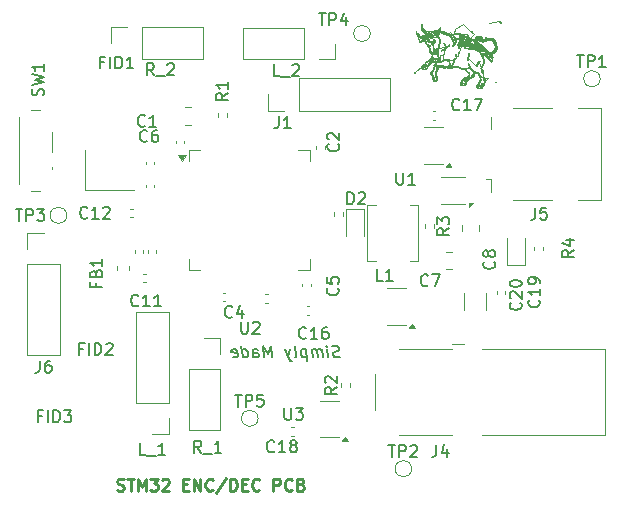
<source format=gbr>
%TF.GenerationSoftware,KiCad,Pcbnew,9.0.3*%
%TF.CreationDate,2025-09-29T14:44:43+08:00*%
%TF.ProjectId,Final Design,46696e61-6c20-4446-9573-69676e2e6b69,rev?*%
%TF.SameCoordinates,Original*%
%TF.FileFunction,Legend,Top*%
%TF.FilePolarity,Positive*%
%FSLAX46Y46*%
G04 Gerber Fmt 4.6, Leading zero omitted, Abs format (unit mm)*
G04 Created by KiCad (PCBNEW 9.0.3) date 2025-09-29 14:44:43*
%MOMM*%
%LPD*%
G01*
G04 APERTURE LIST*
%ADD10C,0.006614*%
%ADD11C,0.200000*%
%ADD12C,0.250000*%
%ADD13C,0.150000*%
%ADD14C,0.120000*%
G04 APERTURE END LIST*
D10*
X111775495Y-39796692D02*
X111775495Y-39790078D01*
X112556016Y-39353515D02*
X112549401Y-39360130D01*
X116848880Y-38916953D02*
X116842265Y-38916953D01*
X112007005Y-40901328D02*
X112000391Y-40901328D01*
X116101432Y-43117213D02*
X116094818Y-43117213D01*
X115208463Y-39432890D02*
X115201849Y-39432890D01*
X115479661Y-39664401D02*
X115486276Y-39671015D01*
X114262578Y-39618099D02*
X114255963Y-39618099D01*
X111517526Y-39122005D02*
X111517526Y-39128620D01*
X112417109Y-39995130D02*
X112417109Y-40001745D01*
X111947474Y-39241067D02*
X111947474Y-39234453D01*
X111332318Y-38751588D02*
X111332318Y-38744974D01*
X114619765Y-39042630D02*
X114626380Y-39042630D01*
X111100807Y-41311432D02*
X111100807Y-41318047D01*
X115142318Y-39016172D02*
X115135703Y-39016172D01*
X110684089Y-38606068D02*
X110677474Y-38612682D01*
X113501901Y-38804505D02*
X113508516Y-38811120D01*
X116425547Y-39948828D02*
X116432161Y-39955442D01*
X116921641Y-40272942D02*
X116928255Y-40272942D01*
X117087005Y-39009557D02*
X117093620Y-39016172D01*
X116518151Y-39935599D02*
X116511536Y-39935599D01*
X117245755Y-39393203D02*
X117252370Y-39399817D01*
X116280026Y-41933203D02*
X116280026Y-41939817D01*
X116412318Y-42568203D02*
X116405703Y-42574817D01*
X116326328Y-41079922D02*
X116326328Y-41073307D01*
X115969141Y-42958463D02*
X115975755Y-42958463D01*
X116240338Y-39862838D02*
X116233724Y-39856224D01*
X111457995Y-38744974D02*
X111457995Y-38751588D01*
X114176588Y-39697474D02*
X114183203Y-39704088D01*
X113336536Y-38579609D02*
X113329922Y-38572995D01*
X115823620Y-43084140D02*
X115817005Y-43077526D01*
X115909609Y-42799713D02*
X115902995Y-42799713D01*
X110664245Y-38506849D02*
X110670859Y-38513463D01*
X114897578Y-39518880D02*
X114890963Y-39525495D01*
X111881328Y-41886901D02*
X111881328Y-41880286D01*
X111868099Y-38797890D02*
X111868099Y-38791276D01*
X111973932Y-40160495D02*
X111980547Y-40160495D01*
X115850078Y-39386588D02*
X115843463Y-39379974D01*
X115678099Y-38830963D02*
X115671484Y-38830963D01*
X112258360Y-40279557D02*
X112264974Y-40279557D01*
X115737630Y-39366745D02*
X115744245Y-39366745D01*
X111801953Y-41073307D02*
X111808568Y-41066692D01*
X114692526Y-42323463D02*
X114699141Y-42323463D01*
X115267995Y-38976484D02*
X115261380Y-38969870D01*
X116657057Y-39995130D02*
X116650442Y-39988515D01*
X114626380Y-38645755D02*
X114619765Y-38645755D01*
X111709349Y-41185755D02*
X111709349Y-41179140D01*
X114083984Y-38526693D02*
X114077370Y-38526693D01*
X111424922Y-38639140D02*
X111431537Y-38632526D01*
X117153151Y-40213411D02*
X117159766Y-40213411D01*
X114322109Y-39201380D02*
X114315495Y-39201380D01*
X112516328Y-38394401D02*
X112509714Y-38401015D01*
X115353984Y-41642161D02*
X115360599Y-41635546D01*
X116207265Y-39856224D02*
X116213880Y-39856224D01*
X113230703Y-38572995D02*
X113237318Y-38572995D01*
X111471224Y-38830963D02*
X111477839Y-38837578D01*
X116458620Y-39856224D02*
X116465234Y-39862838D01*
X115883151Y-41820755D02*
X115876536Y-41814140D01*
X115360599Y-42230859D02*
X115367213Y-42230859D01*
X115406901Y-39049245D02*
X115400286Y-39042630D01*
X112278203Y-40134036D02*
X112271588Y-40140651D01*
X117001015Y-40941015D02*
X117001015Y-40934401D01*
X116002213Y-39452734D02*
X116008828Y-39459349D01*
X113878932Y-40616901D02*
X113872317Y-40616901D01*
X114189818Y-39439505D02*
X114183203Y-39446120D01*
X115122474Y-39823151D02*
X115129089Y-39823151D01*
X112800755Y-38394401D02*
X112807370Y-38394401D01*
X112489870Y-38354713D02*
X112496484Y-38354713D01*
X112470026Y-40411849D02*
X112463411Y-40405234D01*
X112324505Y-40993932D02*
X112331120Y-40987317D01*
X110697318Y-38606068D02*
X110703932Y-38599453D01*
X117411120Y-39935599D02*
X117417735Y-39928984D01*
X114910807Y-38950026D02*
X114917422Y-38956640D01*
X114626380Y-42766640D02*
X114632995Y-42766640D01*
X115744245Y-39307213D02*
X115737630Y-39300599D01*
X115757474Y-38804505D02*
X115750859Y-38804505D01*
X116432161Y-40339088D02*
X116445396Y-40325855D01*
X115473047Y-39452734D02*
X115466432Y-39446120D01*
X115902995Y-39102161D02*
X115902995Y-39108776D01*
X112430339Y-40716119D02*
X112436953Y-40716119D01*
X114811588Y-42237474D02*
X114804974Y-42244088D01*
X117239140Y-39968672D02*
X117245755Y-39962057D01*
X115122474Y-38976484D02*
X115129089Y-38976484D01*
X112178984Y-41344505D02*
X112178984Y-41337890D01*
X112595703Y-38394401D02*
X112595703Y-38387786D01*
X113204245Y-40702890D02*
X113197630Y-40709505D01*
X115486276Y-42039036D02*
X115486276Y-42045651D01*
X111391849Y-38877265D02*
X111391849Y-38883880D01*
X115148932Y-39631328D02*
X115142318Y-39624713D01*
X114943880Y-39307213D02*
X114950495Y-39300599D01*
X115010026Y-41423880D02*
X115003411Y-41423880D01*
X111663047Y-38804505D02*
X111669661Y-38804505D01*
X112496484Y-38235651D02*
X112503099Y-38235651D01*
X112271588Y-38235651D02*
X112264974Y-38235651D01*
X116352786Y-40014974D02*
X116359401Y-40014974D01*
X115109245Y-39664401D02*
X115115859Y-39664401D01*
X112423724Y-40233255D02*
X112423724Y-40239869D01*
X113283620Y-39624713D02*
X113283620Y-39631328D01*
X112205443Y-38493620D02*
X112205443Y-38487005D01*
X112357578Y-42290390D02*
X112357578Y-42297005D01*
X112436953Y-41549557D02*
X112436953Y-41542942D01*
X115340755Y-41688463D02*
X115347370Y-41695078D01*
X116405703Y-38989713D02*
X116399088Y-38996328D01*
X116637213Y-40464765D02*
X116637213Y-40491224D01*
X112364193Y-38500234D02*
X112370807Y-38493620D01*
X112377422Y-42402838D02*
X112377422Y-42396223D01*
X111411693Y-39181536D02*
X111405078Y-39174922D01*
X112218672Y-39948828D02*
X112218672Y-39942213D01*
X116180807Y-42793098D02*
X116187422Y-42793098D01*
X115426745Y-39055859D02*
X115420130Y-39055859D01*
X113640807Y-41271744D02*
X113647422Y-41271744D01*
X117053932Y-39108776D02*
X117047317Y-39102161D01*
X113045495Y-38414245D02*
X113038880Y-38414245D01*
X114738828Y-41536328D02*
X114745443Y-41536328D01*
X112377422Y-39981901D02*
X112377422Y-39975286D01*
X113991380Y-38513463D02*
X113984766Y-38520078D01*
X113336536Y-41404036D02*
X113329922Y-41404036D01*
X112126068Y-40590442D02*
X112119453Y-40590442D01*
X114560234Y-39446120D02*
X114553620Y-39446120D01*
X116167578Y-42865859D02*
X116167578Y-42872473D01*
X112522943Y-38910338D02*
X112529557Y-38916953D01*
X115512734Y-42105182D02*
X115519349Y-42098567D01*
X112436953Y-38453932D02*
X112436953Y-38460547D01*
X117344974Y-39393203D02*
X117344974Y-39399817D01*
X116571067Y-38844193D02*
X116571067Y-38837578D01*
X115010026Y-41060078D02*
X115010026Y-41066692D01*
X111960703Y-38692057D02*
X111970625Y-38701979D01*
X111471224Y-39459349D02*
X111477839Y-39465963D01*
X116650442Y-40504453D02*
X116643828Y-40511067D01*
X116332943Y-41787682D02*
X116332943Y-41781067D01*
X116795963Y-40239869D02*
X116802578Y-40246484D01*
X114884349Y-39313828D02*
X114877734Y-39313828D01*
X115347370Y-39684244D02*
X115340755Y-39677630D01*
X115909609Y-40974088D02*
X115916224Y-40967474D01*
X115777317Y-38784661D02*
X115770703Y-38791276D01*
X117331744Y-39221224D02*
X117325130Y-39214609D01*
X116220494Y-41655390D02*
X116213880Y-41655390D01*
X116240338Y-43057682D02*
X116246953Y-43051067D01*
X111438151Y-38983099D02*
X111444766Y-38989713D01*
X112906589Y-40511067D02*
X112906589Y-40504453D01*
X116306484Y-40848411D02*
X116306484Y-40855026D01*
X113978151Y-40405234D02*
X113978151Y-40398620D01*
X116167578Y-39862838D02*
X116174192Y-39869453D01*
X115539193Y-39763620D02*
X115545807Y-39770234D01*
X114924036Y-39763620D02*
X114917422Y-39763620D01*
X116465234Y-39115390D02*
X116458620Y-39122005D01*
X115764088Y-39069088D02*
X115770703Y-39069088D01*
X112430339Y-39962057D02*
X112430339Y-39968672D01*
X116676901Y-39049245D02*
X116670286Y-39049245D01*
X117444192Y-39856224D02*
X117444192Y-39849609D01*
X113971536Y-39115390D02*
X113978151Y-39122005D01*
X116465234Y-38923568D02*
X116465234Y-38930182D01*
X115003411Y-40471380D02*
X115003411Y-40477994D01*
X116114661Y-39115390D02*
X116108047Y-39115390D01*
X116293255Y-39935599D02*
X116299870Y-39942213D01*
X113091797Y-39518880D02*
X113091797Y-39512265D01*
X113336536Y-39558567D02*
X113329922Y-39565182D01*
X113984766Y-40392005D02*
X113984766Y-40385390D01*
X111887943Y-41860442D02*
X111894557Y-41853828D01*
X116326328Y-39757005D02*
X116319713Y-39750390D01*
X115757474Y-42905547D02*
X115750859Y-42912161D01*
X114884349Y-39366745D02*
X114890963Y-39366745D01*
X115062942Y-42065494D02*
X115056328Y-42072109D01*
X114659453Y-42343307D02*
X114666067Y-42336692D01*
X113938464Y-40378776D02*
X113938464Y-40385390D01*
X113581276Y-41404036D02*
X113574661Y-41404036D01*
X111537370Y-41225442D02*
X111530755Y-41232057D01*
X112443568Y-41410651D02*
X112443568Y-41417265D01*
X111616745Y-39161693D02*
X111586977Y-39191456D01*
X112212057Y-40954245D02*
X112205443Y-40954245D01*
X115393672Y-39406432D02*
X115387057Y-39399817D01*
X116359401Y-39207995D02*
X116366016Y-39207995D01*
X111153724Y-41265130D02*
X111147109Y-41271744D01*
X114765286Y-39062474D02*
X114765286Y-39069088D01*
X116299870Y-40253099D02*
X116293255Y-40253099D01*
X116531380Y-38883880D02*
X116537995Y-38890495D01*
X116967943Y-40127422D02*
X116974557Y-40120807D01*
X113237318Y-38572995D02*
X113243932Y-38579609D01*
X114904193Y-42250703D02*
X114910807Y-42244088D01*
X112913203Y-39313828D02*
X112906589Y-39313828D01*
X112033464Y-41595859D02*
X112026849Y-41602474D01*
X111801953Y-40669817D02*
X111795339Y-40676432D01*
X114454401Y-42905547D02*
X114461016Y-42912161D01*
X113740026Y-39340286D02*
X113746641Y-39340286D01*
X115261380Y-42230859D02*
X115254766Y-42237474D01*
X112397266Y-38500234D02*
X112390651Y-38506849D01*
X115274609Y-41509869D02*
X115267995Y-41503255D01*
X112040078Y-38844193D02*
X112040078Y-38837578D01*
X115651640Y-39558567D02*
X115645026Y-39558567D01*
X115770703Y-43123828D02*
X115777317Y-43123828D01*
X110862682Y-38844193D02*
X110869297Y-38850807D01*
X116028672Y-42330078D02*
X116028672Y-42336692D01*
X115982370Y-38824349D02*
X115975755Y-38824349D01*
X115631797Y-38903724D02*
X115631797Y-38910338D01*
X112608932Y-40821953D02*
X112608932Y-40828567D01*
X112185599Y-42270547D02*
X112192214Y-42270547D01*
X112866901Y-40491224D02*
X112866901Y-40497838D01*
X114771901Y-42713724D02*
X114765286Y-42720338D01*
X116015443Y-43137057D02*
X116008828Y-43137057D01*
X115340755Y-39009557D02*
X115334140Y-39009557D01*
X114692526Y-41536328D02*
X114699141Y-41536328D01*
X112906589Y-40405234D02*
X112906589Y-40398620D01*
X114732214Y-39188151D02*
X114725599Y-39188151D01*
X116458620Y-38916953D02*
X116465234Y-38923568D01*
X117272213Y-39743776D02*
X117272213Y-39750390D01*
X117358203Y-39287369D02*
X117358203Y-39280755D01*
X115049713Y-41218828D02*
X115049713Y-41225442D01*
X115353984Y-39016172D02*
X115347370Y-39016172D01*
X113422526Y-41311432D02*
X113429141Y-41304818D01*
X112198828Y-42508672D02*
X112192214Y-42502057D01*
X112218672Y-39889297D02*
X112225286Y-39895911D01*
X110961901Y-39267526D02*
X110968516Y-39267526D01*
X113396068Y-40769036D02*
X113402682Y-40775651D01*
X116551224Y-38943411D02*
X116557838Y-38950026D01*
X115757474Y-39571797D02*
X115750859Y-39578411D01*
X116657057Y-40021588D02*
X116650442Y-40028203D01*
X116683516Y-40471380D02*
X116676901Y-40464765D01*
X114580078Y-39135234D02*
X114573463Y-39141849D01*
X115261380Y-39823151D02*
X115267995Y-39829765D01*
X116458620Y-39962057D02*
X116452005Y-39955442D01*
X114771901Y-39201380D02*
X114765286Y-39201380D01*
X114110443Y-38526693D02*
X114103828Y-38526693D01*
X114209661Y-41423880D02*
X114216276Y-41423880D01*
X112271588Y-38281953D02*
X112278203Y-38275338D01*
X116478463Y-40352317D02*
X116471849Y-40345703D01*
X112079766Y-40226640D02*
X112073151Y-40233255D01*
X114738828Y-39234453D02*
X114745443Y-39234453D01*
X112483255Y-39690859D02*
X112483255Y-39697474D01*
X112000391Y-39201380D02*
X112000391Y-39207995D01*
X116557838Y-39915755D02*
X116551224Y-39922370D01*
X116577682Y-40444922D02*
X116571067Y-40438307D01*
X117318516Y-39585026D02*
X117311901Y-39578411D01*
X111656432Y-39095547D02*
X111649818Y-39095547D01*
X112436953Y-41556171D02*
X112436953Y-41549557D01*
X111563828Y-39611484D02*
X111570443Y-39618099D01*
X116160963Y-39829765D02*
X116154349Y-39829765D01*
X114976953Y-39161693D02*
X114983568Y-39161693D01*
X111557214Y-38764817D02*
X111557214Y-38771432D01*
X115109245Y-40339088D02*
X115109245Y-40332474D01*
X112218672Y-41106380D02*
X112212057Y-41112994D01*
X112410495Y-38738359D02*
X112403880Y-38738359D01*
X116313099Y-42806328D02*
X116319713Y-42806328D01*
X111960703Y-38625911D02*
X111954089Y-38619297D01*
X115777317Y-39393203D02*
X115783932Y-39399817D01*
X112079766Y-40954245D02*
X112086380Y-40954245D01*
X111061120Y-38817734D02*
X111067734Y-38817734D01*
X112020234Y-40616901D02*
X112026849Y-40616901D01*
X114778516Y-39241067D02*
X114785130Y-39247682D01*
X111418307Y-38572995D02*
X111411693Y-38579609D01*
X111107422Y-39049245D02*
X111100807Y-39055859D01*
X116399088Y-40220026D02*
X116405703Y-40220026D01*
X116868724Y-40087734D02*
X116862109Y-40087734D01*
X114752057Y-39366745D02*
X114758672Y-39373359D01*
X114017839Y-39108776D02*
X114017839Y-39102161D01*
X114818203Y-39102161D02*
X114824818Y-39102161D01*
X117120078Y-40028203D02*
X117113464Y-40034817D01*
X114765286Y-42640963D02*
X114765286Y-42647578D01*
X111563828Y-39002943D02*
X111563828Y-38996328D01*
X112668463Y-38063672D02*
X112668463Y-38057057D01*
X116564453Y-38903724D02*
X116557838Y-38903724D01*
X111947474Y-38394401D02*
X111954089Y-38394401D01*
X116537995Y-38890495D02*
X116531380Y-38897109D01*
X115803776Y-39637942D02*
X115797161Y-39637942D01*
X111524141Y-39042630D02*
X111524141Y-39049245D01*
X116233724Y-42839401D02*
X116233724Y-42832786D01*
X116167578Y-39889297D02*
X116160963Y-39882682D01*
X111067734Y-38817734D02*
X111074349Y-38817734D01*
X111874714Y-41781067D02*
X111874714Y-41787682D01*
X112509714Y-40676432D02*
X112509714Y-40669817D01*
X111828412Y-40173724D02*
X111835026Y-40180338D01*
X116240338Y-40471380D02*
X116240338Y-40464765D01*
X113224088Y-41318047D02*
X113217474Y-41318047D01*
X116299870Y-40749192D02*
X116299870Y-40755807D01*
X113382839Y-38619297D02*
X113376224Y-38612682D01*
X114871120Y-41662005D02*
X114871120Y-41655390D01*
X116299870Y-39915755D02*
X116293255Y-39909140D01*
X113316693Y-41443724D02*
X113323307Y-41443724D01*
X111993776Y-40160495D02*
X112000391Y-40160495D01*
X113554818Y-41245286D02*
X113548203Y-41245286D01*
X112298047Y-41787682D02*
X112298047Y-41781067D01*
X112582474Y-41364349D02*
X112589089Y-41357734D01*
X113673880Y-38645755D02*
X113680495Y-38645755D01*
X115453203Y-39168307D02*
X115459817Y-39174922D01*
X111345547Y-41093151D02*
X111338932Y-41099765D01*
X111577057Y-41311432D02*
X111570443Y-41304818D01*
X112079766Y-40636744D02*
X112086380Y-40636744D01*
X111074349Y-38817734D02*
X111080964Y-38817734D01*
X117444192Y-39862838D02*
X117444192Y-39856224D01*
X111841641Y-41873672D02*
X111841641Y-41880286D01*
X115975755Y-42561588D02*
X115975755Y-42568203D01*
X111166953Y-41251901D02*
X111160339Y-41258515D01*
X114553620Y-39373359D02*
X114547005Y-39379974D01*
X116200651Y-43110599D02*
X116207265Y-43103984D01*
X113124870Y-41384192D02*
X113131484Y-41377578D01*
X116154349Y-39829765D02*
X116147734Y-39836380D01*
X116227109Y-39637942D02*
X116233724Y-39644557D01*
X116240338Y-42958463D02*
X116240338Y-42951849D01*
X114606536Y-38877265D02*
X114599922Y-38877265D01*
X111021432Y-39148463D02*
X111014818Y-39155078D01*
X112231901Y-40167109D02*
X112225286Y-40173724D01*
X111338932Y-41516484D02*
X111332318Y-41516484D01*
X113925234Y-38983099D02*
X113931849Y-38989713D01*
X110743620Y-38665599D02*
X110737005Y-38658984D01*
X114527161Y-41483411D02*
X114520547Y-41483411D01*
X112873516Y-40530911D02*
X112873516Y-40537526D01*
X114533776Y-39287369D02*
X114540390Y-39287369D01*
X116372630Y-40345703D02*
X116379245Y-40352317D01*
X115777317Y-39909140D02*
X115770703Y-39909140D01*
X116121276Y-39842994D02*
X116111355Y-39833074D01*
X116253567Y-42330078D02*
X116253567Y-42336692D01*
X112761068Y-39995130D02*
X112761068Y-39988515D01*
X116068359Y-39452734D02*
X116061745Y-39446120D01*
X116346172Y-39869453D02*
X116339557Y-39862838D01*
X113786328Y-38692057D02*
X113786328Y-38685442D01*
X116815807Y-40259713D02*
X116822422Y-40266328D01*
X111272786Y-38916953D02*
X111272786Y-38923568D01*
X116227109Y-40001745D02*
X116233724Y-40001745D01*
X116313099Y-39677630D02*
X116319713Y-39684244D01*
X113329922Y-41443724D02*
X113336536Y-41443724D01*
X111286016Y-38751588D02*
X111286016Y-38758203D01*
X110809766Y-38804505D02*
X110816380Y-38811120D01*
X115069557Y-38983099D02*
X115062942Y-38976484D01*
X113005807Y-39862838D02*
X112999193Y-39869453D01*
X113925234Y-39465963D02*
X113925234Y-39459349D01*
X116346172Y-42244088D02*
X116339557Y-42237474D01*
X115380442Y-39029401D02*
X115373828Y-39029401D01*
X112661849Y-41351120D02*
X112668463Y-41351120D01*
X114507318Y-41523099D02*
X114513932Y-41523099D01*
X114937265Y-39327057D02*
X114943880Y-39320443D01*
X112238516Y-39115390D02*
X112238516Y-39108776D01*
X112238516Y-40286172D02*
X112245130Y-40286172D01*
X114632995Y-39307213D02*
X114632995Y-39313828D01*
X116452005Y-40213411D02*
X116458620Y-40213411D01*
X112079766Y-40907943D02*
X112073151Y-40907943D01*
X112430339Y-40656588D02*
X112423724Y-40656588D01*
X112952891Y-41483411D02*
X112959505Y-41483411D01*
X116187422Y-39836380D02*
X116200651Y-39823151D01*
X116921641Y-40894713D02*
X116928255Y-40901328D01*
X112311276Y-42019192D02*
X112311276Y-42012578D01*
X112059922Y-42402838D02*
X112059922Y-42396223D01*
X111934245Y-40153880D02*
X111940859Y-40153880D01*
X115876536Y-39975286D02*
X115869922Y-39968672D01*
X115274609Y-39036015D02*
X115281224Y-39036015D01*
X112152526Y-39803307D02*
X112152526Y-39796692D01*
X111709349Y-38751588D02*
X111715964Y-38751588D01*
X112291432Y-42535130D02*
X112298047Y-42535130D01*
X112489870Y-38500234D02*
X112496484Y-38493620D01*
X114368411Y-39360130D02*
X114375026Y-39360130D01*
X112476641Y-40239869D02*
X112476641Y-40233255D01*
X115525964Y-39221224D02*
X115532578Y-39221224D01*
X114500703Y-39512265D02*
X114507318Y-39512265D01*
X115572266Y-39882682D02*
X115578880Y-39889297D01*
X113495286Y-41238671D02*
X113488672Y-41238671D01*
X115949297Y-40914557D02*
X115949297Y-40921172D01*
X115645026Y-39293984D02*
X115651640Y-39300599D01*
X116458620Y-39882682D02*
X116452005Y-39876067D01*
X116987786Y-38976484D02*
X116994401Y-38976484D01*
X115062942Y-38883880D02*
X115056328Y-38877265D01*
X117424348Y-39518880D02*
X117417735Y-39512265D01*
X111008203Y-38870651D02*
X111001589Y-38864036D01*
X116299870Y-41146067D02*
X116306484Y-41139453D01*
X116776120Y-40597057D02*
X116769505Y-40590442D01*
X111424922Y-40993932D02*
X111431537Y-40987317D01*
X112476641Y-40365547D02*
X112476641Y-40358932D01*
X115062942Y-41258515D02*
X115069557Y-41265130D01*
X116074974Y-39902526D02*
X116068359Y-39902526D01*
X111345547Y-38751588D02*
X111345547Y-38758203D01*
X115843463Y-41880286D02*
X115836849Y-41873672D01*
X111934245Y-38844193D02*
X111927630Y-38844193D01*
X115420130Y-39055859D02*
X115413515Y-39049245D01*
X116141120Y-39783463D02*
X116147734Y-39790078D01*
X115929453Y-39036015D02*
X115929453Y-39029401D01*
X116240338Y-42760026D02*
X116233724Y-42760026D01*
X111166953Y-37739557D02*
X111160339Y-37739557D01*
X111960703Y-39446120D02*
X111967318Y-39452734D01*
X116829036Y-40325859D02*
X116822422Y-40332474D01*
X112202134Y-38358024D02*
X112172370Y-38328255D01*
X116676901Y-40107578D02*
X116676901Y-40100963D01*
X114289037Y-38546536D02*
X114282422Y-38546536D01*
X114262578Y-41443724D02*
X114269192Y-41450338D01*
X111451380Y-39432890D02*
X111457995Y-39439505D01*
X116022057Y-43137057D02*
X116015443Y-43137057D01*
X112020234Y-40755807D02*
X112026849Y-40762422D01*
X114771901Y-39022786D02*
X114778516Y-39029401D01*
X115327526Y-39002943D02*
X115320911Y-39002943D01*
X112331120Y-38242265D02*
X112324505Y-38242265D01*
X115274609Y-38983099D02*
X115267995Y-38976484D01*
X116220494Y-40206797D02*
X116213880Y-40206797D01*
X114685912Y-42330078D02*
X114692526Y-42323463D01*
X112026849Y-39168307D02*
X112033464Y-39161693D01*
X116531380Y-38811120D02*
X116524765Y-38817734D01*
X116332943Y-41900130D02*
X116332943Y-41893515D01*
X115922839Y-41972890D02*
X115916224Y-41966276D01*
X113958307Y-38526693D02*
X113951693Y-38526693D01*
X115148932Y-38976484D02*
X115155547Y-38983099D01*
X112079766Y-38387786D02*
X112086380Y-38394401D01*
X116280026Y-39776849D02*
X116286641Y-39783463D01*
X116584297Y-40186953D02*
X116577682Y-40186953D01*
X116260182Y-39082317D02*
X116253567Y-39082317D01*
X111815182Y-40114193D02*
X111815182Y-40107578D01*
X115102630Y-42389609D02*
X115109245Y-42382994D01*
X112959505Y-38387786D02*
X112952891Y-38381172D01*
X115764088Y-42892317D02*
X115757474Y-42898932D01*
X114136901Y-39499036D02*
X114143515Y-39499036D01*
X111418307Y-38652370D02*
X111418307Y-38645755D01*
X112615547Y-40835182D02*
X112622161Y-40835182D01*
X113105026Y-39690859D02*
X113105026Y-39697474D01*
X115836849Y-39439505D02*
X115843463Y-39432890D01*
X116690130Y-40563984D02*
X116584297Y-40444922D01*
X112046693Y-39499036D02*
X112053307Y-39499036D01*
X112410495Y-40028203D02*
X112417109Y-40034817D01*
X115684713Y-39254297D02*
X115681406Y-39257604D01*
X111418307Y-41165911D02*
X111424922Y-41165911D01*
X115869922Y-39452734D02*
X115876536Y-39459349D01*
X111345547Y-41073307D02*
X111345547Y-41079922D01*
X111656432Y-39036015D02*
X111656432Y-39029401D01*
X112245130Y-40286172D02*
X112251745Y-40279557D01*
X112966120Y-40246484D02*
X112906589Y-40246484D01*
X112073151Y-42382994D02*
X112079766Y-42389609D01*
X112417109Y-38586224D02*
X112410495Y-38586224D01*
X116134505Y-39816536D02*
X116144427Y-39826458D01*
X113766484Y-38572995D02*
X113766484Y-38579609D01*
X117067162Y-40206797D02*
X117060547Y-40206797D01*
X116061745Y-39565182D02*
X116055130Y-39571797D01*
X112317891Y-40186953D02*
X112311276Y-40193567D01*
X116088203Y-39717318D02*
X116094818Y-39723932D01*
X114302266Y-38877265D02*
X114308880Y-38877265D01*
X112562630Y-38381172D02*
X112562630Y-38387786D01*
X116498307Y-39102161D02*
X116491693Y-39108776D01*
X114910807Y-39088932D02*
X114904193Y-39082317D01*
X113396068Y-38625911D02*
X113389453Y-38619297D01*
X114130286Y-38996328D02*
X114136901Y-38996328D01*
X112324505Y-41476797D02*
X112317891Y-41483411D01*
X117106849Y-40544140D02*
X117100234Y-40537526D01*
X116154349Y-39895911D02*
X116147734Y-39902526D01*
X115029870Y-39293984D02*
X115036484Y-39287369D01*
X116094818Y-39115390D02*
X116088203Y-39115390D01*
X112304662Y-40709505D02*
X112304662Y-40702890D01*
X111749036Y-40980703D02*
X111742422Y-40980703D01*
X116174192Y-39948828D02*
X116180807Y-39955442D01*
X111596901Y-38506849D02*
X111603516Y-38513463D01*
X116650442Y-40153880D02*
X116643828Y-40147265D01*
X115625182Y-39207995D02*
X115631797Y-39214609D01*
X112886745Y-40861641D02*
X112893359Y-40855026D01*
X115922839Y-42879088D02*
X115916224Y-42879088D01*
X112007005Y-40226640D02*
X112000391Y-40226640D01*
X112311276Y-41919974D02*
X112311276Y-41913359D01*
X113872317Y-39406432D02*
X113872317Y-39399817D01*
X116657057Y-40511067D02*
X116663672Y-40517682D01*
X111233099Y-38401015D02*
X111239714Y-38407630D01*
X116101432Y-39472578D02*
X116094818Y-39472578D01*
X114150130Y-39373359D02*
X114150130Y-39379974D01*
X115043099Y-42422682D02*
X115049713Y-42422682D01*
X111921016Y-41873672D02*
X111927630Y-41873672D01*
X113025651Y-39512265D02*
X113032266Y-39518880D01*
X113779713Y-39525495D02*
X113786328Y-39518880D01*
X115406901Y-39637942D02*
X115413515Y-39637942D01*
X115830234Y-41873672D02*
X115823620Y-41867057D01*
X115592109Y-41814140D02*
X115585495Y-41807526D01*
X112522943Y-38222422D02*
X112529557Y-38215807D01*
X111940859Y-42184557D02*
X111934245Y-42191172D01*
X112053307Y-40729349D02*
X112053307Y-40722734D01*
X114606536Y-42879088D02*
X114599922Y-42885703D01*
X111590287Y-41344505D02*
X111590287Y-41337890D01*
X115155547Y-39525495D02*
X115148932Y-39525495D01*
X116022057Y-39856224D02*
X116015443Y-39849609D01*
X114910807Y-39518880D02*
X114904193Y-39518880D01*
X115439974Y-41774453D02*
X115446588Y-41781067D01*
X116921641Y-40087734D02*
X116915026Y-40087734D01*
X115267995Y-39465963D02*
X115261380Y-39465963D01*
X116352786Y-39776849D02*
X116346172Y-39770234D01*
X111391849Y-41066692D02*
X111391849Y-41060078D01*
X115783932Y-39981901D02*
X115790547Y-39988515D01*
X115869922Y-39307213D02*
X115863307Y-39307213D01*
X111960703Y-39439505D02*
X111960703Y-39446120D01*
X115995599Y-39743776D02*
X116002213Y-39750390D01*
X116227109Y-40425078D02*
X116220494Y-40418463D01*
X114566849Y-38943411D02*
X114573463Y-38943411D01*
X116577682Y-40028203D02*
X116584297Y-40034817D01*
X115307682Y-39406432D02*
X115314297Y-39406432D01*
X112112839Y-38315026D02*
X112106224Y-38315026D01*
X117126692Y-39241067D02*
X117133307Y-39247682D01*
X116405703Y-42495442D02*
X116405703Y-42502057D01*
X113766484Y-39287369D02*
X113766484Y-39280755D01*
X112668463Y-40934401D02*
X112675078Y-40934401D01*
X114976953Y-40802109D02*
X114983568Y-40802109D01*
X111100807Y-38956640D02*
X111107422Y-38956640D01*
X116088203Y-43170130D02*
X116094818Y-43170130D01*
X114712370Y-39565182D02*
X114718984Y-39565182D01*
X113091797Y-39790078D02*
X113098412Y-39783463D01*
X115413515Y-39551953D02*
X115406901Y-39551953D01*
X116260182Y-39128620D02*
X116266797Y-39128620D01*
X111087578Y-37904922D02*
X111080964Y-37898307D01*
X115869922Y-40954245D02*
X115863307Y-40960859D01*
X114494088Y-39585026D02*
X114487474Y-39578411D01*
X112258360Y-42191172D02*
X112258360Y-42184557D01*
X116432161Y-39842994D02*
X116425547Y-39849609D01*
X116088203Y-39763620D02*
X116081588Y-39770234D01*
X115016640Y-39823151D02*
X115023255Y-39823151D01*
X116590911Y-38976484D02*
X116584297Y-38976484D01*
X113925234Y-39432890D02*
X113918620Y-39432890D01*
X113296849Y-39604870D02*
X113290234Y-39611484D01*
X115929453Y-39029401D02*
X115929453Y-39022786D01*
X114725599Y-39644557D02*
X114718984Y-39637942D01*
X116180807Y-39869453D02*
X116180807Y-39862838D01*
X115638411Y-39618099D02*
X115645026Y-39611484D01*
X113098412Y-39532109D02*
X113098412Y-39525495D01*
X112079766Y-39776849D02*
X112053307Y-39803304D01*
X115049713Y-40299401D02*
X115056328Y-40306015D01*
X113587891Y-38830963D02*
X113581276Y-38824349D01*
X116498307Y-40246484D02*
X116491693Y-40239869D01*
X116167578Y-42859244D02*
X116167578Y-42865859D01*
X117073775Y-40497838D02*
X117067162Y-40491224D01*
X111385234Y-38983099D02*
X111385234Y-38989713D01*
X112575859Y-39049245D02*
X112582474Y-39055859D01*
X114897578Y-41509869D02*
X114904193Y-41503255D01*
X115049713Y-39353515D02*
X115043099Y-39346901D01*
X116174192Y-39809922D02*
X116167578Y-39790078D01*
X114606536Y-38758203D02*
X114599922Y-38758203D01*
X111570443Y-38738359D02*
X111563828Y-38738359D01*
X111087578Y-38242265D02*
X111094193Y-38248880D01*
X117060547Y-40100963D02*
X117067162Y-40100963D01*
X116088203Y-39585026D02*
X116094818Y-39591640D01*
X116385859Y-39809922D02*
X116379245Y-39803307D01*
X112496484Y-40590442D02*
X112503099Y-40583828D01*
X112218672Y-40616901D02*
X112212057Y-40610286D01*
X112178984Y-42561588D02*
X112185599Y-42568203D01*
X114580078Y-42349921D02*
X114573463Y-42356536D01*
X112516328Y-39479192D02*
X112522943Y-39472578D01*
X116901797Y-40855026D02*
X116901797Y-40861641D01*
X111735807Y-38678828D02*
X111742422Y-38685442D01*
X111967318Y-40907943D02*
X111960703Y-40907943D01*
X113706953Y-39565182D02*
X113706953Y-39571797D01*
X115082786Y-42257317D02*
X115076172Y-42257317D01*
X115003411Y-42297005D02*
X114996797Y-42303619D01*
X112337734Y-42482213D02*
X112337734Y-42475598D01*
X113726797Y-39055859D02*
X113726797Y-39049245D01*
X111431537Y-41284973D02*
X111438151Y-41284973D01*
X112238516Y-41959661D02*
X112231901Y-41966276D01*
X115803776Y-39002943D02*
X115803776Y-38996328D01*
X115129089Y-39671015D02*
X115135703Y-39671015D01*
X114877734Y-38943411D02*
X114884349Y-38943411D01*
X112390651Y-41523099D02*
X112390651Y-41529713D01*
X111815182Y-40107578D02*
X111815182Y-40100963D01*
X112152526Y-39069088D02*
X112159141Y-39062474D01*
X112059922Y-40788880D02*
X112053307Y-40788880D01*
X116141120Y-39757005D02*
X116147734Y-39763620D01*
X117020860Y-40537526D02*
X117014245Y-40530911D01*
X115605338Y-39155078D02*
X115598724Y-39148463D01*
X116022057Y-40008359D02*
X116035286Y-39995130D01*
X116154349Y-39631328D02*
X116160963Y-39637942D01*
X116260182Y-38983099D02*
X116253567Y-38983099D01*
X111014818Y-38758203D02*
X111008203Y-38751588D01*
X117344974Y-39386588D02*
X117344974Y-39393203D01*
X117311901Y-39783463D02*
X117311901Y-39776849D01*
X111332318Y-38758203D02*
X111332318Y-38751588D01*
X111649818Y-38705286D02*
X111656432Y-38711901D01*
X116266797Y-41734765D02*
X116273411Y-41741380D01*
X116901797Y-40861641D02*
X116908411Y-40868255D01*
X112278203Y-40980703D02*
X112271588Y-40974088D01*
X116756276Y-40603672D02*
X116762891Y-40610286D01*
X116795963Y-40253099D02*
X116802578Y-40246484D01*
X113753255Y-40921172D02*
X113753255Y-40927786D01*
X111722578Y-38460547D02*
X111715964Y-38460547D01*
X113885547Y-39062474D02*
X113892162Y-39069088D01*
X112317891Y-40167109D02*
X112324505Y-40160495D01*
X116134505Y-41476797D02*
X116134505Y-41470182D01*
X113270391Y-41351120D02*
X113277005Y-41351120D01*
X112311276Y-41959661D02*
X112311276Y-41953046D01*
X113541589Y-38612682D02*
X113534974Y-38612682D01*
X116084895Y-39720625D02*
X116088203Y-39717318D01*
X116352786Y-42700494D02*
X116346172Y-42707109D01*
X111352162Y-38262109D02*
X111345547Y-38255495D01*
X112503099Y-41238671D02*
X112496484Y-41238671D01*
X116094818Y-39723932D02*
X116104739Y-39733854D01*
X112569245Y-38129818D02*
X112562630Y-38136432D01*
X116782734Y-40352317D02*
X116789349Y-40358932D01*
X116180807Y-39221224D02*
X116187422Y-39227838D01*
X110677474Y-38619297D02*
X110677474Y-38612682D01*
X115803776Y-39532109D02*
X115797161Y-39532109D01*
X117444192Y-39823151D02*
X117444192Y-39816536D01*
X116134505Y-39651172D02*
X116141120Y-39657786D01*
X116121276Y-39492422D02*
X116114661Y-39485807D01*
X114672682Y-38672213D02*
X114666067Y-38665599D01*
X112331120Y-40702890D02*
X112337734Y-40702890D01*
X111623359Y-38572995D02*
X111623359Y-38579609D01*
X116789349Y-40180338D02*
X116795963Y-40186953D01*
X116280026Y-41198984D02*
X116280026Y-41192369D01*
X115479661Y-39809922D02*
X115473047Y-39809922D01*
X117258984Y-40153880D02*
X117265599Y-40147265D01*
X111729193Y-39697474D02*
X111722578Y-39697474D01*
X116068359Y-39472578D02*
X116098127Y-39502341D01*
X112350964Y-40120807D02*
X112357578Y-40114193D01*
X111749036Y-41053463D02*
X111742422Y-41060078D01*
X113859088Y-39055859D02*
X113865703Y-39055859D01*
X112549401Y-40907943D02*
X112542786Y-40901328D01*
X111570443Y-38513463D02*
X111577057Y-38513463D01*
X111636589Y-38738359D02*
X111629974Y-38731745D01*
X116366016Y-39730547D02*
X116372630Y-39737161D01*
X116147734Y-41800911D02*
X116154349Y-41807526D01*
X115810390Y-38923568D02*
X115817005Y-38930182D01*
X112317891Y-38513463D02*
X112317891Y-38520078D01*
X115936068Y-39637942D02*
X115942682Y-39644557D01*
X112483255Y-38394401D02*
X112483255Y-38401015D01*
X116147734Y-39823151D02*
X116154349Y-39816536D01*
X111127266Y-37752786D02*
X111127266Y-37759401D01*
X111358776Y-39122005D02*
X111358776Y-39115390D01*
X115267995Y-39690859D02*
X115274609Y-39690859D01*
X115459817Y-41787682D02*
X115466432Y-41794297D01*
X116749661Y-40173724D02*
X116762891Y-40186952D01*
X111444766Y-41132838D02*
X111444766Y-41126224D01*
X114599922Y-39115390D02*
X114599922Y-39122005D01*
X116332943Y-39168307D02*
X116326328Y-39168307D01*
X116180807Y-41589244D02*
X116180807Y-41582630D01*
X113561432Y-41404036D02*
X113554818Y-41404036D01*
X115704557Y-39671015D02*
X115697943Y-39671015D01*
X113905391Y-38956640D02*
X113912005Y-38963255D01*
X113991380Y-39234453D02*
X113997995Y-39227838D01*
X114011224Y-41324661D02*
X114004609Y-41318047D01*
X115916224Y-38989713D02*
X115916224Y-38983099D01*
X111114037Y-39148463D02*
X111120651Y-39141849D01*
X112417109Y-39836380D02*
X112423724Y-39836380D01*
X115565651Y-41800911D02*
X115559036Y-41794297D01*
X112092995Y-38705286D02*
X112099609Y-38698672D01*
X116551224Y-39948828D02*
X116577682Y-39975286D01*
X113832630Y-38877265D02*
X113839245Y-38883880D01*
X112043387Y-39191460D02*
X112066536Y-39168307D01*
X116471849Y-40345703D02*
X116465234Y-40339088D01*
X110783307Y-38738359D02*
X110789922Y-38744974D01*
X116974557Y-40477994D02*
X116967943Y-40484609D01*
X113409297Y-39532109D02*
X113415911Y-39525495D01*
X114758672Y-42263932D02*
X114752057Y-42263932D01*
X114864505Y-38784661D02*
X114857891Y-38778047D01*
X111570443Y-41278359D02*
X111577057Y-41271744D01*
X115969141Y-42912161D02*
X115962526Y-42912161D01*
X114388255Y-39221224D02*
X114381641Y-39214609D01*
X114785130Y-39439505D02*
X114791745Y-39432890D01*
X116485078Y-39016172D02*
X116491693Y-39016172D01*
X113938464Y-40372161D02*
X113938464Y-40378776D01*
X111510912Y-41503255D02*
X111517526Y-41496640D01*
X112985964Y-39439505D02*
X112992578Y-39446120D01*
X112344349Y-42336692D02*
X112344349Y-42343307D01*
X115704557Y-39876067D02*
X115697943Y-39876067D01*
X116286641Y-41873672D02*
X116286641Y-41880286D01*
X116934869Y-40332474D02*
X116928255Y-40325859D01*
X113766484Y-39241067D02*
X113759870Y-39234453D01*
X116002213Y-42091953D02*
X115995599Y-42085338D01*
X110842839Y-38678828D02*
X110836224Y-38672213D01*
X114553620Y-38738359D02*
X114547005Y-38738359D01*
X114454401Y-42535130D02*
X114447786Y-42541745D01*
X115797161Y-42971692D02*
X115797161Y-42978307D01*
X116815807Y-40299401D02*
X116822422Y-40306015D01*
X114355182Y-39115390D02*
X114348568Y-39115390D01*
X116822422Y-40286172D02*
X116815807Y-40279557D01*
X115234922Y-39677630D02*
X115241536Y-39677630D01*
X115678099Y-39823151D02*
X115684713Y-39823151D01*
X112271588Y-42475598D02*
X112264974Y-42482213D01*
X114553620Y-41490026D02*
X114547005Y-41490026D01*
X111894557Y-41840599D02*
X111901172Y-41833984D01*
X115082786Y-42303619D02*
X115089401Y-42303619D01*
X115611953Y-39637942D02*
X115618568Y-39631328D01*
X112503099Y-38447318D02*
X112503099Y-38440703D01*
X112635391Y-38374557D02*
X112642005Y-38374557D01*
X116207265Y-39935599D02*
X116213880Y-39935599D01*
X111940859Y-40583828D02*
X111934245Y-40583828D01*
X116961328Y-40127422D02*
X116967943Y-40127422D01*
X112489870Y-39512265D02*
X112489870Y-39505651D01*
X112761068Y-39975286D02*
X112761068Y-39968672D01*
X115373828Y-41986119D02*
X115367213Y-41986119D01*
X115783932Y-41781067D02*
X115777317Y-41781067D01*
X116035286Y-42971692D02*
X116041901Y-42965078D01*
X113812786Y-39446120D02*
X113806172Y-39446120D01*
X112046693Y-40160495D02*
X112053307Y-40153880D01*
X115380442Y-39750390D02*
X115387057Y-39750390D01*
X116207265Y-39922370D02*
X116200651Y-39915755D01*
X115003411Y-39505651D02*
X115010026Y-39512265D01*
X111219870Y-41370963D02*
X111219870Y-41364349D01*
X111471224Y-38943411D02*
X111477839Y-38950026D01*
X113753255Y-39168307D02*
X113753255Y-39161693D01*
X115962526Y-42012578D02*
X115962526Y-42005963D01*
X116147734Y-39512265D02*
X116141120Y-39505651D01*
X114242734Y-39446120D02*
X114249349Y-39446120D01*
X117298672Y-40041432D02*
X117298672Y-40048047D01*
X113925234Y-39082317D02*
X113931849Y-39088932D01*
X112384036Y-38685442D02*
X112384036Y-38678828D01*
X111140495Y-41410651D02*
X111133880Y-41417265D01*
X115043099Y-42336692D02*
X115049713Y-42330078D01*
X112033464Y-39499036D02*
X112040078Y-39499036D01*
X116868724Y-40345703D02*
X116855495Y-40332474D01*
X112099609Y-41417265D02*
X112099609Y-41423880D01*
X116352786Y-40907943D02*
X116352786Y-40901328D01*
X114434557Y-41509869D02*
X114441172Y-41509869D01*
X115883151Y-38877265D02*
X115876536Y-38883880D01*
X111954089Y-42270547D02*
X111954089Y-42277161D01*
X111848255Y-38764817D02*
X111861484Y-38778047D01*
X117318516Y-39677630D02*
X117318516Y-39671015D01*
X111934245Y-40114193D02*
X111927630Y-40114193D01*
X115466432Y-41794297D02*
X115473047Y-41800911D01*
X111881328Y-41906744D02*
X111881328Y-41900130D01*
X114255963Y-38976484D02*
X114249349Y-38976484D01*
X112145912Y-39042630D02*
X112132682Y-39042630D01*
X116769505Y-40081119D02*
X116762891Y-40081119D01*
X111391849Y-41079922D02*
X111391849Y-41073307D01*
X116696745Y-40034817D02*
X116690130Y-40028203D01*
X112311276Y-38242265D02*
X112304662Y-38235651D01*
X113508516Y-38811120D02*
X113515130Y-38817734D01*
X114011224Y-39188151D02*
X114017839Y-39181536D01*
X114857891Y-39221224D02*
X114857891Y-39214609D01*
X116306484Y-39710703D02*
X116313099Y-39717318D01*
X112139297Y-39274141D02*
X112132682Y-39280755D01*
X111623359Y-39532109D02*
X111623359Y-39538724D01*
X112549401Y-39446120D02*
X112556016Y-39439505D01*
X113019036Y-38407630D02*
X113012422Y-38407630D01*
X111120651Y-41549557D02*
X111127266Y-41556171D01*
X115248151Y-39518880D02*
X115254766Y-39518880D01*
X112496484Y-38493620D02*
X112496484Y-38487005D01*
X111623359Y-38460547D02*
X111616745Y-38467161D01*
X116134505Y-41463567D02*
X116134505Y-41456953D01*
X111702734Y-39088932D02*
X111696120Y-39082317D01*
X116683516Y-40114193D02*
X116676901Y-40107578D01*
X114639609Y-42297005D02*
X114632995Y-42303619D01*
X116802578Y-40233255D02*
X116795963Y-40239869D01*
X115671484Y-39234453D02*
X115678099Y-39241067D01*
X113237318Y-41377578D02*
X113230703Y-41377578D01*
X116835651Y-40345703D02*
X116842265Y-40339088D01*
X112092995Y-38487005D02*
X112092995Y-38493620D01*
X111166953Y-38348099D02*
X111173568Y-38354713D01*
X110822995Y-38658984D02*
X110816380Y-38652370D01*
X112999193Y-40762422D02*
X112992578Y-40762422D01*
X114976953Y-39492422D02*
X114983568Y-39499036D01*
X111484453Y-38897109D02*
X111477839Y-38890495D01*
X115486276Y-39856224D02*
X115492891Y-39856224D01*
X114421328Y-42548359D02*
X114421328Y-42554974D01*
X112787526Y-38341484D02*
X112780911Y-38341484D01*
X112417109Y-38738359D02*
X112410495Y-38738359D01*
X115499505Y-39386588D02*
X115499505Y-39393203D01*
X114844661Y-41714922D02*
X114851276Y-41721536D01*
X113316693Y-38632526D02*
X113323307Y-38639140D01*
X114474245Y-38764817D02*
X114480859Y-38764817D01*
X117258984Y-39809922D02*
X117258984Y-39816536D01*
X115486276Y-39631328D02*
X115492891Y-39624713D01*
X112642005Y-39221224D02*
X112642005Y-39214609D01*
X116769505Y-40153880D02*
X116762891Y-40160495D01*
X115909609Y-42852630D02*
X115916224Y-42852630D01*
X113257161Y-39690859D02*
X113263776Y-39684244D01*
X114804974Y-42766640D02*
X114804974Y-42760026D01*
X117087005Y-40630130D02*
X117080390Y-40623515D01*
X114031068Y-41324661D02*
X114024453Y-41324661D01*
X111193412Y-41258515D02*
X111219866Y-41284973D01*
X117331744Y-40081119D02*
X117338359Y-40074505D01*
X113475443Y-41417265D02*
X113468828Y-41417265D01*
X114269192Y-39340286D02*
X114275807Y-39340286D01*
X116696745Y-40153880D02*
X116703359Y-40147265D01*
X113323307Y-41337890D02*
X113329922Y-41331276D01*
X115750859Y-39525495D02*
X115757474Y-39518880D01*
X115446588Y-39571797D02*
X115439974Y-39565182D01*
X112152526Y-41258515D02*
X112152526Y-41265130D01*
X116088203Y-42475598D02*
X116094818Y-42468984D01*
X114421328Y-42554974D02*
X114414714Y-42561588D01*
X115208463Y-39823151D02*
X115215078Y-39823151D01*
X112582474Y-40729349D02*
X112575859Y-40722734D01*
X116319713Y-40292786D02*
X116326328Y-40299401D01*
X111596901Y-39512265D02*
X111596901Y-39505651D01*
X113005807Y-39829765D02*
X113005807Y-39836380D01*
X115922839Y-39512265D02*
X115916224Y-39518880D01*
X111815182Y-38606068D02*
X111821797Y-38599453D01*
X115664870Y-39776849D02*
X115658255Y-39776849D01*
X112575859Y-38328255D02*
X112569245Y-38334870D01*
X110928828Y-38725130D02*
X110922214Y-38725130D01*
X115797161Y-41833984D02*
X115803776Y-41833984D01*
X114388255Y-39413047D02*
X114381641Y-39413047D01*
X116220494Y-41833984D02*
X116213880Y-41827369D01*
X112092995Y-39750390D02*
X112099609Y-39743776D01*
X113329922Y-41331276D02*
X113336536Y-41331276D01*
X111715964Y-38341484D02*
X111709349Y-38341484D01*
X113753255Y-38791276D02*
X113759870Y-38797890D01*
X113951693Y-39016172D02*
X113951693Y-39022786D01*
X115955911Y-40074505D02*
X115942682Y-40087734D01*
X114308880Y-39518880D02*
X114302266Y-39518880D01*
X116941484Y-40464765D02*
X116948099Y-40458151D01*
X116174192Y-40431692D02*
X116174192Y-40438307D01*
X112073151Y-38658984D02*
X112066536Y-38658984D01*
X116458620Y-38857422D02*
X116458620Y-38864036D01*
X111729193Y-38586224D02*
X111722578Y-38579609D01*
X115499505Y-39671015D02*
X115506120Y-39671015D01*
X111762266Y-40775651D02*
X111768880Y-40775651D01*
X111180182Y-41284973D02*
X111186797Y-41278359D01*
X112192214Y-42270547D02*
X112198828Y-42270547D01*
X117265599Y-39532109D02*
X117272213Y-39538724D01*
X114632995Y-41536328D02*
X114639609Y-41536328D01*
X114328724Y-38553151D02*
X114322109Y-38553151D01*
X115863307Y-42958463D02*
X115863307Y-42951849D01*
X114871120Y-38837578D02*
X114877734Y-38837578D01*
X114236120Y-39452734D02*
X114242734Y-39446120D01*
X116571067Y-40497838D02*
X116577682Y-40504453D01*
X111682891Y-38572995D02*
X111682891Y-38579609D01*
X112033464Y-39267526D02*
X112033464Y-39274141D01*
X113601120Y-41291588D02*
X113607734Y-41284973D01*
X115499505Y-39360130D02*
X115499505Y-39366745D01*
X112178984Y-40200182D02*
X112172370Y-40200182D01*
X111795339Y-40947630D02*
X111788724Y-40954245D01*
X116253567Y-39029401D02*
X116260182Y-39036015D01*
X116855495Y-40788880D02*
X116855495Y-40795494D01*
X112026849Y-42330078D02*
X112020234Y-42323463D01*
X115876536Y-41086536D02*
X115883151Y-41079922D01*
X114685912Y-42277161D02*
X114679297Y-42277161D01*
X111547291Y-39105468D02*
X111557214Y-39095547D01*
X115076172Y-39591640D02*
X115069557Y-39591640D01*
X116306484Y-40292786D02*
X116313099Y-40286172D01*
X111828412Y-38804505D02*
X111835026Y-38811120D01*
X111550599Y-40934401D02*
X111557214Y-40927786D01*
X112721380Y-41357734D02*
X112727995Y-41357734D01*
X113885547Y-38930182D02*
X113892162Y-38936797D01*
X115096016Y-39241067D02*
X115096016Y-39234453D01*
X115936068Y-41986119D02*
X115929453Y-41979505D01*
X112397266Y-40901328D02*
X112390651Y-40901328D01*
X111563828Y-38864036D02*
X111557214Y-38857422D01*
X115082786Y-41304818D02*
X115089401Y-41311432D01*
X112952891Y-40253099D02*
X112952891Y-40259713D01*
X111061120Y-38176120D02*
X111061120Y-38182734D01*
X116299870Y-42032421D02*
X116299870Y-42025807D01*
X113237318Y-41364349D02*
X113243932Y-41357734D01*
X116022057Y-39803307D02*
X116028672Y-39809922D01*
X116934869Y-40438307D02*
X116941484Y-40451536D01*
X111325703Y-38857422D02*
X111332318Y-38864036D01*
X110942057Y-39214609D02*
X110935443Y-39221224D01*
X112066536Y-40021588D02*
X112066536Y-40028203D01*
X114203047Y-39737161D02*
X114203047Y-39743776D01*
X113369609Y-38606068D02*
X113362995Y-38599453D01*
X112708151Y-40927786D02*
X112714766Y-40927786D01*
X112410495Y-41397422D02*
X112410495Y-41390807D01*
X116253567Y-42078723D02*
X116253567Y-42085338D01*
X113025651Y-39790078D02*
X113025651Y-39796692D01*
X113349766Y-39532109D02*
X113349766Y-39538724D01*
X115320911Y-38387786D02*
X115320911Y-38381172D01*
X114765286Y-39055859D02*
X114765286Y-39062474D01*
X113396068Y-40861641D02*
X113396068Y-40868255D01*
X112264974Y-41119609D02*
X112271588Y-41112994D01*
X114950495Y-42422682D02*
X114943880Y-42422682D01*
X114553620Y-39141849D02*
X114547005Y-39141849D01*
X115089401Y-39776849D02*
X115082786Y-39776849D01*
X111907787Y-39254297D02*
X111907787Y-39260911D01*
X111801953Y-39962057D02*
X111801953Y-39955442D01*
X116981171Y-40398620D02*
X116981171Y-40392005D01*
X115770703Y-41106380D02*
X115764088Y-41112994D01*
X113885547Y-40623515D02*
X113878932Y-40616901D01*
X116055130Y-40200182D02*
X116048515Y-40193567D01*
X116928255Y-40464765D02*
X116941484Y-40451536D01*
X116101432Y-39069088D02*
X116108047Y-39069088D01*
X111689505Y-38460547D02*
X111682891Y-38460547D01*
X114679297Y-41536328D02*
X114685912Y-41536328D01*
X111755651Y-41027005D02*
X111775495Y-41020390D01*
X115552422Y-39181536D02*
X115565651Y-39194765D01*
X112192214Y-40239869D02*
X112198828Y-40239869D01*
X111973932Y-42045651D02*
X111967318Y-42039036D01*
X111696120Y-41093151D02*
X111689505Y-41086536D01*
X114685912Y-39227838D02*
X114692526Y-39227838D01*
X111623359Y-38592838D02*
X111616745Y-38599453D01*
X115631797Y-39909140D02*
X115638411Y-39909140D01*
X114586693Y-39181536D02*
X114593307Y-39181536D01*
X116981171Y-40266328D02*
X116987786Y-40266328D01*
X112053307Y-40788880D02*
X112046693Y-40788880D01*
X112536172Y-40702890D02*
X112529557Y-40702890D01*
X112026849Y-40312630D02*
X112033464Y-40312630D01*
X111782109Y-38711901D02*
X111788724Y-38718515D01*
X114335339Y-38744974D02*
X114341953Y-38744974D01*
X112489870Y-41291588D02*
X112496484Y-41291588D01*
X116273411Y-41086536D02*
X116273411Y-41093151D01*
X115922839Y-42753411D02*
X115929453Y-42746796D01*
X112549401Y-38374557D02*
X112556016Y-38367943D01*
X115129089Y-39181536D02*
X115122474Y-39174922D01*
X116385859Y-42468984D02*
X116392474Y-42475598D01*
X114937265Y-39141849D02*
X114943880Y-39141849D01*
X111828412Y-38910338D02*
X111835026Y-38903724D01*
X117788151Y-37587422D02*
X117788151Y-37580807D01*
X110697318Y-38678828D02*
X110697318Y-38685442D01*
X115790547Y-42998151D02*
X115783932Y-43004765D01*
X117311901Y-39723932D02*
X117318516Y-39717318D01*
X111775495Y-38797890D02*
X111775495Y-38804505D01*
X113237318Y-38606068D02*
X113230703Y-38606068D01*
X117430963Y-39545338D02*
X117424348Y-39538724D01*
X116736432Y-39036015D02*
X116729818Y-39042630D01*
X111596901Y-41271744D02*
X111603516Y-41271744D01*
X115737630Y-39221224D02*
X115731015Y-39221224D01*
X114335339Y-39406432D02*
X114341953Y-39406432D01*
X113733411Y-39069088D02*
X113726797Y-39062474D01*
X116729818Y-40153880D02*
X116723203Y-40147265D01*
X116121276Y-39743776D02*
X116127890Y-39750390D01*
X111100807Y-39155078D02*
X111107422Y-39148463D01*
X111696120Y-39148463D02*
X111702734Y-39141849D01*
X116650442Y-39049245D02*
X116643828Y-39055859D01*
X113277005Y-41390807D02*
X113270391Y-41390807D01*
X115618568Y-39214609D02*
X115608638Y-39224539D01*
X111722578Y-40993932D02*
X111715964Y-41000547D01*
X115631797Y-39168307D02*
X115625182Y-39161693D01*
X116299870Y-42072109D02*
X116299870Y-42065494D01*
X114798359Y-42846015D02*
X114804974Y-42839401D01*
X116352786Y-40352317D02*
X116346172Y-40358932D01*
X116141120Y-39842994D02*
X116147734Y-39849609D01*
X116174192Y-40292786D02*
X116180807Y-40286172D01*
X111444766Y-41476797D02*
X111438151Y-41476797D01*
X114599922Y-38969870D02*
X114606536Y-38976484D01*
X116584297Y-40034817D02*
X116590911Y-40028203D01*
X111709349Y-41192369D02*
X111709349Y-41185755D01*
X112238516Y-39915755D02*
X112238516Y-39922370D01*
X115003411Y-39346901D02*
X115003411Y-39353515D01*
X116835651Y-40332474D02*
X116829036Y-40339088D01*
X116088203Y-41437109D02*
X116088203Y-41443724D01*
X115076172Y-39545338D02*
X115082786Y-39545338D01*
X112178984Y-39102161D02*
X112178984Y-39108776D01*
X115175391Y-39472578D02*
X115182005Y-39479192D01*
X112284818Y-40683047D02*
X112264969Y-40702892D01*
X112258360Y-42171328D02*
X112258360Y-42164713D01*
X111775495Y-38784661D02*
X111782109Y-38778047D01*
X115949297Y-39492422D02*
X115955911Y-39485807D01*
X116842265Y-40683047D02*
X116835651Y-40676432D01*
X111094193Y-41404036D02*
X111100807Y-41397422D01*
X111782109Y-39809922D02*
X111782109Y-39803307D01*
X115691328Y-38817734D02*
X115684713Y-38824349D01*
X115790547Y-39723932D02*
X115797161Y-39723932D01*
X116253567Y-40603672D02*
X116253567Y-40610286D01*
X115327526Y-39545338D02*
X115320911Y-39551953D01*
X114652838Y-39485807D02*
X114646224Y-39485807D01*
X111755651Y-38764817D02*
X111762266Y-38771432D01*
X116227109Y-38950026D02*
X116220494Y-38943411D01*
X116366016Y-42303619D02*
X116366016Y-42297005D01*
X114957109Y-40802109D02*
X114963724Y-40802109D01*
X111385234Y-38334870D02*
X111391849Y-38341484D01*
X113389453Y-41265130D02*
X113382839Y-41265130D01*
X114566849Y-39459349D02*
X114566849Y-39446120D01*
X116405703Y-39935599D02*
X116412318Y-39942213D01*
X111669661Y-40848411D02*
X111676276Y-40848411D01*
X116108047Y-39790078D02*
X116114661Y-39783463D01*
X113131484Y-39598255D02*
X113131484Y-39591640D01*
X111457995Y-38606068D02*
X111464609Y-38599453D01*
X116002213Y-39406432D02*
X115995599Y-39399817D01*
X116081588Y-39618099D02*
X116088203Y-39618099D01*
X115783932Y-39723932D02*
X115790547Y-39723932D01*
X111821797Y-38830963D02*
X111821797Y-38824349D01*
X112185599Y-40259713D02*
X112178984Y-40253099D01*
X111828412Y-38652370D02*
X111821797Y-38658984D01*
X114408099Y-42746796D02*
X114414714Y-42740182D01*
X110994974Y-39254297D02*
X111001589Y-39254297D01*
X114302266Y-38579609D02*
X114308880Y-38572995D01*
X116868724Y-39075703D02*
X116875338Y-39075703D01*
X116729818Y-40193567D02*
X116723203Y-40186953D01*
X115876536Y-39876067D02*
X115883151Y-39869453D01*
X111881328Y-40173724D02*
X111881328Y-40167109D01*
X111497682Y-41218828D02*
X111504297Y-41218828D01*
X114348568Y-39492422D02*
X114341953Y-39499036D01*
X115717786Y-38930182D02*
X115724401Y-38923568D01*
X117252370Y-39836380D02*
X117252370Y-39842994D01*
X116445390Y-39803307D02*
X116399092Y-39849613D01*
X115982370Y-39981901D02*
X115988984Y-39988515D01*
X113515130Y-38731745D02*
X113515130Y-38725130D01*
X116293255Y-40577213D02*
X116286641Y-40570599D01*
X113270391Y-39644557D02*
X113270391Y-39637942D01*
X112397266Y-42184557D02*
X112390651Y-42177942D01*
X113442370Y-40861641D02*
X113442370Y-40855026D01*
X114295651Y-41404036D02*
X114289037Y-41404036D01*
X116703359Y-40147265D02*
X116709974Y-40147265D01*
X112364193Y-38625911D02*
X112364193Y-38619297D01*
X114355182Y-39313828D02*
X114348568Y-39313828D01*
X112549401Y-39366745D02*
X112542786Y-39373359D01*
X111815182Y-38870651D02*
X111808568Y-38897109D01*
X116366016Y-39975286D02*
X116359401Y-39968672D01*
X112212057Y-38460547D02*
X112212057Y-38453932D01*
X111147109Y-38063672D02*
X111140495Y-38057057D01*
X115863307Y-42733567D02*
X115863307Y-42740182D01*
X112509714Y-39776849D02*
X112509714Y-39770234D01*
X114467630Y-38764817D02*
X114474245Y-38764817D01*
X111028047Y-38764817D02*
X111021432Y-38758203D01*
X115525964Y-41761224D02*
X115519349Y-41761224D01*
X114580078Y-39207995D02*
X114580078Y-39201380D01*
X113951693Y-38930182D02*
X113945078Y-38923568D01*
X115380442Y-41728151D02*
X115387057Y-41734765D01*
X113654036Y-41198984D02*
X113647422Y-41205599D01*
X115922839Y-42852630D02*
X115929453Y-42846015D01*
X111411693Y-41099765D02*
X111405078Y-41099765D01*
X114507318Y-38652370D02*
X114513932Y-38652370D01*
X111153724Y-38176120D02*
X111160339Y-38182734D01*
X117305286Y-40034817D02*
X117298672Y-40041432D01*
X115691328Y-39776849D02*
X115717786Y-39677630D01*
X116895182Y-39082317D02*
X116901797Y-39082317D01*
X114963724Y-40563984D02*
X114963724Y-40570599D01*
X113819401Y-38797890D02*
X113812786Y-38791276D01*
X111147109Y-39108776D02*
X111153724Y-39108776D01*
X113263776Y-41390807D02*
X113257161Y-41384192D01*
X117384661Y-40008359D02*
X117384661Y-40001745D01*
X110829609Y-38824349D02*
X110836224Y-38830963D01*
X112159141Y-38592838D02*
X112159141Y-38599453D01*
X114275807Y-38546536D02*
X114269192Y-38546536D01*
X115115859Y-39439505D02*
X115122474Y-39439505D01*
X112311276Y-41953046D02*
X112311276Y-41946432D01*
X113204245Y-39704088D02*
X113210859Y-39704088D01*
X114752057Y-39327057D02*
X114745443Y-39320443D01*
X110637787Y-38407630D02*
X110631172Y-38401015D01*
X115836849Y-39710703D02*
X115843463Y-39710703D01*
X114996797Y-42303619D02*
X114990182Y-42310234D01*
X116055130Y-43130442D02*
X116048515Y-43130442D01*
X115122474Y-41886901D02*
X115115859Y-41880286D01*
X111967318Y-42297005D02*
X111973932Y-42303619D01*
X111272786Y-39128620D02*
X111266172Y-39135234D01*
X116068359Y-39545338D02*
X116061745Y-39538724D01*
X116260182Y-39849609D02*
X116266797Y-39856224D01*
X111901172Y-38744974D02*
X111894557Y-38744974D01*
X117087005Y-38963255D02*
X117080390Y-38956640D01*
X116346172Y-39095547D02*
X116346172Y-39088932D01*
X111431537Y-41324661D02*
X111438151Y-41331276D01*
X111173568Y-41245286D02*
X111166953Y-41251901D01*
X114209661Y-40193567D02*
X114216276Y-40193567D01*
X116227109Y-42852630D02*
X116227109Y-42846015D01*
X111709349Y-41205599D02*
X111709349Y-41198984D01*
X115988984Y-42535130D02*
X115988984Y-42541745D01*
X114547005Y-41529713D02*
X114553620Y-41529713D01*
X114434557Y-42760026D02*
X114441172Y-42766640D01*
X116663672Y-40186953D02*
X116657057Y-40193567D01*
X115499505Y-42144870D02*
X115499505Y-42138255D01*
X115909609Y-41886901D02*
X115916224Y-41893515D01*
X111854870Y-41972890D02*
X111861484Y-41979505D01*
X111286016Y-38764817D02*
X111286016Y-38771432D01*
X116928255Y-40418463D02*
X116934869Y-40411849D01*
X116577682Y-39016172D02*
X116584297Y-39016172D01*
X116194036Y-39882682D02*
X116200651Y-39889297D01*
X114897578Y-42462369D02*
X114897578Y-42468984D01*
X116895182Y-40352317D02*
X116895182Y-40358932D01*
X115082786Y-39545338D02*
X115089401Y-39551953D01*
X111987162Y-42177942D02*
X111993776Y-42171328D01*
X116663672Y-40200182D02*
X116670286Y-40193567D01*
X116253567Y-40610286D02*
X116253567Y-40616901D01*
X116048515Y-39737161D02*
X116041901Y-39743776D01*
X111219870Y-41192369D02*
X111213255Y-41198984D01*
X115320911Y-39697474D02*
X115327526Y-39690859D01*
X111259557Y-38195963D02*
X111252943Y-38189349D01*
X114890963Y-39082317D02*
X114884349Y-39075703D01*
X113224088Y-38506849D02*
X113217474Y-38500234D01*
X111418307Y-39293984D02*
X111424922Y-39300599D01*
X111391849Y-38592838D02*
X111391849Y-38599453D01*
X116299870Y-39849609D02*
X116306484Y-39856224D01*
X113845860Y-38890495D02*
X113852474Y-38897109D01*
X116194036Y-39823151D02*
X116200651Y-39829765D01*
X113667266Y-41139453D02*
X113667266Y-41146067D01*
X115757474Y-41820755D02*
X115757474Y-41827369D01*
X116432161Y-42647578D02*
X116438776Y-42640963D01*
X115856692Y-39300599D02*
X115850078Y-39293984D01*
X113997995Y-39016172D02*
X113997995Y-39009557D01*
X115836849Y-38778047D02*
X115830234Y-38778047D01*
X116657057Y-39102161D02*
X116663672Y-39095547D01*
X111034662Y-41397422D02*
X111028047Y-41404036D01*
X111338932Y-38407630D02*
X111332318Y-38401015D01*
X112476641Y-40511067D02*
X112476641Y-40517682D01*
X115697943Y-38969870D02*
X115697943Y-38963255D01*
X113396068Y-40874869D02*
X113402682Y-40881484D01*
X112337734Y-40676432D02*
X112307971Y-40706200D01*
X115367213Y-39790078D02*
X115360599Y-39790078D01*
X116762891Y-39075703D02*
X116769505Y-39075703D01*
X116491693Y-40438307D02*
X116498307Y-40444922D01*
X115737630Y-39280755D02*
X115744245Y-39287369D01*
X116180807Y-39102161D02*
X116187422Y-39102161D01*
X114427943Y-42733567D02*
X114434557Y-42733567D01*
X116266797Y-39922370D02*
X116260182Y-39915755D01*
X116597526Y-40444922D02*
X116590911Y-40451536D01*
X110822995Y-38718515D02*
X110829609Y-38725130D01*
X115162161Y-42290390D02*
X115155547Y-42297005D01*
X116154349Y-40405234D02*
X116160963Y-40411849D01*
X112436953Y-40292786D02*
X112436953Y-40299401D01*
X111259557Y-38420859D02*
X111266172Y-38420859D01*
X114871120Y-42535130D02*
X114871120Y-42541745D01*
X114983568Y-42191172D02*
X114990182Y-42184557D01*
X113468828Y-41417265D02*
X113462213Y-41417265D01*
X112053307Y-42336692D02*
X112053307Y-42343307D01*
X112106224Y-39988515D02*
X112112839Y-39995130D01*
X112139297Y-40312630D02*
X112145912Y-40312630D01*
X116881953Y-40233255D02*
X116875338Y-40233255D01*
X115658255Y-39274141D02*
X115664870Y-39267526D01*
X111259557Y-38930182D02*
X111252943Y-38930182D01*
X116379245Y-39975286D02*
X116372630Y-39975286D01*
X111960703Y-40272942D02*
X111967318Y-40272942D01*
X112410495Y-40649974D02*
X112403880Y-40649974D01*
X112483255Y-38500234D02*
X112489870Y-38500234D01*
X114699141Y-42442574D02*
X114699141Y-42581432D01*
X112344349Y-39962057D02*
X112344349Y-39968672D01*
X112099609Y-41404036D02*
X112099609Y-41410651D01*
X112099609Y-39155078D02*
X112099609Y-39161693D01*
X112185599Y-39307213D02*
X112192214Y-39300599D01*
X116200651Y-39849609D02*
X116207265Y-39856224D01*
X117364818Y-39446120D02*
X117364818Y-39452734D01*
X112966120Y-40272942D02*
X112972734Y-40272942D01*
X114249349Y-39287369D02*
X114242734Y-39287369D01*
X112284818Y-42541745D02*
X112291432Y-42535130D01*
X111180182Y-41437109D02*
X111186797Y-41430495D01*
X113521745Y-38619297D02*
X113515130Y-38619297D01*
X114196432Y-39637942D02*
X114189818Y-39644557D01*
X116174192Y-42793098D02*
X116180807Y-42793098D01*
X115347370Y-39836380D02*
X115353984Y-39836380D01*
X115744245Y-38804505D02*
X115737630Y-38804505D01*
X112410495Y-41284973D02*
X112403880Y-41291588D01*
X115922839Y-40914557D02*
X115922839Y-40907943D01*
X114659453Y-39644557D02*
X114666067Y-39651172D01*
X116366016Y-42422682D02*
X116366016Y-42429296D01*
X116233724Y-39227838D02*
X116240338Y-39227838D01*
X111616745Y-38526693D02*
X111610130Y-38520078D01*
X112417109Y-40220026D02*
X112417109Y-40226640D01*
X116762891Y-40577213D02*
X116756276Y-40570599D01*
X116160963Y-39790078D02*
X116154349Y-39796692D01*
X111510912Y-40947630D02*
X111517526Y-40947630D01*
X112311276Y-42416067D02*
X112304662Y-42422682D01*
X113482057Y-41291588D02*
X113488672Y-41291588D01*
X116061745Y-42283776D02*
X116061745Y-42277161D01*
X117067162Y-40563984D02*
X117073775Y-40570599D01*
X114705755Y-38883880D02*
X114705755Y-38877265D01*
X112503099Y-39624713D02*
X112503099Y-39631328D01*
X115559036Y-39816536D02*
X115552422Y-39816536D01*
X113561432Y-38791276D02*
X113554818Y-38784661D01*
X113071953Y-39585026D02*
X113071953Y-39591640D01*
X115327526Y-42098567D02*
X115320911Y-42098567D01*
X112145912Y-39922370D02*
X112139297Y-39922370D01*
X117788151Y-37567578D02*
X117781536Y-37567578D01*
X112066536Y-40001745D02*
X112066536Y-40008359D01*
X114302266Y-38969870D02*
X114295651Y-38969870D01*
X114831432Y-39743776D02*
X114824818Y-39737161D01*
X117669088Y-37508047D02*
X117669088Y-37514661D01*
X111854870Y-40597057D02*
X111854870Y-40603672D01*
X115631797Y-39836380D02*
X115625182Y-39836380D01*
X112747839Y-39995130D02*
X112754453Y-39995130D01*
X116551224Y-40477994D02*
X116557838Y-40484609D01*
X111801953Y-39895911D02*
X111801953Y-39889297D01*
X113124870Y-38513463D02*
X113131484Y-38520078D01*
X114408099Y-38969870D02*
X114401484Y-38969870D01*
X116154349Y-39829765D02*
X116160963Y-39836380D01*
X111788724Y-40028203D02*
X111782109Y-40021588D01*
X115578880Y-39690859D02*
X115585495Y-39697474D01*
X117358203Y-39439505D02*
X117364818Y-39446120D01*
X116332943Y-42726953D02*
X116326328Y-42733567D01*
X116266797Y-42363151D02*
X116266797Y-42369765D01*
X114368411Y-39254297D02*
X114375026Y-39254297D01*
X114765286Y-42654192D02*
X114765286Y-42660807D01*
X116690130Y-40160495D02*
X116696745Y-40167109D01*
X116458620Y-38870651D02*
X116458620Y-38877265D01*
X115876536Y-39499036D02*
X115869922Y-39499036D01*
X115988984Y-39776849D02*
X115995599Y-39783463D01*
X113310078Y-38559765D02*
X113303464Y-38553151D01*
X116332943Y-41807526D02*
X116332943Y-41800911D01*
X114308880Y-39201380D02*
X114302266Y-39201380D01*
X112582474Y-39399817D02*
X112589089Y-39393203D01*
X114943880Y-39313828D02*
X114943880Y-39307213D01*
X116081588Y-38804505D02*
X116074974Y-38804505D01*
X114705755Y-39565182D02*
X114712370Y-39565182D01*
X114487474Y-39578411D02*
X114494088Y-39571797D01*
X114930651Y-42171328D02*
X114924036Y-42171328D01*
X111715964Y-39214609D02*
X111722578Y-39207995D01*
X114871120Y-39439505D02*
X114877734Y-39439505D01*
X116154349Y-39174922D02*
X116147734Y-39174922D01*
X115010026Y-39611484D02*
X115016640Y-39611484D01*
X116332943Y-39730547D02*
X116339557Y-39737161D01*
X116035286Y-39928984D02*
X115962526Y-39942213D01*
X116299870Y-39002943D02*
X116293255Y-38996328D01*
X112245130Y-39935599D02*
X112245130Y-39942213D01*
X115625182Y-39161693D02*
X115618568Y-39161693D01*
X116901797Y-40769036D02*
X116901797Y-40762422D01*
X112542786Y-40954245D02*
X112549401Y-40954245D01*
X115486276Y-41741380D02*
X115479661Y-41741380D01*
X115731015Y-39624713D02*
X115757474Y-39637942D01*
X113204245Y-38639140D02*
X113204245Y-38645755D01*
X111067734Y-41351120D02*
X111061120Y-41357734D01*
X114990182Y-38890495D02*
X114996797Y-38897109D01*
X114421328Y-38850807D02*
X114414714Y-38850807D01*
X112483255Y-38242265D02*
X112489870Y-38242265D01*
X111338932Y-38315026D02*
X111345547Y-38321640D01*
X116425547Y-42667421D02*
X116425547Y-42660807D01*
X116339557Y-42356536D02*
X116339557Y-42363151D01*
X111127266Y-39082317D02*
X111133880Y-39075703D01*
X115142318Y-42303619D02*
X115135703Y-42303619D01*
X116008828Y-39935599D02*
X116015443Y-39942213D01*
X112694922Y-38328255D02*
X112688307Y-38328255D01*
X112238516Y-41179140D02*
X112238516Y-41172526D01*
X116194036Y-42951849D02*
X116194036Y-42958463D01*
X111795339Y-38672213D02*
X111788724Y-38665599D01*
X113912005Y-39254297D02*
X113905391Y-39260911D01*
X115651640Y-41880286D02*
X115658255Y-41880286D01*
X114169974Y-39399817D02*
X114176588Y-39399817D01*
X111577057Y-39022786D02*
X111577057Y-39029401D01*
X115704557Y-39260911D02*
X115697943Y-39267526D01*
X116174192Y-41569401D02*
X116174192Y-41562786D01*
X116174192Y-39783463D02*
X116180807Y-39790078D01*
X115724401Y-39353515D02*
X115731015Y-39360130D01*
X116372630Y-38996328D02*
X116366016Y-38996328D01*
X115618568Y-39465963D02*
X115625182Y-39465963D01*
X112714766Y-40927786D02*
X112721380Y-40927786D01*
X112470026Y-41364349D02*
X112463411Y-41370963D01*
X113495286Y-41456953D02*
X113501901Y-41456953D01*
X117437578Y-39882682D02*
X117437578Y-39876067D01*
X114480859Y-39346901D02*
X114480859Y-39340286D01*
X112483255Y-38850807D02*
X112489870Y-38857422D01*
X111054505Y-38890495D02*
X111047891Y-38883880D01*
X115380442Y-41595859D02*
X115380442Y-41589244D01*
X111742422Y-38381172D02*
X111749036Y-38381172D01*
X112099609Y-41549557D02*
X112099609Y-41542942D01*
X116756276Y-40570599D02*
X116749661Y-40563984D01*
X111676276Y-39161693D02*
X111669661Y-39168307D01*
X111987162Y-40947630D02*
X111993776Y-40947630D01*
X112390651Y-38235651D02*
X112384036Y-38242265D01*
X112866901Y-40405234D02*
X112866901Y-40411849D01*
X111206641Y-38824349D02*
X111213255Y-38824349D01*
X112866901Y-40504453D02*
X112866901Y-40511067D01*
X116432161Y-40398620D02*
X116438776Y-40398620D01*
X112417109Y-40947630D02*
X112423724Y-40947630D01*
X114745443Y-42263932D02*
X114738828Y-42263932D01*
X116174192Y-39975286D02*
X116167578Y-39975286D01*
X112073151Y-42257317D02*
X112066536Y-42250703D01*
X116094818Y-40028203D02*
X116101432Y-40021588D01*
X113931849Y-41318047D02*
X113925234Y-41318047D01*
X112079766Y-42111797D02*
X112086380Y-42105182D01*
X111954089Y-41774453D02*
X111960703Y-41767838D01*
X111345547Y-38870651D02*
X111338932Y-38864036D01*
X116690056Y-42297005D02*
X116260182Y-42297005D01*
X112509714Y-40458151D02*
X112503099Y-40451536D01*
X112483255Y-41443724D02*
X112483255Y-41437109D01*
X115129089Y-42065494D02*
X115135703Y-42058880D01*
X114282422Y-41404036D02*
X114275807Y-41397422D01*
X116452005Y-40319245D02*
X116445390Y-40312630D01*
X111451380Y-38453932D02*
X111444766Y-38453932D01*
X117126692Y-40081119D02*
X117133307Y-40081119D01*
X114487474Y-42773255D02*
X114487474Y-42766640D01*
X112337734Y-39809922D02*
X112337734Y-39816536D01*
X114427943Y-38579609D02*
X114421328Y-38572995D01*
X112324505Y-41642161D02*
X112317891Y-41648776D01*
X112231901Y-42244088D02*
X112238516Y-42237474D01*
X112066536Y-41509869D02*
X112059922Y-41516484D01*
X113098412Y-41384192D02*
X113105026Y-41384192D01*
X115922839Y-41939817D02*
X115929453Y-41946432D01*
X116180807Y-40451536D02*
X116187422Y-40458151D01*
X111047891Y-39161693D02*
X111054505Y-39168307D01*
X112589089Y-39095547D02*
X112589089Y-39102161D01*
X111868099Y-41027005D02*
X111874714Y-41020390D01*
X116544609Y-40041432D02*
X116537995Y-40034817D01*
X111947474Y-39247682D02*
X111947474Y-39241067D01*
X112344349Y-40914557D02*
X112337734Y-40914557D01*
X115737630Y-39545338D02*
X115744245Y-39545338D01*
X114566849Y-39551953D02*
X114573463Y-39558567D01*
X116769505Y-40239869D02*
X116776120Y-40233255D01*
X115420130Y-42058880D02*
X115420130Y-42052265D01*
X116729818Y-40649974D02*
X116736432Y-40649974D01*
X114156745Y-39399817D02*
X114163359Y-39399817D01*
X115307682Y-39485807D02*
X115301068Y-39485807D01*
X114295651Y-39207995D02*
X114295651Y-39214609D01*
X113647422Y-39022786D02*
X113654036Y-39029401D01*
X112688307Y-40841796D02*
X112688307Y-40835182D01*
X116253567Y-39122005D02*
X116260182Y-39128620D01*
X111160339Y-38923568D02*
X111153724Y-38923568D01*
X114831432Y-39419661D02*
X114838047Y-39419661D01*
X116253567Y-42297005D02*
X116253567Y-42303619D01*
X113508516Y-41284973D02*
X113515130Y-41284973D01*
X112053307Y-42330078D02*
X112053307Y-42336692D01*
X116736433Y-40213412D02*
X116749661Y-40200182D01*
X111147109Y-39135234D02*
X111140495Y-39141849D01*
X116782734Y-40140651D02*
X116776120Y-40134036D01*
X111709349Y-38381172D02*
X111715964Y-38381172D01*
X116051820Y-39535414D02*
X116094818Y-39492422D01*
X111259557Y-41582630D02*
X111266172Y-41582630D01*
X114222890Y-41430495D02*
X114229505Y-41430495D01*
X114990182Y-41476797D02*
X114996797Y-41476797D01*
X116736432Y-40167109D02*
X116743047Y-40173724D01*
X114778516Y-39439505D02*
X114785130Y-39439505D01*
X112066536Y-40034817D02*
X112073151Y-40041432D01*
X116061745Y-38844193D02*
X116068359Y-38844193D01*
X111980547Y-38725130D02*
X111973932Y-38718515D01*
X112106224Y-38315026D02*
X112099609Y-38321640D01*
X112026885Y-41251901D02*
X112357578Y-41390807D01*
X113759870Y-39234453D02*
X113759870Y-39227838D01*
X116035286Y-39730547D02*
X116041901Y-39730547D01*
X112529557Y-38414245D02*
X112529557Y-38407630D01*
X115155547Y-39102161D02*
X115162161Y-39108776D01*
X116180807Y-41351120D02*
X116187422Y-41344505D01*
X111676276Y-38460547D02*
X111669661Y-38460547D01*
X115810390Y-42951849D02*
X115803776Y-42958463D01*
X114844661Y-42627734D02*
X114851276Y-42627734D01*
X116756276Y-40180338D02*
X116756276Y-40186953D01*
X113105036Y-41430495D02*
X112926432Y-41430495D01*
X112317891Y-42515286D02*
X112317891Y-42508672D01*
X114831432Y-42574817D02*
X114824818Y-42574817D01*
X112456797Y-38262109D02*
X112463411Y-38255495D01*
X112926432Y-40729349D02*
X112926432Y-40722734D01*
X111305859Y-41192369D02*
X111312474Y-41192369D01*
X114255963Y-39016172D02*
X114262578Y-39016172D01*
X112066536Y-39995130D02*
X112066536Y-40001745D01*
X112628776Y-40491224D02*
X112628776Y-40497838D01*
X115036484Y-40517682D02*
X115043099Y-40511067D01*
X111239714Y-38930182D02*
X111233099Y-38930182D01*
X115750859Y-39432890D02*
X115744245Y-39432890D01*
X114632995Y-38830963D02*
X114639609Y-38837578D01*
X111973932Y-39465963D02*
X111980547Y-39472578D01*
X116002213Y-39737161D02*
X116012135Y-39747083D01*
X114659453Y-39293984D02*
X114652838Y-39293984D01*
X111590287Y-38963255D02*
X111590287Y-38969870D01*
X116498307Y-39161693D02*
X116504922Y-39155078D01*
X116074974Y-39783463D02*
X116081588Y-39776849D01*
X111735807Y-40696276D02*
X111742422Y-40689661D01*
X114685912Y-39558567D02*
X114692526Y-39558567D01*
X113283620Y-38539922D02*
X113277005Y-38533307D01*
X116015443Y-39188151D02*
X116022057Y-39188151D01*
X111563828Y-39452734D02*
X111557214Y-39452734D01*
X115234922Y-39168307D02*
X115234922Y-39174922D01*
X116366016Y-39882682D02*
X116359401Y-39876067D01*
X116154349Y-41827369D02*
X116154349Y-41833984D01*
X114507318Y-39049245D02*
X114513932Y-39055859D01*
X114732214Y-39657786D02*
X114732214Y-39651172D01*
X116002213Y-40874869D02*
X116002213Y-40868255D01*
X113706953Y-39545338D02*
X113706953Y-39551953D01*
X112033464Y-40815338D02*
X112033464Y-40821953D01*
X116537995Y-39869453D02*
X116531380Y-39862838D01*
X116180807Y-40226640D02*
X116174192Y-40226640D01*
X112417109Y-41377578D02*
X112417109Y-41370963D01*
X114758672Y-39393203D02*
X114752057Y-39399817D01*
X115347370Y-39565182D02*
X115353984Y-39558567D01*
X115129089Y-42330078D02*
X115135703Y-42336692D01*
X116829036Y-40253099D02*
X116822422Y-40259713D01*
X117450807Y-39684244D02*
X117450807Y-39677630D01*
X115955911Y-41013776D02*
X115962526Y-41007161D01*
X114804974Y-39207995D02*
X114798359Y-39207995D01*
X112053307Y-40107578D02*
X112046693Y-40107578D01*
X115274609Y-39214609D02*
X115281224Y-39207995D01*
X114718984Y-39446120D02*
X114725599Y-39446120D01*
X114275807Y-41397422D02*
X114269192Y-41397422D01*
X116908411Y-40358932D02*
X116915026Y-40365547D01*
X116703359Y-40173724D02*
X116709974Y-40180338D01*
X115585495Y-39578411D02*
X115592109Y-39585026D01*
X111577057Y-38533307D02*
X111570443Y-38533307D01*
X116015443Y-40001745D02*
X116022057Y-39995130D01*
X110875912Y-38718515D02*
X110882526Y-38725130D01*
X112178984Y-39823151D02*
X112172370Y-39829765D01*
X113997995Y-39227838D02*
X113997995Y-39221224D01*
X117153151Y-39280755D02*
X117159766Y-39287369D01*
X116220494Y-40259713D02*
X116227109Y-40266328D01*
X112622161Y-41311432D02*
X112615547Y-41311432D01*
X111246328Y-39075703D02*
X111252943Y-39082317D01*
X113779713Y-41344505D02*
X113773099Y-41344505D01*
X112503099Y-39598255D02*
X112503099Y-39604870D01*
X117232526Y-39426276D02*
X117239140Y-39432890D01*
X116531380Y-39922370D02*
X116537995Y-39928984D01*
X114831432Y-41681848D02*
X114831432Y-41688463D01*
X116941484Y-40339088D02*
X116934869Y-40332474D01*
X116352786Y-40881484D02*
X116352786Y-40874869D01*
X115863307Y-43103984D02*
X115856692Y-43103984D01*
X111848255Y-38764817D02*
X111854870Y-38758203D01*
X115876536Y-40927786D02*
X115876536Y-40934401D01*
X111636589Y-38334870D02*
X111629974Y-38334870D01*
X115916224Y-38983099D02*
X115909609Y-38976484D01*
X112284818Y-38288567D02*
X112278203Y-38295182D01*
X111173568Y-38103359D02*
X111166953Y-38096745D01*
X111980547Y-42058880D02*
X111973932Y-42052265D01*
X112675078Y-38321640D02*
X112668463Y-38321640D01*
X116253567Y-40193567D02*
X116246953Y-40200182D01*
X111828412Y-38897109D02*
X111835026Y-38903724D01*
X116452005Y-39029401D02*
X116458620Y-39022786D01*
X111127266Y-37772630D02*
X111133880Y-37772630D01*
X117305286Y-39300599D02*
X117311901Y-39307213D01*
X111153724Y-39016172D02*
X111312474Y-39135234D01*
X113700338Y-41370963D02*
X113693724Y-41370963D01*
X114421328Y-41509869D02*
X114427943Y-41509869D01*
X114897578Y-41450338D02*
X114890963Y-41450338D01*
X114758672Y-42588047D02*
X114765286Y-42588047D01*
X114725599Y-38592838D02*
X114963724Y-38592838D01*
X111669661Y-38460547D02*
X111663047Y-38460547D01*
X112509714Y-38407630D02*
X112516328Y-38401015D01*
X114553620Y-39280755D02*
X114560234Y-39280755D01*
X114275807Y-39016172D02*
X114282422Y-39016172D01*
X111841641Y-41886901D02*
X111841641Y-41893515D01*
X116399088Y-39816536D02*
X116405703Y-39823151D01*
X114302266Y-38738359D02*
X114308880Y-38738359D01*
X112694922Y-41357734D02*
X112701537Y-41357734D01*
X117252370Y-39360130D02*
X117245755Y-39353515D01*
X113508516Y-41410651D02*
X113501901Y-41410651D01*
X113733411Y-38738359D02*
X113733411Y-38744974D01*
X110657630Y-38460547D02*
X110651016Y-38453932D01*
X111325703Y-41192369D02*
X111332318Y-41185755D01*
X116313099Y-41708307D02*
X116306484Y-41701693D01*
X111636589Y-38692057D02*
X111643203Y-38698672D01*
X112370807Y-38672213D02*
X112364193Y-38672213D01*
X116134505Y-40365547D02*
X116134505Y-40372161D01*
X115049713Y-42138255D02*
X115056328Y-42131640D01*
X114474245Y-39168307D02*
X114480859Y-39174922D01*
X116848880Y-40319245D02*
X116842265Y-40325859D01*
X114910807Y-38850807D02*
X114917422Y-38857422D01*
X116339557Y-39968672D02*
X116332943Y-39968672D01*
X114123672Y-41390807D02*
X114130286Y-41390807D01*
X116187422Y-38936797D02*
X116197343Y-38926875D01*
X113462213Y-38665599D02*
X113462213Y-38672213D01*
X113620963Y-38599453D02*
X113614349Y-38599453D01*
X117311901Y-39558567D02*
X117311901Y-39551953D01*
X114189818Y-39426276D02*
X114189818Y-39432890D01*
X112059922Y-38453932D02*
X112066536Y-38460547D01*
X114844661Y-41595859D02*
X114844661Y-41589244D01*
X113587891Y-38916953D02*
X113594505Y-38923568D01*
X114976953Y-41483411D02*
X114983568Y-41483411D01*
X117212682Y-39928984D02*
X117206068Y-39935599D01*
X116359401Y-39809922D02*
X116452005Y-39902526D01*
X111749036Y-38844193D02*
X111795342Y-38890491D01*
X115115859Y-39823151D02*
X115122474Y-39823151D01*
X114950495Y-41754609D02*
X114943880Y-41747995D01*
X115737630Y-41880286D02*
X115744245Y-41880286D01*
X113012422Y-40755807D02*
X113005807Y-40755807D01*
X110677474Y-38592838D02*
X110670859Y-38599453D01*
X116405703Y-39823151D02*
X116399088Y-39829765D01*
X112463411Y-40107578D02*
X112463411Y-40100963D01*
X114454401Y-39122005D02*
X114447786Y-39122005D01*
X114930651Y-38963255D02*
X114937265Y-38963255D01*
X116326328Y-41959661D02*
X116326328Y-41953046D01*
X116035286Y-42925390D02*
X116028672Y-42925390D01*
X113786328Y-38625911D02*
X113792943Y-38619297D01*
X116762891Y-40610286D02*
X116756276Y-40616901D01*
X115221693Y-39763620D02*
X115215078Y-39770234D01*
X114566849Y-38744974D02*
X114560234Y-38744974D01*
X116987786Y-40894713D02*
X116981171Y-40888098D01*
X115453203Y-42197786D02*
X115459817Y-42191172D01*
X113217474Y-41318047D02*
X113210859Y-41318047D01*
X115757474Y-39651172D02*
X115764088Y-39657786D01*
X115102630Y-42297005D02*
X115109245Y-42290390D01*
X112450182Y-38394401D02*
X112456797Y-38394401D01*
X115010026Y-41066692D02*
X115010026Y-41073307D01*
X112443568Y-39876067D02*
X112436953Y-39876067D01*
X116008828Y-40213411D02*
X116015443Y-40220026D01*
X111663047Y-39174922D02*
X111656432Y-39168307D01*
X112377422Y-40028203D02*
X112377422Y-40021588D01*
X114976953Y-38930182D02*
X114970338Y-38930182D01*
X116220494Y-39895911D02*
X116220494Y-39889297D01*
X111656432Y-38625911D02*
X111656432Y-38619297D01*
X116366016Y-38996328D02*
X116359401Y-38996328D01*
X116504922Y-40220026D02*
X116511536Y-40220026D01*
X115797161Y-38837578D02*
X115803776Y-38837578D01*
X115883151Y-40901328D02*
X115883151Y-40907943D01*
X111689505Y-38678828D02*
X111682891Y-38672213D01*
X112946276Y-41430495D02*
X112939661Y-41430495D01*
X112020234Y-40226640D02*
X112013620Y-40226640D01*
X115578880Y-39889297D02*
X115585495Y-39889297D01*
X112020234Y-39373359D02*
X112020234Y-39379974D01*
X117318516Y-39657786D02*
X117318516Y-39651172D01*
X115486276Y-42164713D02*
X115486276Y-42158099D01*
X114566849Y-42376380D02*
X114560234Y-42382994D01*
X115499505Y-39532109D02*
X115506120Y-39538724D01*
X116385859Y-38996328D02*
X116379245Y-38996328D01*
X112476641Y-39988515D02*
X112476641Y-39981901D01*
X113058724Y-38480390D02*
X113065338Y-38487005D01*
X114513932Y-38857422D02*
X114507318Y-38857422D01*
X113058724Y-39836380D02*
X113065338Y-39829765D01*
X115023255Y-39241067D02*
X115016640Y-39241067D01*
X116141120Y-39895911D02*
X116147734Y-39889297D01*
X116180807Y-39816536D02*
X116174192Y-39823151D01*
X114818203Y-39419661D02*
X114824818Y-39413047D01*
X111742422Y-38639140D02*
X111742422Y-38632526D01*
X112344349Y-38718515D02*
X112350964Y-38718515D01*
X113918620Y-38229036D02*
X113925234Y-38222422D01*
X116915026Y-40874869D02*
X116915026Y-40881484D01*
X112139297Y-42396223D02*
X112132682Y-42389609D01*
X116147734Y-41642161D02*
X116147734Y-41648776D01*
X114990182Y-41430495D02*
X114983568Y-41430495D01*
X111722578Y-38572995D02*
X111722578Y-38566380D01*
X112284818Y-41542942D02*
X112284818Y-41549557D01*
X115003411Y-39823151D02*
X115010026Y-39823151D01*
X111530755Y-41238671D02*
X111530755Y-41245286D01*
X113111641Y-38506849D02*
X113118255Y-38513463D01*
X111246328Y-38182734D02*
X111239714Y-38176120D01*
X111907787Y-40266328D02*
X111914401Y-40266328D01*
X115717786Y-38857422D02*
X115724401Y-38850807D01*
X115340755Y-39604870D02*
X115347370Y-39611484D01*
X113224088Y-41423880D02*
X113230703Y-41423880D01*
X114507318Y-39545338D02*
X114507318Y-39538724D01*
X110492266Y-41827369D02*
X110479037Y-41827369D01*
X116749661Y-40286172D02*
X116756276Y-40279557D01*
X114672682Y-38744974D02*
X114666067Y-38744974D01*
X113329922Y-39565182D02*
X113323307Y-39571797D01*
X116663672Y-40246484D02*
X116670286Y-40253099D01*
X114130286Y-41390807D02*
X114136901Y-41397422D01*
X111100807Y-38090130D02*
X111100807Y-38096745D01*
X116141120Y-39598255D02*
X116134505Y-39591640D01*
X116071666Y-38953333D02*
X116074974Y-38950026D01*
X113892162Y-38936797D02*
X113892162Y-38943411D01*
X116246953Y-39968672D02*
X116240338Y-39962057D01*
X113151328Y-39704088D02*
X113151328Y-39697474D01*
X111530755Y-38830963D02*
X111530755Y-38824349D01*
X111954089Y-38672213D02*
X111960703Y-38678828D01*
X115155547Y-39459349D02*
X115162161Y-39465963D01*
X112231901Y-39141849D02*
X112238516Y-39135234D01*
X111702734Y-41066692D02*
X111709349Y-41066692D01*
X114427943Y-42859244D02*
X114480859Y-42859244D01*
X111603516Y-38334870D02*
X111596901Y-38334870D01*
X113832630Y-40722734D02*
X113832630Y-40729349D01*
X116967943Y-40464765D02*
X116974557Y-40458151D01*
X111378620Y-39148463D02*
X111372005Y-39141849D01*
X114785130Y-38751588D02*
X114778516Y-38744974D01*
X112430339Y-41437109D02*
X112430339Y-41443724D01*
X114851276Y-39426276D02*
X114857891Y-39432890D01*
X114527161Y-42885703D02*
X114520547Y-42885703D01*
X115062942Y-42409453D02*
X115069557Y-42409453D01*
X115453203Y-41860442D02*
X115446588Y-41867057D01*
X111729193Y-38824349D02*
X111735807Y-38830963D01*
X111338932Y-39055859D02*
X111332318Y-39049245D01*
X111788724Y-38916953D02*
X111795339Y-38923568D01*
X112403880Y-41410651D02*
X112403880Y-41404036D01*
X111960703Y-40656588D02*
X111967318Y-40656588D01*
X114752057Y-42310234D02*
X114758672Y-42310234D01*
X116293255Y-42310234D02*
X116286641Y-42303619D01*
X115949297Y-42667421D02*
X115942682Y-42674036D01*
X115691328Y-39247682D02*
X115697943Y-39254297D01*
X115731015Y-41172526D02*
X115731015Y-41179140D01*
X113792943Y-39036015D02*
X113799557Y-39042630D01*
X115651640Y-39776849D02*
X115645026Y-39770234D01*
X114447786Y-38718515D02*
X114441172Y-38718515D01*
X115294453Y-42151484D02*
X115301068Y-42151484D01*
X112337734Y-38645755D02*
X112344349Y-38645755D01*
X115737630Y-38870651D02*
X115731015Y-38864036D01*
X115010026Y-41073307D02*
X115010026Y-41079922D01*
X114421328Y-39161693D02*
X114427943Y-39161693D01*
X113627578Y-38599453D02*
X113620963Y-38599453D01*
X112979349Y-40253099D02*
X112972734Y-40246484D01*
X112377422Y-39995130D02*
X112377422Y-39988515D01*
X113819401Y-40888098D02*
X113826015Y-40881484D01*
X116088203Y-39558567D02*
X116081588Y-39551953D01*
X111041276Y-38764817D02*
X111034662Y-38764817D01*
X115850078Y-39353515D02*
X115856692Y-39360130D01*
X114705755Y-39188151D02*
X114699141Y-39181536D01*
X111563828Y-38334870D02*
X111557214Y-38334870D01*
X116862109Y-40087734D02*
X116855495Y-40087734D01*
X112337734Y-41443724D02*
X112331120Y-41450338D01*
X111338932Y-38930182D02*
X111338932Y-38923568D01*
X115261380Y-41470182D02*
X115254766Y-41476797D01*
X111173568Y-39115390D02*
X111173568Y-39122005D01*
X111047891Y-38771432D02*
X111041276Y-38764817D01*
X112364193Y-38718515D02*
X112370807Y-38718515D01*
X113052109Y-39558567D02*
X113058724Y-39565182D01*
X112225286Y-40226640D02*
X112231901Y-40220026D01*
X116286641Y-41172526D02*
X116293255Y-41165911D01*
X116266797Y-42158099D02*
X116266797Y-42164713D01*
X113362995Y-38599453D02*
X113356380Y-38599453D01*
X116114661Y-38811120D02*
X116108047Y-38804505D01*
X115750859Y-39022786D02*
X115744245Y-39029401D01*
X115711172Y-39723932D02*
X115704557Y-39730547D01*
X116782734Y-40266328D02*
X116782734Y-40272942D01*
X113640807Y-38599453D02*
X113634193Y-38599453D01*
X111186797Y-41232057D02*
X111180182Y-41238671D01*
X111722578Y-38381172D02*
X111729193Y-38381172D01*
X111921016Y-38791276D02*
X111927630Y-38791276D01*
X113792943Y-40835182D02*
X113786328Y-40841796D01*
X112132682Y-39201380D02*
X112126068Y-39207995D01*
X115896380Y-39988515D02*
X115889766Y-39981901D01*
X111557214Y-38976484D02*
X111557214Y-38969870D01*
X116160963Y-41364349D02*
X116167578Y-41364349D01*
X113792943Y-38751588D02*
X113786328Y-38744974D01*
X117417735Y-39492422D02*
X117417735Y-39485807D01*
X115453203Y-41787682D02*
X115459817Y-41787682D01*
X116670286Y-40590442D02*
X116676901Y-40597057D01*
X112132682Y-38315026D02*
X112126068Y-38315026D01*
X115717786Y-43064296D02*
X115724401Y-43070911D01*
X111934245Y-38586224D02*
X111927630Y-38579609D01*
X114619765Y-39168307D02*
X114626380Y-39161693D01*
X112450182Y-39479192D02*
X112443568Y-39485807D01*
X115876536Y-39909140D02*
X115883151Y-39915755D01*
X112463411Y-38202578D02*
X112456797Y-38202578D01*
X111921016Y-40266328D02*
X111927630Y-40266328D01*
X116313099Y-39221224D02*
X116319713Y-39221224D01*
X114778516Y-42303619D02*
X114785130Y-42297005D01*
X115684713Y-39452734D02*
X115678099Y-39452734D01*
X116346172Y-40358932D02*
X116366016Y-40352317D01*
X117239140Y-39432890D02*
X117239140Y-39439505D01*
X114917422Y-41456953D02*
X114910807Y-41450338D01*
X114361797Y-39313828D02*
X114355182Y-39313828D01*
X114619765Y-41536328D02*
X114626380Y-41536328D01*
X111279401Y-41205599D02*
X111286016Y-41198984D01*
X113290234Y-38612682D02*
X113296849Y-38612682D01*
X116167578Y-41648776D02*
X116174192Y-41655390D01*
X113038880Y-41337890D02*
X113032266Y-41337890D01*
X111801953Y-38553151D02*
X111801953Y-38559765D01*
X112483255Y-40266328D02*
X112476641Y-40259713D01*
X113098412Y-41337890D02*
X113091797Y-41337890D01*
X111524141Y-41423880D02*
X111517526Y-41430495D01*
X115016640Y-41126224D02*
X115016640Y-41132838D01*
X111332318Y-39009557D02*
X111332318Y-39002943D01*
X114295651Y-39227838D02*
X114295651Y-39234453D01*
X111153724Y-39016172D02*
X111160339Y-39009557D01*
X115664870Y-39036015D02*
X115671484Y-39042630D01*
X112813984Y-41370963D02*
X112820599Y-41370963D01*
X111272786Y-41311432D02*
X111266172Y-41304818D01*
X112668463Y-40431692D02*
X112668463Y-40471380D01*
X114070755Y-38526693D02*
X114064141Y-38520078D01*
X111206641Y-41212213D02*
X111200026Y-41218828D01*
X113184401Y-38487005D02*
X113177786Y-38480390D01*
X111477839Y-40960859D02*
X111484453Y-40960859D01*
X111061120Y-37766015D02*
X111054505Y-37766015D01*
X111345547Y-39135234D02*
X111338932Y-39141849D01*
X110644401Y-38586224D02*
X110644401Y-38592838D01*
X116147734Y-41662005D02*
X116141120Y-41668619D01*
X112192214Y-40947630D02*
X112185599Y-40941015D01*
X111623359Y-39088932D02*
X111629974Y-39082317D01*
X112251745Y-42217630D02*
X112258360Y-42211015D01*
X116108047Y-39928984D02*
X116101432Y-39928984D01*
X111431537Y-39221224D02*
X111431537Y-39214609D01*
X114341953Y-39141849D02*
X114348568Y-39148463D01*
X112218672Y-42171328D02*
X112218672Y-42177942D01*
X115572266Y-39386588D02*
X115565651Y-39379974D01*
X111947474Y-40974088D02*
X111954089Y-40967474D01*
X115572266Y-39254297D02*
X115578880Y-39254297D01*
X115228307Y-39611484D02*
X115234922Y-39604870D01*
X117113464Y-39155078D02*
X117106849Y-39148463D01*
X112119453Y-39988515D02*
X112050008Y-40057970D01*
X115175391Y-41377578D02*
X115175391Y-41370963D01*
X111153724Y-39135234D02*
X111147109Y-39135234D01*
X111338932Y-38943411D02*
X111338932Y-38936797D01*
X112073151Y-42297005D02*
X112079766Y-42303619D01*
X111967318Y-42290390D02*
X111967318Y-42297005D01*
X115869922Y-38830963D02*
X115883151Y-38837578D01*
X113594505Y-38923568D02*
X113594505Y-38930182D01*
X112304662Y-40094349D02*
X112304662Y-40100963D01*
X117741849Y-37613880D02*
X117748463Y-37620495D01*
X112145912Y-39082317D02*
X112152526Y-39082317D01*
X111874714Y-40253099D02*
X111881328Y-40253099D01*
X111259557Y-38275338D02*
X111266172Y-38275338D01*
X114513932Y-39293984D02*
X114520547Y-39293984D01*
X111656432Y-38586224D02*
X111656432Y-38579609D01*
X112595703Y-38969870D02*
X112595703Y-38963255D01*
X111431537Y-41542942D02*
X111438151Y-41536328D01*
X111742422Y-41033620D02*
X111749036Y-41027005D01*
X110908984Y-39274141D02*
X110902370Y-39267526D01*
X115162161Y-39816536D02*
X115168776Y-39816536D01*
X116590911Y-39122005D02*
X116597526Y-39122005D01*
X110981745Y-39260911D02*
X110988359Y-39260911D01*
X116676901Y-39095547D02*
X116683516Y-39095547D01*
X116280026Y-39869453D02*
X116286641Y-39869453D01*
X115043099Y-39214609D02*
X115043099Y-39221224D01*
X116452005Y-39955442D02*
X116445390Y-39948828D01*
X114950495Y-39102161D02*
X114943880Y-39095547D01*
X115142318Y-42032421D02*
X115142318Y-42025807D01*
X116207265Y-39829765D02*
X116200651Y-39823151D01*
X115201849Y-42323463D02*
X115208463Y-42316849D01*
X116233724Y-41284973D02*
X116240338Y-41278359D01*
X114414714Y-38625911D02*
X114421328Y-38625911D01*
X110703932Y-38559765D02*
X110697318Y-38566380D01*
X111914401Y-39307213D02*
X111914401Y-39313828D01*
X114441172Y-38758203D02*
X114447786Y-38764817D01*
X111477839Y-39465963D02*
X111484453Y-39472578D01*
X116180807Y-39803307D02*
X116187422Y-39796692D01*
X112258360Y-42568203D02*
X112264974Y-42561588D01*
X112635391Y-39274141D02*
X112635391Y-39267526D01*
X111510912Y-38705286D02*
X111517526Y-38698672D01*
X111676276Y-38758203D02*
X111669661Y-38758203D01*
X114851276Y-42389609D02*
X114844661Y-42396223D01*
X112357578Y-40960859D02*
X112364193Y-40960859D01*
X116134505Y-39723932D02*
X116151041Y-39740469D01*
X111047891Y-38883880D02*
X111041276Y-38883880D01*
X116022057Y-39690859D02*
X116028672Y-39684244D01*
X115783932Y-39618099D02*
X115790547Y-39624713D01*
X116147734Y-39604870D02*
X116141120Y-39598255D01*
X112853672Y-40821953D02*
X112847057Y-40821953D01*
X110598099Y-38467161D02*
X110598099Y-38473776D01*
X114811588Y-42634349D02*
X114818203Y-42627734D01*
X116299870Y-40345703D02*
X116306484Y-40352317D01*
X112079766Y-39836380D02*
X112086380Y-39836380D01*
X116795963Y-40272942D02*
X116789349Y-40266328D01*
X111457995Y-38764817D02*
X111457995Y-38771432D01*
X114804974Y-41483411D02*
X114798359Y-41483411D01*
X111649818Y-38930182D02*
X111649818Y-38923568D01*
X112483255Y-40306015D02*
X112483255Y-40299401D01*
X115096016Y-41953046D02*
X115096016Y-41959661D01*
X116683516Y-40477994D02*
X116683516Y-40471380D01*
X117272213Y-39757005D02*
X117272213Y-39763620D01*
X111980547Y-40286172D02*
X111987162Y-40292786D01*
X117120078Y-38976484D02*
X117113464Y-38976484D01*
X111623359Y-39518880D02*
X111623359Y-39525495D01*
X112483255Y-38367943D02*
X112483255Y-38361328D01*
X115029870Y-39776849D02*
X115023255Y-39776849D01*
X111815182Y-40120807D02*
X111815182Y-40114193D01*
X115281224Y-39174922D02*
X115281224Y-39168307D01*
X111914401Y-38844193D02*
X111749036Y-38844193D01*
X111616745Y-39102161D02*
X111623359Y-39095547D01*
X115010026Y-38685442D02*
X115010026Y-38678828D01*
X114970338Y-38658984D02*
X115182005Y-38969870D01*
X113045495Y-39545338D02*
X113052109Y-39551953D01*
X111299245Y-38229036D02*
X111292630Y-38222422D01*
X116895182Y-40358932D02*
X116888567Y-40365547D01*
X111398464Y-38678828D02*
X111398464Y-38672213D01*
X111934245Y-41827369D02*
X111927630Y-41827369D01*
X112456797Y-40398620D02*
X112456797Y-40392005D01*
X112284818Y-42065494D02*
X112284818Y-42072109D01*
X112364193Y-40220026D02*
X112370807Y-40220026D01*
X116041901Y-42217630D02*
X116035286Y-42211015D01*
X113905391Y-39479192D02*
X113912005Y-39479192D01*
X112337734Y-41721536D02*
X112337734Y-41714922D01*
X112582474Y-38281953D02*
X112582474Y-38288567D01*
X112145912Y-40649974D02*
X112152526Y-40649974D01*
X111352162Y-38632526D02*
X111345547Y-38639140D01*
X111682891Y-38764817D02*
X111676276Y-38758203D01*
X115823620Y-43051067D02*
X115830234Y-43044453D01*
X112622161Y-39327057D02*
X112628776Y-39320443D01*
X116055130Y-39955442D02*
X116061745Y-39962057D01*
X112595703Y-39247682D02*
X112595703Y-39254297D01*
X114209661Y-39366745D02*
X114203047Y-39366745D01*
X115056328Y-39472578D02*
X115049713Y-39472578D01*
X113766484Y-39538724D02*
X113773099Y-39532109D01*
X111471224Y-38678828D02*
X111471224Y-38685442D01*
X112655234Y-40755807D02*
X112648620Y-40749192D01*
X116147734Y-39631328D02*
X116141120Y-39637942D01*
X111788724Y-39862838D02*
X111788724Y-39856224D01*
X114712370Y-39631328D02*
X114705755Y-39624713D01*
X113561432Y-41291588D02*
X113568047Y-41291588D01*
X113746641Y-39108776D02*
X113740026Y-39102161D01*
X112066536Y-39975286D02*
X112066536Y-39981901D01*
X116418932Y-39975286D02*
X116412318Y-39981901D01*
X116941484Y-40087734D02*
X116934869Y-40087734D01*
X111047891Y-38811120D02*
X111054505Y-38817734D01*
X115684713Y-39505651D02*
X115691328Y-39512265D01*
X111504297Y-39452734D02*
X111510912Y-39446120D01*
X111239714Y-39055859D02*
X111233099Y-39062474D01*
X116723203Y-40186953D02*
X116716588Y-40180338D01*
X111735807Y-39816536D02*
X111735807Y-39823151D01*
X116829036Y-40312630D02*
X116815807Y-40325859D01*
X116954713Y-40425078D02*
X116948099Y-40431692D01*
X110756849Y-38678828D02*
X110750234Y-38672213D01*
X115241536Y-41562786D02*
X115241536Y-41569401D01*
X114679297Y-39505651D02*
X114672682Y-39499036D01*
X114685912Y-38910338D02*
X114692526Y-38903724D01*
X114639609Y-39108776D02*
X114639609Y-39102161D01*
X116458620Y-40332474D02*
X116452005Y-40325859D01*
X112509714Y-39790078D02*
X112509714Y-39783463D01*
X111596901Y-39485807D02*
X111596901Y-39479192D01*
X112655234Y-40471380D02*
X112648620Y-40471380D01*
X111272786Y-41152682D02*
X111266172Y-41152682D01*
X116359401Y-40266328D02*
X116366016Y-40272942D01*
X114050911Y-41364349D02*
X114057526Y-41370963D01*
X111524141Y-39505651D02*
X111524141Y-39512265D01*
X112066536Y-39981901D02*
X112066536Y-39988515D01*
X114646224Y-39333672D02*
X114652838Y-39333672D01*
X115922839Y-38930182D02*
X115929453Y-38936797D01*
X111901172Y-41827369D02*
X111907787Y-41820755D01*
X112403880Y-39869453D02*
X112397266Y-39876067D01*
X112628776Y-40835182D02*
X112635391Y-40841796D01*
X111835026Y-38341484D02*
X111828412Y-38341484D01*
X116055130Y-39796692D02*
X116048515Y-39803307D01*
X116438776Y-39836380D02*
X116445390Y-39842994D01*
X113852474Y-38897109D02*
X113859088Y-38903724D01*
X111405078Y-41013776D02*
X111411693Y-41007161D01*
X115631797Y-38956640D02*
X115631797Y-38963255D01*
X111801953Y-38559765D02*
X111801953Y-38566380D01*
X115737630Y-41833984D02*
X115731015Y-41833984D01*
X114348568Y-39426276D02*
X114348568Y-39432890D01*
X112470026Y-38255495D02*
X112476641Y-38248880D01*
X115380442Y-39532109D02*
X115373828Y-39525495D01*
X116154349Y-39942213D02*
X116147734Y-39948828D01*
X116008828Y-42502057D02*
X116002213Y-42508672D01*
X116352786Y-42402838D02*
X116359401Y-42409453D01*
X114427943Y-39115390D02*
X114421328Y-39115390D01*
X112304662Y-41774453D02*
X112311276Y-41767838D01*
X116101432Y-39730547D02*
X116094818Y-39737161D01*
X115658255Y-39611484D02*
X115664870Y-39611484D01*
X116359401Y-39783463D02*
X116352786Y-39776849D01*
X115995599Y-40894713D02*
X115995599Y-40888098D01*
X115717786Y-39578411D02*
X115711172Y-39578411D01*
X111610130Y-41165911D02*
X111616745Y-41172526D01*
X112390651Y-42349921D02*
X112397266Y-42343307D01*
X111147109Y-38969870D02*
X111153724Y-38969870D01*
X112304662Y-42005963D02*
X112298047Y-41999349D01*
X112470026Y-40034817D02*
X112470026Y-40028203D01*
X116081588Y-42925390D02*
X116074974Y-42925390D01*
X116213880Y-38930182D02*
X116213880Y-38923568D01*
X112007005Y-40114193D02*
X112000391Y-40114193D01*
X112615547Y-40590442D02*
X112615547Y-40597057D01*
X117318516Y-39664401D02*
X117318516Y-39657786D01*
X114348568Y-39485807D02*
X114348568Y-39492422D01*
X114302266Y-39651172D02*
X114308880Y-39644557D01*
X116141120Y-39730547D02*
X116134505Y-39737161D01*
X116141120Y-41794297D02*
X116147734Y-41800911D01*
X116180807Y-39036015D02*
X116174192Y-39029401D01*
X114699141Y-42581432D02*
X114705755Y-42588047D01*
X115876536Y-39373359D02*
X115883151Y-39379974D01*
X114679297Y-39446120D02*
X114685912Y-39446120D01*
X115638411Y-39816536D02*
X115645026Y-39816536D01*
X115195234Y-39591640D02*
X115201849Y-39598255D01*
X116035286Y-39677630D02*
X116041901Y-39671015D01*
X114249349Y-41443724D02*
X114255963Y-41443724D01*
X116299870Y-39882682D02*
X116306484Y-39889297D01*
X111894557Y-38625911D02*
X111894557Y-38632526D01*
X111603516Y-39069088D02*
X111603516Y-39075703D01*
X111881328Y-38883880D02*
X111874714Y-38877265D01*
X115883151Y-39049245D02*
X115889766Y-39055859D01*
X111967318Y-39459349D02*
X111973932Y-39465963D01*
X114983568Y-38658984D02*
X114976953Y-38658984D01*
X111345547Y-38956640D02*
X111338932Y-38950026D01*
X111570443Y-39095547D02*
X111570443Y-39102161D01*
X111742422Y-39155078D02*
X111742422Y-39148463D01*
X114381641Y-41496640D02*
X114388255Y-41496640D01*
X115473047Y-39664401D02*
X115479661Y-39664401D01*
X116280026Y-42396223D02*
X116280026Y-42402838D01*
X111570443Y-39095547D02*
X111590287Y-39075700D01*
X111755651Y-40974088D02*
X111749036Y-40980703D01*
X116815807Y-38950026D02*
X116822422Y-38950026D01*
X112053307Y-39161693D02*
X112046693Y-39168307D01*
X112238516Y-38401015D02*
X112238516Y-38394401D01*
X115135703Y-41939817D02*
X115135703Y-41933203D01*
X114494088Y-39307213D02*
X114494088Y-39300599D01*
X116121276Y-41556171D02*
X116121276Y-41562786D01*
X114487474Y-41476797D02*
X114480859Y-41476797D01*
X114917422Y-42528515D02*
X114917422Y-42521901D01*
X115228307Y-41549557D02*
X115234922Y-41556171D01*
X115248151Y-38969870D02*
X115241536Y-38963255D01*
X112112839Y-39366745D02*
X112119453Y-39360130D01*
X114593307Y-42336692D02*
X114586693Y-42343307D01*
X114890963Y-42614505D02*
X114897578Y-42607890D01*
X111623359Y-39512265D02*
X111623359Y-39518880D01*
X116809193Y-40299401D02*
X116802578Y-40306015D01*
X112628776Y-39069088D02*
X112622161Y-39062474D01*
X114983568Y-41483411D02*
X114990182Y-41476797D01*
X115770703Y-39393203D02*
X115777317Y-39393203D01*
X116293255Y-41860442D02*
X116293255Y-41867057D01*
X112509714Y-38328255D02*
X112509714Y-38334870D01*
X112655234Y-41357734D02*
X112661849Y-41351120D01*
X114844661Y-38923568D02*
X114851276Y-38930182D01*
X112258360Y-41747995D02*
X112258360Y-41754609D01*
X116154349Y-38837578D02*
X116147734Y-38837578D01*
X113052109Y-39856224D02*
X113052109Y-39849609D01*
X113382839Y-41410651D02*
X113376224Y-41410651D01*
X114500703Y-38989713D02*
X114494088Y-38989713D01*
X115995599Y-40907943D02*
X115995599Y-40901328D01*
X111934245Y-38744974D02*
X111954089Y-38764818D01*
X115691328Y-39571797D02*
X115684713Y-39565182D01*
X113376224Y-39604870D02*
X113376224Y-39598255D01*
X116041901Y-42462369D02*
X116041901Y-42468984D01*
X116094818Y-39922370D02*
X116088203Y-39915755D01*
X116114661Y-39803307D02*
X116108047Y-39809922D01*
X114527161Y-38989713D02*
X114520547Y-38989713D01*
X116306484Y-40907943D02*
X116306484Y-40914557D01*
X116709974Y-40213411D02*
X116703359Y-40206797D01*
X112298047Y-40200182D02*
X112291432Y-40206797D01*
X117067162Y-40253099D02*
X117073775Y-40253099D01*
X112853672Y-38354713D02*
X112847057Y-38354713D01*
X111993776Y-40947630D02*
X112000391Y-40947630D01*
X116028672Y-38996328D02*
X116022057Y-38989713D01*
X112026849Y-41701693D02*
X112033464Y-41695078D01*
X115949297Y-40894713D02*
X115949297Y-40901328D01*
X113892162Y-39479192D02*
X113898776Y-39479192D01*
X113515130Y-38619297D02*
X113508516Y-38625911D01*
X115810390Y-39637942D02*
X115803776Y-39637942D01*
X111563828Y-41463567D02*
X111563828Y-41456953D01*
X116650442Y-40107578D02*
X116657057Y-40100963D01*
X115592109Y-39201380D02*
X115585495Y-39207995D01*
X116749661Y-40173724D02*
X116743047Y-40167109D01*
X115889766Y-41079922D02*
X115896380Y-41073307D01*
X115949297Y-40907943D02*
X115949297Y-40914557D01*
X115850078Y-39591640D02*
X115856692Y-39591640D01*
X111424922Y-41106380D02*
X111424922Y-41099765D01*
X114586693Y-39446120D02*
X114580078Y-39452734D01*
X112205443Y-40610286D02*
X112198828Y-40610286D01*
X116233724Y-40246484D02*
X116240338Y-40253099D01*
X115400286Y-39704088D02*
X115393672Y-39704088D01*
X114004609Y-38572995D02*
X114011224Y-38572995D01*
X116094818Y-39757005D02*
X116098125Y-39753697D01*
X112800755Y-41364349D02*
X112807370Y-41370963D01*
X111663047Y-40855026D02*
X111669661Y-40848411D01*
X111140495Y-38916953D02*
X111133880Y-38916953D01*
X115836849Y-43011380D02*
X115843463Y-43004765D01*
X112813984Y-38401015D02*
X112820599Y-38401015D01*
X112344349Y-41430495D02*
X112337734Y-41437109D01*
X112231901Y-42005963D02*
X112231901Y-42012578D01*
X111087578Y-38956640D02*
X111094193Y-38956640D01*
X116233724Y-39895911D02*
X116227109Y-39889297D01*
X114454401Y-38764817D02*
X114461016Y-38764817D01*
X111431537Y-38625911D02*
X111438151Y-38619297D01*
X114341953Y-39472578D02*
X114348568Y-39479192D01*
X116319713Y-39935599D02*
X116313099Y-39928984D01*
X114295651Y-38844193D02*
X114289037Y-38844193D01*
X116795963Y-40153880D02*
X116789349Y-40147265D01*
X115089401Y-39247682D02*
X115096016Y-39241067D01*
X110915599Y-39227838D02*
X110908984Y-39234453D01*
X112866901Y-40683047D02*
X112866901Y-40689661D01*
X112866901Y-40411849D02*
X112866901Y-40418463D01*
X117424348Y-39538724D02*
X117424348Y-39532109D01*
X112516328Y-39532109D02*
X112509714Y-39525495D01*
X113151328Y-41331276D02*
X113144714Y-41331276D01*
X114209661Y-39637942D02*
X114203047Y-39637942D01*
X115043099Y-39022786D02*
X115049713Y-39022786D01*
X116207265Y-42779869D02*
X116336257Y-42908861D01*
X116293255Y-40279557D02*
X116286641Y-40272942D01*
X115922839Y-39346901D02*
X115916224Y-39340286D01*
X113997995Y-40292786D02*
X113991380Y-40299401D01*
X115340755Y-39790078D02*
X115334140Y-39783463D01*
X116901797Y-40087734D02*
X116895182Y-40087734D01*
X114996797Y-41781067D02*
X114990182Y-41774453D01*
X111345547Y-41066692D02*
X111345547Y-41073307D01*
X116418932Y-40279557D02*
X116412318Y-40272942D01*
X111266172Y-38275338D02*
X111272786Y-38281953D01*
X111768880Y-38811120D02*
X111758959Y-38801197D01*
X116002213Y-40008359D02*
X115995599Y-40008359D01*
X111649818Y-39042630D02*
X111656432Y-39036015D01*
X111848255Y-40048047D02*
X111841641Y-40048047D01*
X115420130Y-39419661D02*
X115413515Y-39413047D01*
X115115859Y-38969870D02*
X115122474Y-38976484D01*
X113978151Y-38572995D02*
X113984766Y-38572995D01*
X113779713Y-40874869D02*
X113773099Y-40881484D01*
X111166953Y-37752786D02*
X111166953Y-37746172D01*
X114527161Y-39525495D02*
X114533776Y-39525495D01*
X116438776Y-40239869D02*
X116438776Y-40246484D01*
X116524765Y-38890495D02*
X116531380Y-38883880D01*
X114269192Y-39671015D02*
X114275807Y-39664401D01*
X110856068Y-38844193D02*
X110862682Y-38844193D01*
X113171172Y-40755807D02*
X113177786Y-40755807D01*
X116445390Y-40253099D02*
X116445390Y-40259713D01*
X111372005Y-38328255D02*
X111378620Y-38334870D01*
X111365391Y-38844193D02*
X111372005Y-38850807D01*
X114494088Y-39505651D02*
X114500703Y-39512265D01*
X116180807Y-42746796D02*
X116174192Y-42746796D01*
X113905391Y-38222422D02*
X113905391Y-38229036D01*
X116736432Y-40272942D02*
X116743047Y-40266328D01*
X113303464Y-40702890D02*
X113296849Y-40702890D01*
X112264974Y-40974088D02*
X112258360Y-40974088D01*
X116498307Y-39922370D02*
X116498307Y-39915755D01*
X114963724Y-42416067D02*
X114957109Y-42416067D01*
X112092995Y-38493620D02*
X112099609Y-38500234D01*
X113865703Y-38916953D02*
X113872317Y-38916953D01*
X112132682Y-38685442D02*
X112139297Y-38685442D01*
X116399088Y-39803307D02*
X116405703Y-39809922D01*
X112899974Y-40855026D02*
X112906589Y-40848411D01*
X111266172Y-38420859D02*
X111272786Y-38427474D01*
X114461016Y-39241067D02*
X114454401Y-39234453D01*
X117351588Y-40048047D02*
X117358203Y-40041432D01*
X111444766Y-39247682D02*
X111444766Y-39241067D01*
X115916224Y-41860442D02*
X115909609Y-41853828D01*
X112159141Y-40312630D02*
X112165755Y-40306015D01*
X113693724Y-39141849D02*
X113700338Y-39148463D01*
X111775495Y-41020390D02*
X111782109Y-41013776D01*
X114606536Y-39525495D02*
X114613151Y-39518880D01*
X116015443Y-42283776D02*
X116015443Y-42290390D01*
X116438776Y-39796692D02*
X116445390Y-39803307D01*
X111848255Y-40696276D02*
X111848255Y-40689661D01*
X114804974Y-42528515D02*
X114804974Y-42521901D01*
X117179609Y-39022786D02*
X117172994Y-39016172D01*
X112007005Y-39313828D02*
X112033464Y-39340287D01*
X111676276Y-38387786D02*
X111682891Y-38387786D01*
X116207265Y-40266328D02*
X116213880Y-40266328D01*
X112086380Y-40226640D02*
X112079766Y-40226640D01*
X111768880Y-38341484D02*
X111762266Y-38341484D01*
X116842265Y-40418463D02*
X116848880Y-40425078D01*
X115406901Y-39710703D02*
X115400286Y-39704088D01*
X114851276Y-39525495D02*
X114844661Y-39518880D01*
X112456797Y-39545338D02*
X112456797Y-39551953D01*
X111755651Y-38725130D02*
X111749036Y-38718515D01*
X114434557Y-42541745D02*
X114427943Y-42548359D01*
X114811588Y-39571797D02*
X114818203Y-39565182D01*
X114752057Y-39042630D02*
X114758672Y-39042630D01*
X111332318Y-38248880D02*
X111325703Y-38248880D01*
X116518151Y-38811120D02*
X116511536Y-38817734D01*
X111160339Y-41258515D02*
X111153724Y-41265130D01*
X114771901Y-39055859D02*
X114765286Y-39055859D01*
X111901172Y-38387786D02*
X111907787Y-38387786D01*
X115731015Y-39280755D02*
X115737630Y-39280755D01*
X115162161Y-41351120D02*
X115155547Y-41344505D01*
X114917422Y-42442526D02*
X114910807Y-42449140D01*
X116233724Y-39803307D02*
X116207266Y-39829766D01*
X115301068Y-39651172D02*
X115294453Y-39644557D01*
X115115859Y-38903724D02*
X115109245Y-38897109D01*
X113422526Y-41225442D02*
X113429141Y-41232057D01*
X113448984Y-41251901D02*
X113442370Y-41251901D01*
X115883151Y-42713724D02*
X115876536Y-42720338D01*
X115003411Y-40643359D02*
X115003411Y-40636744D01*
X112066536Y-41503255D02*
X112066536Y-41509869D01*
X115790547Y-39518880D02*
X115783932Y-39512265D01*
X110889141Y-39287369D02*
X110895755Y-39287369D01*
X115453203Y-39069088D02*
X115446588Y-39062474D01*
X116306484Y-40868255D02*
X116306484Y-40874869D01*
X115942682Y-39876067D02*
X115936068Y-39869453D01*
X115492891Y-39465963D02*
X115486276Y-39465963D01*
X114831432Y-41476797D02*
X114824818Y-41483411D01*
X111676276Y-41112994D02*
X111682891Y-41106380D01*
X112059922Y-39829765D02*
X112066536Y-39836380D01*
X111358776Y-41000547D02*
X111352162Y-41007161D01*
X116405703Y-39809922D02*
X116412318Y-39816536D01*
X111868099Y-40246484D02*
X111874714Y-40253099D01*
X116822422Y-40292786D02*
X116815807Y-40299401D01*
X117351588Y-42693880D02*
X117358203Y-42693880D01*
X111722578Y-40034817D02*
X111729193Y-40041432D01*
X114831432Y-38883880D02*
X114824818Y-38883880D01*
X111391849Y-39069088D02*
X111398464Y-39069088D01*
X115049713Y-41086536D02*
X115049713Y-41079922D01*
X114884349Y-41761224D02*
X114890963Y-41767838D01*
X112774297Y-41364349D02*
X112780911Y-41364349D01*
X114467630Y-39168307D02*
X114474245Y-39168307D01*
X112813984Y-38348099D02*
X112807370Y-38348099D01*
X116028672Y-39188151D02*
X116035286Y-39188151D01*
X112774297Y-40855026D02*
X112767682Y-40855026D01*
X111107422Y-39042630D02*
X111107422Y-39049245D01*
X112853672Y-38407630D02*
X112860286Y-38414245D01*
X116895182Y-40319245D02*
X116888567Y-40325859D01*
X114394870Y-38572995D02*
X114388255Y-38566380D01*
X112079766Y-42442526D02*
X112073151Y-42435911D01*
X116471849Y-38936797D02*
X116471849Y-38943411D01*
X116240338Y-41172526D02*
X116240338Y-41179140D01*
X116948099Y-40458151D02*
X116954713Y-40451536D01*
X116782734Y-40239869D02*
X116776120Y-40246484D01*
X115201849Y-39055859D02*
X115208463Y-39055859D01*
X111021432Y-38037213D02*
X111021432Y-38043828D01*
X116299870Y-40306015D02*
X116306484Y-40312630D01*
X112172370Y-39922370D02*
X112145912Y-39975286D01*
X116346172Y-40795494D02*
X116346172Y-40788880D01*
X116200651Y-39578411D02*
X116207265Y-39585026D01*
X116829036Y-40127422D02*
X116835651Y-40127422D01*
X115492891Y-39809922D02*
X115486276Y-39809922D01*
X111332318Y-38864036D02*
X111325703Y-38870651D01*
X116822422Y-39036015D02*
X116815807Y-39036015D01*
X114619765Y-42720338D02*
X114613151Y-42720338D01*
X116981171Y-40087734D02*
X116974557Y-40087734D01*
X116855495Y-39075703D02*
X116862109Y-39075703D01*
X116372630Y-40014974D02*
X116379245Y-40021588D01*
X115678099Y-39783463D02*
X115671484Y-39783463D01*
X115764088Y-41238671D02*
X115764088Y-41232057D01*
X111061120Y-39108776D02*
X111054505Y-39115390D01*
X111286016Y-38923568D02*
X111292630Y-38930182D01*
X114745443Y-42588047D02*
X114752057Y-42588047D01*
X112370807Y-40074505D02*
X112370807Y-40067890D01*
X111431537Y-38354713D02*
X111438151Y-38354713D01*
X115367213Y-41642161D02*
X115360599Y-41648776D01*
X116154349Y-41741380D02*
X116160963Y-41734765D01*
X111391849Y-41060078D02*
X111391849Y-41053463D01*
X114090599Y-41377578D02*
X114097213Y-41384192D01*
X116736432Y-40239869D02*
X116729818Y-40233255D01*
X115506120Y-41933203D02*
X115499505Y-41926588D01*
X112509714Y-40689661D02*
X112509714Y-40683047D01*
X111358776Y-38692057D02*
X111352162Y-38698672D01*
X117020860Y-40266328D02*
X117027473Y-40259713D01*
X112225286Y-40709505D02*
X112231901Y-40716119D01*
X111226484Y-38328255D02*
X111219870Y-38321640D01*
X114487474Y-39432890D02*
X114480859Y-39432890D01*
X114957109Y-40623515D02*
X114957109Y-40630130D01*
X114957109Y-38824349D02*
X114950495Y-38824349D01*
X117206068Y-39042630D02*
X117199453Y-39036015D01*
X114017839Y-39069088D02*
X114011224Y-39062474D01*
X112159141Y-42442526D02*
X112159141Y-42435911D01*
X111180182Y-41516484D02*
X111173568Y-41509869D01*
X110690703Y-38672213D02*
X110697318Y-38678828D01*
X114249349Y-39770234D02*
X114249349Y-39763620D01*
X116339557Y-42230859D02*
X116332943Y-42224244D01*
X115783932Y-39333672D02*
X115777317Y-39327057D01*
X116511536Y-38817734D02*
X116504922Y-38817734D01*
X117199453Y-39036015D02*
X117192838Y-39029401D01*
X116008828Y-39624713D02*
X116002213Y-39618099D01*
X111742422Y-38685442D02*
X111749036Y-38692057D01*
X114639609Y-38705286D02*
X114646224Y-38711901D01*
X115360599Y-39618099D02*
X115367213Y-39618099D01*
X112966120Y-41384192D02*
X112972734Y-41384192D01*
X111649818Y-38506849D02*
X111656432Y-38506849D01*
X114282422Y-39340286D02*
X114289037Y-39346901D01*
X111808568Y-40934401D02*
X111801953Y-40941015D01*
X115208463Y-41516484D02*
X115215078Y-41523099D01*
X115929453Y-38883880D02*
X115922839Y-38877265D01*
X113832630Y-38592838D02*
X113839245Y-38592838D01*
X112509714Y-39763620D02*
X112509714Y-39757005D01*
X114533776Y-38989713D02*
X114527161Y-38989713D01*
X111497682Y-38533307D02*
X111491068Y-38533307D01*
X112126068Y-39148463D02*
X112119453Y-39148463D01*
X115195234Y-39677630D02*
X115201849Y-39677630D01*
X111894557Y-38778047D02*
X111901172Y-38784661D01*
X116081588Y-39128620D02*
X116074974Y-39135234D01*
X114176588Y-41410651D02*
X114183203Y-41410651D01*
X112635391Y-41311432D02*
X112628776Y-41311432D01*
X112026849Y-40616901D02*
X112033464Y-40616901D01*
X111835026Y-40987317D02*
X111801953Y-41000547D01*
X115664870Y-41880286D02*
X115671484Y-41880286D01*
X112761068Y-40907943D02*
X112767682Y-40907943D01*
X111398464Y-39254297D02*
X111398464Y-39260911D01*
X116227109Y-39022786D02*
X116233724Y-39022786D01*
X114990182Y-41833984D02*
X114996797Y-41840599D01*
X114785130Y-39036015D02*
X114785130Y-39029401D01*
X115175391Y-42336692D02*
X115182005Y-42330078D01*
X112066536Y-40279557D02*
X112059922Y-40279557D01*
X114725599Y-39234453D02*
X114732214Y-39234453D01*
X115803776Y-38996328D02*
X115803776Y-38989713D01*
X116418932Y-42700494D02*
X116418932Y-42693880D01*
X116994401Y-40550755D02*
X117001015Y-40557370D01*
X113614349Y-38963255D02*
X113620963Y-38969870D01*
X111431537Y-39214609D02*
X111424922Y-39207995D01*
X111782109Y-38341484D02*
X111775495Y-38341484D01*
X116180807Y-39538724D02*
X116174192Y-39532109D01*
X114461016Y-38725130D02*
X114454401Y-38725130D01*
X111768880Y-38711901D02*
X111775495Y-38705286D01*
X112397266Y-41298203D02*
X112397266Y-41304818D01*
X113429141Y-41251901D02*
X113422526Y-41258515D01*
X112053307Y-42297005D02*
X112059922Y-42297005D01*
X112377422Y-38401015D02*
X112370807Y-38407630D01*
X111610130Y-38897109D02*
X111616745Y-38890495D01*
X113415911Y-39512265D02*
X113415911Y-39505651D01*
X112112839Y-39922370D02*
X112106224Y-39922370D01*
X112073151Y-40577213D02*
X112066536Y-40577213D01*
X112880130Y-40722734D02*
X112880130Y-40729349D01*
X111338932Y-39128620D02*
X111345547Y-39135234D01*
X112291432Y-41086536D02*
X112298047Y-41079922D01*
X114500703Y-39181536D02*
X114507318Y-39188151D01*
X115856692Y-38837578D02*
X115863307Y-38844193D01*
X114639609Y-39624713D02*
X114646224Y-39631328D01*
X115559036Y-39776849D02*
X115565651Y-39783463D01*
X116332943Y-40716119D02*
X116332943Y-40709505D01*
X116544609Y-40186953D02*
X116537995Y-40186953D01*
X111927630Y-38394401D02*
X111934245Y-38394401D01*
X116564453Y-40186953D02*
X116557838Y-40186953D01*
X111550599Y-38381172D02*
X111557214Y-38381172D01*
X116041901Y-39776849D02*
X116048515Y-39770234D01*
X115168776Y-39188151D02*
X115162161Y-39188151D01*
X111940859Y-42005963D02*
X111934245Y-41999349D01*
X111768880Y-40967474D02*
X111762266Y-40967474D01*
X115307682Y-39783463D02*
X115301068Y-39776849D01*
X116286641Y-40246484D02*
X116293255Y-40239869D01*
X115711172Y-42998151D02*
X115704557Y-43004765D01*
X115175391Y-39002943D02*
X115175391Y-39009557D01*
X115962526Y-39598255D02*
X115955911Y-39591640D01*
X112284818Y-41986119D02*
X112291432Y-41979505D01*
X112099609Y-38381172D02*
X112106224Y-38394401D01*
X113885547Y-39479192D02*
X113892162Y-39479192D01*
X115096016Y-42019192D02*
X115096016Y-42025807D01*
X116332943Y-41800911D02*
X116332943Y-41794297D01*
X114838047Y-39565182D02*
X114844661Y-39571797D01*
X115082786Y-41913359D02*
X115089401Y-41919974D01*
X114699141Y-42852630D02*
X114692526Y-42852630D01*
X110869297Y-38725130D02*
X110875912Y-38718515D01*
X116630599Y-40008359D02*
X116637213Y-40001745D01*
X116174192Y-39181536D02*
X116167578Y-39181536D01*
X116127890Y-39790078D02*
X116121276Y-39783463D01*
X116881953Y-40358932D02*
X116872031Y-40349010D01*
X113964922Y-41318047D02*
X113958307Y-41318047D01*
X115420130Y-41761224D02*
X115426745Y-41767838D01*
X111147109Y-38070286D02*
X111147109Y-38063672D01*
X115102630Y-39036015D02*
X115109245Y-39042630D01*
X114996797Y-42177942D02*
X115003411Y-42171328D01*
X116260182Y-41112994D02*
X116260182Y-41119609D01*
X112092995Y-39313828D02*
X112086380Y-39307213D01*
X112053307Y-42369765D02*
X112059922Y-42363151D01*
X111940859Y-38592838D02*
X111934245Y-38586224D01*
X110789922Y-38791276D02*
X110796537Y-38797890D01*
X113865703Y-39307213D02*
X113859088Y-39313828D01*
X111689505Y-39704088D02*
X111696120Y-39697474D01*
X116571067Y-40067890D02*
X116564453Y-40061276D01*
X113396068Y-41318047D02*
X113402682Y-41311432D01*
X112403880Y-39922370D02*
X112403880Y-39915755D01*
X116035286Y-39816536D02*
X116041901Y-39823151D01*
X115552422Y-39373359D02*
X115545807Y-39373359D01*
X114520547Y-39492422D02*
X114513932Y-39499036D01*
X114732214Y-39320443D02*
X114725599Y-39313828D01*
X112436953Y-38348099D02*
X112430339Y-38354713D01*
X115671484Y-39247682D02*
X115678099Y-39241067D01*
X117397890Y-39770234D02*
X117397890Y-39776849D01*
X111543984Y-39128620D02*
X111553907Y-39138541D01*
X116848880Y-40220026D02*
X116848880Y-40213411D01*
X116022057Y-39730547D02*
X116028672Y-39723932D01*
X116141120Y-41695078D02*
X116141120Y-41701693D01*
X112073151Y-42330078D02*
X112079766Y-42336692D01*
X112516328Y-40524297D02*
X112516328Y-40517682D01*
X113422526Y-41410651D02*
X113415911Y-41410651D01*
X114394870Y-39485807D02*
X114394870Y-39479192D01*
X116875338Y-40325859D02*
X116868724Y-40319245D01*
X115453203Y-39710703D02*
X115446588Y-39710703D01*
X117305286Y-39803307D02*
X117305286Y-39796692D01*
X115982370Y-42965078D02*
X115988984Y-42965078D01*
X113680495Y-41053463D02*
X113673880Y-41060078D01*
X117073775Y-40100963D02*
X117080390Y-40094349D01*
X111047891Y-38143047D02*
X111054505Y-38149661D01*
X116471849Y-39168307D02*
X116478463Y-39168307D01*
X115724401Y-38923568D02*
X115731015Y-38916953D01*
X111226484Y-38784661D02*
X111219870Y-38784661D01*
X112615547Y-38195963D02*
X112622161Y-38189349D01*
X116650442Y-40014974D02*
X116643828Y-40021588D01*
X112575859Y-39307213D02*
X112575859Y-39313828D01*
X112079766Y-39757005D02*
X112086380Y-39757005D01*
X111378620Y-39036015D02*
X111378620Y-39042630D01*
X115393672Y-39036015D02*
X115387057Y-39036015D01*
X116094818Y-41430495D02*
X116088203Y-41437109D01*
X111735807Y-41119609D02*
X111742422Y-41112994D01*
X116101432Y-39207995D02*
X116108047Y-39207995D01*
X112007005Y-42118411D02*
X112013620Y-42118411D01*
X116537995Y-38864036D02*
X116544609Y-38864036D01*
X116286641Y-40008359D02*
X116293255Y-40008359D01*
X111874714Y-38731745D02*
X111868099Y-38731745D01*
X112344349Y-38705286D02*
X112344349Y-38711901D01*
X114580078Y-38804505D02*
X114586693Y-38804505D01*
X116160963Y-41284973D02*
X116154349Y-41291588D01*
X115770703Y-41205599D02*
X115770703Y-41198984D01*
X112483255Y-38533307D02*
X112476641Y-38539922D01*
X115076172Y-41443724D02*
X115082786Y-41437109D01*
X111100807Y-41397422D02*
X111107422Y-41390807D01*
X112033464Y-41582630D02*
X112033464Y-41589244D01*
X114599922Y-41536328D02*
X114606536Y-41536328D01*
X114335339Y-38553151D02*
X114328724Y-38553151D01*
X114494088Y-41476797D02*
X114487474Y-41476797D01*
X115770703Y-38837578D02*
X115777317Y-38837578D01*
X110730391Y-38652370D02*
X110723776Y-38645755D01*
X114494088Y-41516484D02*
X114500703Y-41523099D01*
X111279401Y-38281953D02*
X111286016Y-38288567D01*
X115764088Y-39684244D02*
X115757474Y-39684244D01*
X114699141Y-39227838D02*
X114705755Y-39227838D01*
X116941484Y-40431692D02*
X116934869Y-40438307D01*
X116266797Y-39909140D02*
X116273411Y-39902526D01*
X117067162Y-40517682D02*
X117073775Y-40524297D01*
X112675078Y-40808724D02*
X112668463Y-40802109D01*
X111484453Y-38950026D02*
X111491068Y-38956640D01*
X111715964Y-39757005D02*
X111722578Y-39763620D01*
X115294453Y-42263932D02*
X115301068Y-42263932D01*
X112112839Y-39776849D02*
X112106224Y-39776849D01*
X117285442Y-40127422D02*
X117292057Y-40120807D01*
X111821797Y-40127422D02*
X111815182Y-40120807D01*
X116134505Y-41595859D02*
X116134505Y-41602474D01*
X117027473Y-40259713D02*
X117034088Y-40259713D01*
X115387057Y-42125026D02*
X115393672Y-42118411D01*
X115129089Y-39776849D02*
X115122474Y-39776849D01*
X115975755Y-39684244D02*
X116055130Y-39571797D01*
X111596901Y-39148463D02*
X111603516Y-39155078D01*
X116895182Y-38956640D02*
X116901797Y-38956640D01*
X112542786Y-39631328D02*
X112542786Y-39624713D01*
X116141120Y-41304818D02*
X116141120Y-41311432D01*
X114983568Y-38705286D02*
X114990182Y-38705286D01*
X112033464Y-39274141D02*
X112033464Y-39280755D01*
X114487474Y-39505651D02*
X114494088Y-39505651D01*
X115942682Y-39465963D02*
X115942682Y-39459349D01*
X114441172Y-42667421D02*
X114434557Y-42660807D01*
X114897578Y-42363151D02*
X114890963Y-42363151D01*
X114957109Y-39518880D02*
X114950495Y-39518880D01*
X114646224Y-42760026D02*
X114652838Y-42760026D01*
X111590287Y-38513463D02*
X111596901Y-38520078D01*
X114831432Y-42674036D02*
X114831432Y-42667421D01*
X110875912Y-38857422D02*
X110882526Y-38864036D01*
X117225911Y-39902526D02*
X117225911Y-39909140D01*
X112178984Y-39095547D02*
X112178984Y-39102161D01*
X116094818Y-39770234D02*
X116088203Y-39776849D01*
X116928255Y-40127422D02*
X116934869Y-40127422D01*
X116048515Y-42435911D02*
X116048515Y-42442526D01*
X115724401Y-38804505D02*
X115717786Y-38811120D01*
X111246328Y-39055859D02*
X111239714Y-39055859D01*
X115294453Y-39393203D02*
X115301068Y-39399817D01*
X115770703Y-39909140D02*
X115764088Y-39909140D01*
X112350964Y-41417265D02*
X112344349Y-41423880D01*
X111299245Y-39122005D02*
X111292630Y-39122005D01*
X115274609Y-39690859D02*
X115281224Y-39697474D01*
X114884349Y-39280755D02*
X114890963Y-39287369D01*
X114857891Y-39750390D02*
X114851276Y-39750390D01*
X112384036Y-39955442D02*
X112390651Y-39955442D01*
X114851276Y-39750390D02*
X114844661Y-39743776D01*
X112536172Y-38381172D02*
X112542786Y-38381172D01*
X111907787Y-38705286D02*
X111914401Y-38711901D01*
X114785130Y-39088932D02*
X114791745Y-39095547D01*
X111239714Y-39141849D02*
X111233099Y-39141849D01*
X111729193Y-38778047D02*
X111722578Y-38778047D01*
X114897578Y-39757005D02*
X114890963Y-39757005D01*
X114613151Y-38817734D02*
X114619765Y-38824349D01*
X116306484Y-40802109D02*
X116306484Y-40808724D01*
X111835026Y-38870651D02*
X111841641Y-38864036D01*
X114804974Y-39783463D02*
X114811588Y-39783463D01*
X113376224Y-38612682D02*
X113369609Y-38606068D01*
X115651640Y-39816536D02*
X115658255Y-39816536D01*
X114580078Y-39194765D02*
X114573463Y-39188151D01*
X116941484Y-40451536D02*
X116948099Y-40458151D01*
X115056328Y-41245286D02*
X115062942Y-41251901D01*
X111663047Y-38341484D02*
X111656432Y-38341484D01*
X112178984Y-38341484D02*
X112185599Y-38348099D01*
X114408099Y-42574817D02*
X114408099Y-42581432D01*
X115876536Y-40941015D02*
X115869922Y-40947630D01*
X111180182Y-38923568D02*
X111173568Y-38923568D01*
X116498307Y-38817734D02*
X116491693Y-38824349D01*
X111080964Y-37964453D02*
X111074349Y-37971068D01*
X116782734Y-37633724D02*
X116789349Y-37633724D01*
X113118255Y-39565182D02*
X113111641Y-39558567D01*
X114540390Y-39393203D02*
X114540390Y-39399817D01*
X115929453Y-38797890D02*
X115922839Y-38791276D01*
X113859088Y-40795494D02*
X113859088Y-40788880D01*
X115334140Y-39697474D02*
X115327526Y-39704088D01*
X111980547Y-39472578D02*
X111980547Y-39479192D01*
X114341953Y-38559765D02*
X114335339Y-38553151D01*
X114414714Y-42568203D02*
X114408099Y-42574817D01*
X113217474Y-39704088D02*
X113224088Y-39704088D01*
X113389453Y-40769036D02*
X113396068Y-40769036D01*
X115307682Y-42151484D02*
X115314297Y-42151484D01*
X114037682Y-41324661D02*
X114031068Y-41324661D01*
X114375026Y-38751588D02*
X114381641Y-38751588D01*
X111140495Y-39082317D02*
X111133880Y-39088932D01*
X112463411Y-40405234D02*
X112456797Y-40398620D01*
X116901797Y-40325859D02*
X116895182Y-40332474D01*
X111557214Y-38665599D02*
X111557214Y-38672213D01*
X112059922Y-39155078D02*
X112053307Y-39161693D01*
X112384036Y-42376380D02*
X112384036Y-42369765D01*
X116346172Y-42793098D02*
X116352786Y-42786484D01*
X111087578Y-41503255D02*
X111087578Y-41509869D01*
X111861484Y-40901328D02*
X111854870Y-40907943D01*
X117053932Y-40477994D02*
X117047317Y-40471380D01*
X115221693Y-39155078D02*
X115228307Y-39161693D01*
X111881328Y-41900130D02*
X111881328Y-41893515D01*
X111219870Y-38930182D02*
X111213255Y-38930182D01*
X117212682Y-39128620D02*
X117219297Y-39135234D01*
X112344349Y-41556171D02*
X112350964Y-41549557D01*
X113845860Y-40630130D02*
X113845860Y-40636744D01*
X115823620Y-38877265D02*
X115817005Y-38870651D01*
X113230703Y-41311432D02*
X113224088Y-41318047D01*
X110776693Y-38520078D02*
X110783307Y-38520078D01*
X111649818Y-41060078D02*
X111643203Y-41066692D01*
X116141120Y-39505651D02*
X116134505Y-39499036D01*
X111259557Y-39042630D02*
X111252943Y-39049245D01*
X116160963Y-40014974D02*
X116167578Y-40014974D01*
X111848255Y-38738359D02*
X111742437Y-38844193D01*
X115916224Y-42879088D02*
X115909609Y-42879088D01*
X113402682Y-41265130D02*
X113396068Y-41265130D01*
X115175391Y-38923568D02*
X115168776Y-38923568D01*
X111180182Y-39108776D02*
X111173568Y-39115390D01*
X114375026Y-39360130D02*
X114381641Y-39366745D01*
X116802578Y-39075703D02*
X116809193Y-39075703D01*
X113753255Y-41027005D02*
X113759870Y-41020390D01*
X116326328Y-42336692D02*
X116332943Y-42343307D01*
X113376224Y-41410651D02*
X113369609Y-41410651D01*
X111669661Y-39717318D02*
X111676276Y-39723932D01*
X111656432Y-39651172D02*
X111649818Y-39644557D01*
X112476641Y-38837578D02*
X112476641Y-38844193D01*
X116332943Y-41774453D02*
X116332943Y-41767838D01*
X115611953Y-39697474D02*
X115618568Y-39697474D01*
X111140495Y-38315026D02*
X111147109Y-38321640D01*
X111815182Y-41060078D02*
X111821797Y-41060078D01*
X115387057Y-39459349D02*
X115393672Y-39459349D01*
X116504922Y-39902526D02*
X116511536Y-39909140D01*
X111537370Y-41490026D02*
X111543984Y-41483411D01*
X116068359Y-39889297D02*
X116061745Y-39882682D01*
X111557214Y-39055859D02*
X111557214Y-39062474D01*
X115889766Y-39836380D02*
X115883151Y-39829765D01*
X111934245Y-38348099D02*
X111927630Y-38348099D01*
X111100807Y-39155078D02*
X111094193Y-39155078D01*
X113204245Y-41318047D02*
X113197630Y-41324661D01*
X116531380Y-40464765D02*
X116537995Y-40471380D01*
X113878932Y-39373359D02*
X113885547Y-39366745D01*
X114871120Y-42211015D02*
X114864505Y-42211015D01*
X115261380Y-39684244D02*
X115267995Y-39690859D01*
X113085182Y-39499036D02*
X113078568Y-39492422D01*
X116187422Y-41893515D02*
X116194036Y-41893515D01*
X116650442Y-39102161D02*
X116657057Y-39102161D01*
X115889766Y-38830963D02*
X115896380Y-38837578D01*
X112390651Y-38553151D02*
X112397266Y-38553151D01*
X111583672Y-39002943D02*
X111583672Y-39009557D01*
X115069557Y-42058880D02*
X115062942Y-42065494D01*
X115757474Y-39518880D02*
X115764088Y-39525495D01*
X114957109Y-41443724D02*
X114950495Y-41443724D01*
X111332318Y-39168307D02*
X111332318Y-39174922D01*
X116577682Y-38956640D02*
X116584297Y-38956640D01*
X114672682Y-39181536D02*
X114666067Y-39181536D01*
X112298047Y-40259713D02*
X112304662Y-40259713D01*
X114348568Y-39479192D02*
X114348568Y-39485807D01*
X112185599Y-42482213D02*
X112178984Y-42475598D01*
X115572266Y-39644557D02*
X115578880Y-39644557D01*
X116240338Y-39029401D02*
X116246953Y-39029401D01*
X112145912Y-38453932D02*
X112152526Y-38460547D01*
X116147734Y-39750390D02*
X116154349Y-39743776D01*
X111782109Y-38811120D02*
X111788724Y-38817734D01*
X115043099Y-39571797D02*
X115036484Y-39571797D01*
X117675703Y-37488203D02*
X117669088Y-37494818D01*
X112999193Y-39465963D02*
X113005807Y-39472578D01*
X116829036Y-40200182D02*
X116829036Y-40193567D01*
X111848255Y-38500234D02*
X111841641Y-38500234D01*
X116346172Y-40014974D02*
X116352786Y-40014974D01*
X112357578Y-40907943D02*
X112350964Y-40914557D01*
X115717786Y-42984922D02*
X115711172Y-42991536D01*
X112172370Y-38348099D02*
X112182291Y-38338177D01*
X115281224Y-39201380D02*
X115281224Y-39194765D01*
X112761068Y-40855026D02*
X112754453Y-40861641D01*
X114963724Y-39254297D02*
X114957109Y-39254297D01*
X116035286Y-43183359D02*
X116041901Y-43176744D01*
X112251745Y-39849609D02*
X112245130Y-39842994D01*
X116703359Y-39088932D02*
X116709974Y-39088932D01*
X114785130Y-42568203D02*
X114785130Y-42561588D01*
X111345547Y-38771432D02*
X111345547Y-38778047D01*
X115975755Y-40980703D02*
X115982370Y-40974088D01*
X112040078Y-42356536D02*
X112033464Y-42349921D01*
X116028672Y-39479192D02*
X116035286Y-39485807D01*
X112549401Y-38963255D02*
X112549401Y-38969870D01*
X112833828Y-41370963D02*
X112840443Y-41370963D01*
X111808568Y-40735963D02*
X111815182Y-40729349D01*
X112450182Y-40643359D02*
X112450182Y-40649974D01*
X116174192Y-41562786D02*
X116167578Y-41556171D01*
X111993776Y-42078723D02*
X111987162Y-42072109D01*
X114950495Y-40663203D02*
X114950495Y-40669817D01*
X112456797Y-38328255D02*
X112450182Y-38334870D01*
X114712370Y-42541745D02*
X114705755Y-42548359D01*
X112152526Y-38427474D02*
X112145912Y-38434088D01*
X112979349Y-40821953D02*
X112985964Y-40815338D01*
X116511536Y-39869453D02*
X116504922Y-39876067D01*
X111319089Y-41311432D02*
X111312474Y-41311432D01*
X112073151Y-42422682D02*
X112073151Y-42416067D01*
X115426745Y-39849609D02*
X115433359Y-39849609D01*
X116187422Y-38936797D02*
X116194036Y-38943411D01*
X114434557Y-39366745D02*
X114441172Y-39366745D01*
X111676276Y-39135234D02*
X111682891Y-39135234D01*
X111927630Y-38751588D02*
X111934245Y-38744974D01*
X111649818Y-41053463D02*
X111649818Y-41060078D01*
X116174192Y-41642161D02*
X116180807Y-41648776D01*
X113210859Y-41318047D02*
X113204245Y-41318047D01*
X114996797Y-38698672D02*
X115003411Y-38692057D01*
X115241536Y-39763620D02*
X115234922Y-39763620D01*
X114917422Y-39763620D02*
X114910807Y-39763620D01*
X112132682Y-42541745D02*
X112139297Y-42541745D01*
X115506120Y-39360130D02*
X115499505Y-39360130D01*
X116127890Y-39829765D02*
X116134505Y-39836380D01*
X114421328Y-39485807D02*
X114427943Y-39485807D01*
X117225911Y-39360130D02*
X117245755Y-39393203D01*
X111854870Y-40603672D02*
X111887943Y-40656588D01*
X117087005Y-39168307D02*
X117212682Y-39320443D01*
X116683516Y-40021588D02*
X116676901Y-40014974D01*
X116015443Y-40186953D02*
X116022057Y-40186953D01*
X112185599Y-41192369D02*
X112178984Y-41198984D01*
X111762266Y-38579609D02*
X111762266Y-38572995D01*
X112496484Y-39849609D02*
X112496484Y-39842994D01*
X114130286Y-39492422D02*
X114136901Y-39499036D01*
X117272213Y-39538724D02*
X117272213Y-39545338D01*
X114269192Y-39598255D02*
X114269192Y-39604870D01*
X112780911Y-41364349D02*
X112787526Y-41364349D01*
X112198828Y-40253099D02*
X112192214Y-40259713D01*
X114355182Y-39148463D02*
X114361797Y-39148463D01*
X111768880Y-40114193D02*
X111768880Y-40120807D01*
X116207265Y-41324661D02*
X116213880Y-41318047D01*
X116160963Y-39776849D02*
X116154349Y-39783463D01*
X116604140Y-38989713D02*
X116604140Y-38983099D01*
X116789349Y-40246484D02*
X116782734Y-40253099D01*
X116147734Y-40014974D02*
X116154349Y-40014974D01*
X117311901Y-39565182D02*
X117311901Y-39558567D01*
X115936068Y-42951849D02*
X115942682Y-42951849D01*
X115638411Y-39697474D02*
X115645026Y-39697474D01*
X111590287Y-41357734D02*
X111590287Y-41351120D01*
X110591484Y-38447318D02*
X110598099Y-38453932D01*
X115704557Y-39340286D02*
X115711172Y-39346901D01*
X115036484Y-39525495D02*
X115043099Y-39525495D01*
X116286641Y-39723932D02*
X116280026Y-39717318D01*
X115777317Y-41271744D02*
X115777317Y-41265130D01*
X114348568Y-39313828D02*
X114341953Y-39313828D01*
X111524141Y-38817734D02*
X111517526Y-38811120D01*
X111610130Y-39055859D02*
X111603516Y-39062474D01*
X112245130Y-41146067D02*
X112251745Y-41139453D01*
X112470026Y-41463567D02*
X112476641Y-41456953D01*
X115598724Y-39604870D02*
X115592109Y-39611484D01*
X115955911Y-42958463D02*
X115962526Y-42958463D01*
X111901172Y-40947630D02*
X111894557Y-40941015D01*
X116392474Y-40021588D02*
X116399088Y-40021588D01*
X114652838Y-39565182D02*
X114646224Y-39558567D01*
X112238516Y-40021588D02*
X112245130Y-40021588D01*
X111312474Y-38685442D02*
X111312474Y-38692057D01*
X114560234Y-39545338D02*
X114566849Y-39551953D01*
X116915026Y-39042630D02*
X116908411Y-39042630D01*
X115380442Y-41986119D02*
X115373828Y-41986119D01*
X116366016Y-42674036D02*
X116359401Y-42680651D01*
X112489870Y-40729349D02*
X112496484Y-40735963D01*
X116048515Y-38903724D02*
X116041901Y-38897109D01*
X111874714Y-40954245D02*
X111881328Y-40960859D01*
X116266797Y-40233255D02*
X116273411Y-40239869D01*
X116088203Y-41443724D02*
X116088203Y-41450338D01*
X115115859Y-39069088D02*
X115122474Y-39075703D01*
X111074349Y-38063672D02*
X111080964Y-38057057D01*
X112350964Y-42310234D02*
X112350964Y-42316849D01*
X116299870Y-39174922D02*
X116293255Y-39181536D01*
X116571067Y-39942213D02*
X116577682Y-39948828D01*
X111213255Y-41198984D02*
X111213255Y-41205599D01*
X114441172Y-38976484D02*
X114434557Y-38976484D01*
X116637213Y-40041432D02*
X116643828Y-40041432D01*
X113773099Y-40888098D02*
X113766484Y-40894713D01*
X115737630Y-39823151D02*
X115744245Y-39823151D01*
X114811588Y-39095547D02*
X114818203Y-39102161D01*
X116412318Y-42508672D02*
X116412318Y-42515286D01*
X113726797Y-40980703D02*
X113720182Y-40987317D01*
X116068359Y-42925390D02*
X116061745Y-42925390D01*
X112212057Y-38559765D02*
X112205443Y-38559765D01*
X116187422Y-42918776D02*
X116194036Y-42925390D01*
X112046693Y-42488828D02*
X112046693Y-42495442D01*
X112192214Y-40306015D02*
X112198828Y-40306015D01*
X111087578Y-41509869D02*
X111087578Y-41516484D01*
X111252943Y-39181536D02*
X111259557Y-39174922D01*
X115936068Y-40014974D02*
X115942682Y-40014974D01*
X116749661Y-38950026D02*
X116756276Y-38950026D01*
X116617369Y-40054661D02*
X116623984Y-40061276D01*
X111246328Y-41576015D02*
X111252943Y-41582630D01*
X111570443Y-39055859D02*
X111570443Y-39069088D01*
X116108047Y-39677630D02*
X116101432Y-39671015D01*
X114976953Y-38658984D02*
X114970338Y-38658984D01*
X116108047Y-42951849D02*
X116108047Y-42945234D01*
X115969141Y-39690859D02*
X115962526Y-39690859D01*
X111054505Y-39181536D02*
X111061120Y-39174922D01*
X116160963Y-39750390D02*
X116141122Y-39770234D01*
X116762891Y-40286172D02*
X116756276Y-40292786D01*
X116901797Y-40477994D02*
X116908411Y-40484609D01*
X114553620Y-42508672D02*
X114560234Y-42502057D01*
X112417109Y-41589244D02*
X112417109Y-41582630D01*
X115605338Y-39618099D02*
X115611953Y-39611484D01*
X111715964Y-38381172D02*
X111722578Y-38381172D01*
X112046693Y-42065494D02*
X112040078Y-42072109D01*
X115902995Y-42700494D02*
X115896380Y-42700494D01*
X114864505Y-39796692D02*
X114871120Y-39796692D01*
X112642005Y-40431692D02*
X112648620Y-40438307D01*
X112357578Y-40226640D02*
X112364193Y-40220026D01*
X114996797Y-41423880D02*
X114990182Y-41430495D01*
X115678099Y-39743776D02*
X115678099Y-39750390D01*
X112225286Y-41013776D02*
X112231901Y-41013776D01*
X114976953Y-41767838D02*
X114970338Y-41761224D01*
X117219297Y-39386588D02*
X117219297Y-39393203D01*
X116531380Y-40411849D02*
X116524765Y-40405234D01*
X112264974Y-41040234D02*
X112258360Y-41046849D01*
X116981171Y-40888098D02*
X116981171Y-40881484D01*
X113012422Y-41384192D02*
X113019036Y-41384192D01*
X112569245Y-40954245D02*
X112575859Y-40947630D01*
X112364193Y-38513463D02*
X112364193Y-38506849D01*
X115188620Y-39591640D02*
X115195234Y-39591640D01*
X112139297Y-40041432D02*
X112139297Y-40034817D01*
X116465234Y-39968672D02*
X116458620Y-39962057D01*
X111034662Y-37785859D02*
X111028047Y-37792474D01*
X111173568Y-38354713D02*
X111180182Y-38361328D01*
X111934245Y-42204401D02*
X111934245Y-42211015D01*
X117027473Y-40544140D02*
X117020860Y-40537526D01*
X117272213Y-39406432D02*
X117265599Y-39399817D01*
X116147734Y-39763620D02*
X116141120Y-39770234D01*
X112212057Y-39988515D02*
X112218672Y-39981901D01*
X116921641Y-39042630D02*
X116915026Y-39042630D01*
X116280026Y-40193567D02*
X116273411Y-40193567D01*
X115988984Y-38817734D02*
X115982370Y-38824349D01*
X116835651Y-40365547D02*
X116842265Y-40372161D01*
X111967318Y-39346901D02*
X111967318Y-39340286D01*
X116035286Y-42211015D02*
X116035286Y-42204401D01*
X113693724Y-38599453D02*
X113687109Y-38599453D01*
X112522943Y-38341484D02*
X112522943Y-38348099D01*
X112483255Y-40947630D02*
X112489870Y-40947630D01*
X114904193Y-41714922D02*
X114897578Y-41708307D01*
X115129089Y-42363151D02*
X115135703Y-42363151D01*
X113773099Y-38817734D02*
X113779713Y-38824349D01*
X112066536Y-39968672D02*
X112066536Y-39975286D01*
X117318516Y-39684244D02*
X117318516Y-39677630D01*
X112873516Y-40392005D02*
X112873516Y-40398620D01*
X113819401Y-38996328D02*
X113812786Y-38996328D01*
X114176588Y-39657786D02*
X114169974Y-39664401D01*
X112992578Y-38453932D02*
X112999193Y-38453932D01*
X114924036Y-39518880D02*
X114917422Y-39518880D01*
X116280026Y-39895911D02*
X116273411Y-39889297D01*
X112635391Y-41357734D02*
X112642005Y-41357734D01*
X116557838Y-38950026D02*
X116564453Y-38956640D01*
X116280026Y-41747995D02*
X116280026Y-41754609D01*
X115902995Y-42872473D02*
X115896380Y-42872473D01*
X115168776Y-39413047D02*
X115162161Y-39413047D01*
X115922839Y-40907943D02*
X115922839Y-40901328D01*
X111603516Y-40901328D02*
X111610130Y-40901328D01*
X116723203Y-40577213D02*
X116729818Y-40570599D01*
X117007630Y-40471380D02*
X117014245Y-40464765D01*
X111828412Y-38731745D02*
X111835026Y-38725130D01*
X115307682Y-41655390D02*
X115314297Y-41655390D01*
X117034088Y-40914557D02*
X117027473Y-40907943D01*
X115334140Y-39730547D02*
X115340755Y-39730547D01*
X114871120Y-42270547D02*
X114877734Y-42263932D01*
X112162447Y-38391094D02*
X112172370Y-38401015D01*
X112813984Y-41318047D02*
X112807370Y-41318047D01*
X110730391Y-38606068D02*
X110737005Y-38599453D01*
X116154349Y-39611484D02*
X116147734Y-39604870D01*
X116452005Y-39975286D02*
X116458620Y-39981901D01*
X112536172Y-39459349D02*
X112542786Y-39452734D01*
X111993776Y-40901328D02*
X111987162Y-40901328D01*
X110631172Y-38387786D02*
X110631172Y-38381172D01*
X117172994Y-39981901D02*
X117166380Y-39988515D01*
X116994401Y-40907943D02*
X116994401Y-40901328D01*
X115102630Y-41337890D02*
X115102630Y-41344505D01*
X115572280Y-39029401D02*
X115651640Y-38936797D01*
X115109245Y-40312630D02*
X115102630Y-40306015D01*
X113157943Y-40716119D02*
X113151328Y-40716119D01*
X112344349Y-40636744D02*
X112337734Y-40636744D01*
X117768307Y-37547734D02*
X117761693Y-37547734D01*
X114117057Y-38566380D02*
X114123672Y-38566380D01*
X116187422Y-40008359D02*
X116194036Y-40008359D01*
X116088203Y-41516484D02*
X116094818Y-41523099D01*
X112139297Y-38315026D02*
X112132682Y-38315026D01*
X116273411Y-39889297D02*
X116266797Y-39882682D01*
X116187422Y-39796692D02*
X116194036Y-39796692D01*
X116577682Y-40504453D02*
X116584297Y-40504453D01*
X116273411Y-39036015D02*
X116280026Y-39036015D01*
X113740026Y-41410651D02*
X113746641Y-41404036D01*
X116306484Y-40927786D02*
X116306484Y-40934401D01*
X112013620Y-42402838D02*
X112020234Y-42409453D01*
X115003411Y-39776849D02*
X114996797Y-39776849D01*
X111993776Y-38414245D02*
X112000391Y-38414245D01*
X116088203Y-39518880D02*
X116094818Y-39525495D01*
X112225286Y-38427474D02*
X112225286Y-38420859D01*
X111186797Y-38824349D02*
X111193412Y-38824349D01*
X115764088Y-38903724D02*
X115770703Y-38903724D01*
X116081588Y-40028203D02*
X116088203Y-40028203D01*
X111907787Y-40941015D02*
X111901172Y-40947630D01*
X116326328Y-40008359D02*
X116332943Y-40008359D01*
X112575859Y-39042630D02*
X112575859Y-39049245D01*
X112840443Y-38354713D02*
X112833828Y-38354713D01*
X112608932Y-39009557D02*
X112608932Y-39002943D01*
X115764088Y-39776849D02*
X115757474Y-39770234D01*
X115307682Y-42204401D02*
X115301068Y-42211015D01*
X111854870Y-40683047D02*
X111861484Y-40676432D01*
X112595703Y-39379974D02*
X112602318Y-39373359D01*
X116286641Y-39809922D02*
X116280026Y-39803307D01*
X113799557Y-39505651D02*
X113806172Y-39499036D01*
X111338932Y-39029401D02*
X111332318Y-39022786D01*
X114593307Y-38751588D02*
X114586693Y-38751588D01*
X115314297Y-39657786D02*
X115307682Y-39651172D01*
X114996797Y-39505651D02*
X115003411Y-39505651D01*
X111894557Y-40901328D02*
X111887943Y-40901328D01*
X116452005Y-38976484D02*
X116445390Y-38976484D01*
X114361797Y-39022786D02*
X114368411Y-39022786D01*
X115962526Y-39373359D02*
X115955911Y-39373359D01*
X115830234Y-38877265D02*
X115823620Y-38877265D01*
X115916224Y-39340286D02*
X115909609Y-39340286D01*
X116260182Y-39928984D02*
X116266797Y-39935599D01*
X116114661Y-38897109D02*
X116121276Y-38903724D01*
X115406901Y-41628932D02*
X115400286Y-41628932D01*
X116081588Y-39770234D02*
X116088203Y-39763620D01*
X116233724Y-39895911D02*
X116227109Y-39902526D01*
X111676276Y-41265130D02*
X111682891Y-41258515D01*
X116557838Y-39975286D02*
X116551224Y-39968672D01*
X116465234Y-39174922D02*
X116471849Y-39168307D01*
X115433359Y-39426276D02*
X115426745Y-39426276D01*
X116299870Y-39935599D02*
X116306484Y-39942213D01*
X111821797Y-40061276D02*
X111828412Y-40067890D01*
X114679297Y-42859244D02*
X114672682Y-42865859D01*
X114414714Y-39485807D02*
X114421328Y-39485807D01*
X111312474Y-41370963D02*
X111319089Y-41364349D01*
X114474245Y-39618099D02*
X114480859Y-39618099D01*
X114910807Y-39571797D02*
X114917422Y-39571797D01*
X117278828Y-39241067D02*
X117278828Y-39247682D01*
X116240338Y-40583828D02*
X116246953Y-40590442D01*
X116339557Y-39122005D02*
X116346172Y-39115390D01*
X111372005Y-38480390D02*
X111378620Y-38480390D01*
X112516328Y-38414245D02*
X112509714Y-38401015D01*
X114401484Y-39413047D02*
X114394870Y-39413047D01*
X110723776Y-38625911D02*
X110730391Y-38632526D01*
X112317891Y-41483411D02*
X112317891Y-41490026D01*
X115082786Y-41840599D02*
X115076172Y-41833984D01*
X111034662Y-38083515D02*
X111034662Y-38090130D01*
X114904193Y-41450338D02*
X114897578Y-41450338D01*
X112556016Y-38983099D02*
X112556016Y-38989713D01*
X112668463Y-40438307D02*
X112668463Y-40378776D01*
X116002213Y-42105182D02*
X116002213Y-42098567D01*
X112556016Y-38215807D02*
X112549401Y-38222422D01*
X115519349Y-39809922D02*
X115512734Y-39809922D01*
X116504922Y-38817734D02*
X116498307Y-38817734D01*
X111074349Y-38076901D02*
X111074349Y-38070286D01*
X116663672Y-40001745D02*
X116657057Y-39995130D01*
X111550599Y-38903724D02*
X111543984Y-38910338D01*
X117252370Y-39829765D02*
X117252370Y-39836380D01*
X115611953Y-39207995D02*
X115618568Y-39214609D01*
X117014245Y-40504453D02*
X117020858Y-40511066D01*
X112040078Y-42475598D02*
X112040078Y-42482213D01*
X114970338Y-39439505D02*
X114963724Y-39432890D01*
X117748463Y-37620495D02*
X117748463Y-37627109D01*
X117331744Y-39227838D02*
X117331744Y-39221224D01*
X113164557Y-40762422D02*
X113171172Y-40755807D01*
X116260182Y-41119609D02*
X116253567Y-41126224D01*
X111987162Y-41668619D02*
X111987162Y-41675234D01*
X112304662Y-42151484D02*
X112311276Y-42151484D01*
X114752057Y-39029401D02*
X114752057Y-39036015D01*
X111153724Y-39102161D02*
X111153724Y-39095547D01*
X114672682Y-41536328D02*
X114679297Y-41536328D01*
X111014818Y-38804505D02*
X111021432Y-38804505D01*
X111887943Y-38341484D02*
X111881328Y-38341484D01*
X113157943Y-40762422D02*
X113164557Y-40762422D01*
X112681693Y-40934401D02*
X112688307Y-40934401D01*
X113997995Y-41318047D02*
X113991380Y-41318047D01*
X114685912Y-42912161D02*
X114692526Y-42905547D01*
X114527161Y-39201380D02*
X114533776Y-39207995D01*
X112344349Y-40702890D02*
X112350964Y-40702890D01*
X110789922Y-38718515D02*
X110783307Y-38711901D01*
X116822422Y-40286172D02*
X116822422Y-40292786D01*
X113984766Y-41318047D02*
X113978151Y-41318047D01*
X113329922Y-41404036D02*
X113323307Y-41397422D01*
X111451380Y-41284973D02*
X111444766Y-41284973D01*
X111153724Y-38923568D02*
X111147109Y-38923568D01*
X114044297Y-38572995D02*
X114050911Y-38572995D01*
X111927630Y-38943411D02*
X111934245Y-38936797D01*
X111491068Y-38956640D02*
X111497682Y-38963255D01*
X112304662Y-41886901D02*
X112304662Y-41880286D01*
X112172370Y-40993932D02*
X112178984Y-41000547D01*
X116604140Y-40067890D02*
X116610755Y-40074505D01*
X117219297Y-39995130D02*
X117225911Y-39988515D01*
X111484453Y-40960859D02*
X111491068Y-40954245D01*
X111921016Y-38705286D02*
X111914401Y-38698672D01*
X114586693Y-39571797D02*
X114593307Y-39578411D01*
X111868099Y-38817734D02*
X111868099Y-38811120D01*
X110717162Y-38546536D02*
X110710547Y-38539922D01*
X115069557Y-41833984D02*
X115062942Y-41827369D01*
X114507318Y-39439505D02*
X114500703Y-39432890D01*
X115162161Y-39532109D02*
X115155547Y-39525495D01*
X114785130Y-41562786D02*
X114791745Y-41569401D01*
X117034088Y-40636744D02*
X117040703Y-40643359D01*
X115869922Y-42945234D02*
X115869922Y-42938620D01*
X116352786Y-40941015D02*
X116352786Y-40934401D01*
X116617369Y-40180338D02*
X116630598Y-40193568D01*
X115545807Y-39684244D02*
X115552422Y-39684244D01*
X115353984Y-42191172D02*
X115347370Y-42191172D01*
X112536172Y-38930182D02*
X112536172Y-38936797D01*
X116088203Y-39763620D02*
X116094818Y-39770234D01*
X112509714Y-39413047D02*
X112503099Y-39419661D01*
X113191016Y-40755807D02*
X113197630Y-40755807D01*
X111881328Y-40167109D02*
X111874714Y-40160495D01*
X115525964Y-42078723D02*
X115525964Y-42072109D01*
X112450182Y-39862838D02*
X112450182Y-39869453D01*
X116280026Y-40246484D02*
X116286641Y-40253099D01*
X113607734Y-38956640D02*
X113614349Y-38963255D01*
X112225286Y-40663203D02*
X112218672Y-40669817D01*
X113700338Y-39148463D02*
X113700338Y-39155078D01*
X117172994Y-39082317D02*
X117179609Y-39088932D01*
X114494088Y-39293984D02*
X114500703Y-39287369D01*
X116246953Y-41152682D02*
X116240338Y-41159296D01*
X117073775Y-40616901D02*
X117067162Y-40610286D01*
X115327526Y-42151484D02*
X115334140Y-42144870D01*
X112906589Y-40411849D02*
X112906589Y-40405234D01*
X116313099Y-40643359D02*
X116313099Y-40636744D01*
X114765286Y-42495442D02*
X114765286Y-42502057D01*
X114699141Y-42568203D02*
X114699141Y-42574817D01*
X111477839Y-38592838D02*
X111484453Y-38586224D01*
X112390651Y-42177942D02*
X112390651Y-42171328D01*
X115803776Y-39042630D02*
X115803776Y-39036015D01*
X114963724Y-39300599D02*
X114970338Y-39300599D01*
X113859088Y-39479192D02*
X113865703Y-39479192D01*
X114368411Y-42760026D02*
X114375026Y-42753411D01*
X111682891Y-38566380D02*
X111682891Y-38572995D01*
X113270391Y-41390807D02*
X113263776Y-41390807D01*
X115003411Y-41470182D02*
X115010026Y-41470182D01*
X113376224Y-39485807D02*
X113369609Y-39492422D01*
X112873516Y-40808724D02*
X112866901Y-40815338D01*
X116048515Y-39770234D02*
X116041901Y-39776849D01*
X113925234Y-39472578D02*
X113925234Y-39465963D01*
X111160339Y-39009557D02*
X111166953Y-39016172D01*
X111835026Y-40603672D02*
X111835026Y-40610286D01*
X113918620Y-39029401D02*
X113912005Y-39022786D01*
X111801953Y-38870651D02*
X111801953Y-38864036D01*
X111768880Y-38639140D02*
X111758959Y-38649063D01*
X114890963Y-42422682D02*
X114897578Y-42416067D01*
X116617369Y-39995130D02*
X116623984Y-39988515D01*
X115843463Y-42912161D02*
X115836849Y-42918776D01*
X114533776Y-42707109D02*
X114527161Y-42707109D01*
X113468828Y-38652370D02*
X113468828Y-38658984D01*
X115949297Y-42958463D02*
X115955911Y-42958463D01*
X113250547Y-38579609D02*
X113257161Y-38586224D01*
X115248151Y-42297005D02*
X115254766Y-42290390D01*
X115942682Y-42898932D02*
X115936068Y-42892317D01*
X115413515Y-41754609D02*
X115420130Y-41761224D01*
X112007005Y-40947630D02*
X112013620Y-40947630D01*
X117318516Y-39671015D02*
X117318516Y-39664401D01*
X113925234Y-39439505D02*
X113925234Y-39432890D01*
X115942682Y-38890495D02*
X115936068Y-38883880D01*
X116035286Y-39995130D02*
X116028672Y-39988515D01*
X115790547Y-41165911D02*
X115790547Y-41159296D01*
X111590287Y-38804505D02*
X111596901Y-38797890D01*
X117060547Y-40206797D02*
X117053932Y-40213411D01*
X115995599Y-42217630D02*
X115995599Y-42224244D01*
X114361797Y-38883880D02*
X114368411Y-38883880D01*
X115552422Y-39419661D02*
X115559036Y-39426276D01*
X113826015Y-39492422D02*
X113832630Y-39485807D01*
X114937265Y-38817734D02*
X114930651Y-38811120D01*
X114123672Y-38996328D02*
X114130286Y-38996328D01*
X117391276Y-39571797D02*
X117391276Y-39578411D01*
X116676901Y-40100963D02*
X116666979Y-40091042D01*
X111742422Y-38513463D02*
X111749036Y-38520078D01*
X112357578Y-42217630D02*
X112357578Y-42224244D01*
X115234922Y-39360130D02*
X115241536Y-39366745D01*
X116041901Y-39823151D02*
X116048515Y-39829765D01*
X112602318Y-40610286D02*
X112602318Y-40616901D01*
X111788724Y-38341484D02*
X111782109Y-38341484D01*
X114857891Y-38830963D02*
X114864505Y-38830963D01*
X116220494Y-39942213D02*
X116220494Y-39935599D01*
X115261380Y-39763620D02*
X115254766Y-39763620D01*
X116306484Y-42098567D02*
X116299870Y-42091953D01*
X115929453Y-38936797D02*
X115936068Y-38943411D01*
X115347370Y-41622317D02*
X115353984Y-41628932D01*
X114328724Y-41476797D02*
X114335339Y-41476797D01*
X115228307Y-42303619D02*
X115234922Y-42303619D01*
X112046693Y-42363151D02*
X112053307Y-42376380D01*
X116782734Y-37633724D02*
X116789349Y-37633724D01*
X117120078Y-39234453D02*
X117126692Y-39241067D01*
X111749036Y-38791276D02*
X111749036Y-38784661D01*
X113700338Y-39618099D02*
X113706953Y-39624713D01*
X116524765Y-38963255D02*
X116531380Y-38956640D01*
X112509714Y-38883880D02*
X112516328Y-38890495D01*
X114011224Y-38572995D02*
X114017839Y-38572995D01*
X117358203Y-39948828D02*
X117358203Y-39955442D01*
X112642005Y-40848411D02*
X112642005Y-40855026D01*
X115069557Y-39776849D02*
X115062942Y-39776849D01*
X115043099Y-38870651D02*
X115036484Y-38864036D01*
X116180807Y-41880286D02*
X116180807Y-41886901D01*
X111768880Y-40008359D02*
X111768880Y-40001745D01*
X111702734Y-38639140D02*
X111709349Y-38645755D01*
X112562630Y-41311432D02*
X112556016Y-41318047D01*
X116623984Y-38963255D02*
X116630599Y-38963255D01*
X112092995Y-40583828D02*
X112086380Y-40577213D01*
X111755651Y-39928984D02*
X111755651Y-39935599D01*
X115850078Y-41913359D02*
X115843463Y-41919974D01*
X115678099Y-39657786D02*
X115671484Y-39657786D01*
X115003411Y-40696276D02*
X115003411Y-40689661D01*
X112443568Y-40716119D02*
X112450182Y-40722734D01*
X112668463Y-38367943D02*
X112675078Y-38367943D01*
X113852474Y-39055859D02*
X113859088Y-39055859D01*
X112562630Y-38394401D02*
X112556016Y-38401015D01*
X115492891Y-41814140D02*
X115380442Y-41668619D01*
X111325703Y-38930182D02*
X111299245Y-38923568D01*
X112231901Y-38248880D02*
X112225286Y-38248880D01*
X116657057Y-40087734D02*
X116663672Y-40094349D01*
X116213880Y-41814140D02*
X116207265Y-41807526D01*
X111715964Y-38817734D02*
X111722578Y-38824349D01*
X117444192Y-39816536D02*
X117444192Y-39809922D01*
X116313099Y-39128620D02*
X116319713Y-39128620D01*
X115671484Y-38930182D02*
X115658255Y-38930182D01*
X111596901Y-39479192D02*
X111596901Y-39472578D01*
X116921641Y-40107578D02*
X116928255Y-40114193D01*
X113296849Y-41291588D02*
X113290234Y-41291588D01*
X116002213Y-39551953D02*
X116008828Y-39558567D01*
X116346172Y-42376380D02*
X116346172Y-42382994D01*
X116723203Y-40524297D02*
X116716588Y-40517682D01*
X116220494Y-42885703D02*
X116220494Y-42879088D01*
X115618568Y-39161693D02*
X115611953Y-39155078D01*
X116022057Y-39915755D02*
X116015443Y-39922370D01*
X116141120Y-41397422D02*
X116141120Y-41390807D01*
X114480859Y-38903724D02*
X114487474Y-38910338D01*
X112370807Y-41562786D02*
X112364193Y-41569401D01*
X112317891Y-40636744D02*
X112311276Y-40630130D01*
X116147734Y-39763620D02*
X116154349Y-39770234D01*
X116418932Y-39955442D02*
X116379245Y-39915755D01*
X112430339Y-39935599D02*
X112430339Y-39942213D01*
X112278203Y-42098567D02*
X112278203Y-42105182D01*
X114659453Y-39181536D02*
X114652838Y-39181536D01*
X111484453Y-38367943D02*
X111491068Y-38367943D01*
X114454401Y-41470182D02*
X114447786Y-41470182D01*
X111841641Y-38672213D02*
X111848255Y-38678828D01*
X111345547Y-41086536D02*
X111345547Y-41093151D01*
X116015442Y-38857421D02*
X116028672Y-38844193D01*
X113455599Y-41245286D02*
X113448984Y-41251901D01*
X111682891Y-38672213D02*
X111676276Y-38665599D01*
X115916224Y-38890495D02*
X115899684Y-38907032D01*
X113019036Y-41337890D02*
X113012422Y-41337890D01*
X115003411Y-39360130D02*
X115003411Y-39366745D01*
X115155547Y-39770234D02*
X115148932Y-39770234D01*
X116372630Y-39036015D02*
X116379245Y-39036015D01*
X112198828Y-40696276D02*
X112205443Y-40702890D01*
X116174192Y-39796692D02*
X116180807Y-39790078D01*
X112456797Y-38824349D02*
X112463411Y-38824349D01*
X115096016Y-39227838D02*
X115102630Y-39221224D01*
X111835026Y-40061276D02*
X111828412Y-40067890D01*
X110492266Y-41880286D02*
X110498880Y-41880286D01*
X113151328Y-38526693D02*
X113157943Y-38533307D01*
X116339557Y-41040234D02*
X116339557Y-41033620D01*
X115241536Y-39102161D02*
X115234922Y-39095547D01*
X112483255Y-38672213D02*
X112483255Y-38665599D01*
X112536172Y-41258515D02*
X112529557Y-41251901D01*
X113667266Y-39069088D02*
X113673880Y-39075703D01*
X117219297Y-39055859D02*
X117212682Y-39049245D01*
X111583672Y-38943411D02*
X111583672Y-38950026D01*
X113124870Y-39578411D02*
X113118255Y-39571797D01*
X115664870Y-39254297D02*
X115658255Y-39247682D01*
X116266797Y-42144870D02*
X116266797Y-42151484D01*
X115029870Y-39465963D02*
X115023255Y-39459349D01*
X116200651Y-38897109D02*
X116194036Y-38890495D01*
X112516328Y-40954245D02*
X112522943Y-40954245D01*
X116273411Y-42382994D02*
X116280026Y-42389609D01*
X115393672Y-42230859D02*
X115400286Y-42230859D01*
X116306484Y-40881484D02*
X116306484Y-40888098D01*
X116465234Y-39796692D02*
X116458620Y-39790078D01*
X113091797Y-38500234D02*
X113098412Y-38500234D01*
X111385234Y-38778047D02*
X111385234Y-38771432D01*
X113826015Y-38546536D02*
X113819401Y-38546536D01*
X111656432Y-39551953D02*
X111663047Y-39545338D01*
X116160963Y-39816536D02*
X116167578Y-39823151D01*
X113700338Y-41205599D02*
X113700338Y-41198984D01*
X116399088Y-39036015D02*
X116405703Y-39036015D01*
X114513932Y-39016172D02*
X114520547Y-39022786D01*
X112212057Y-38453932D02*
X112218672Y-38447318D01*
X115287838Y-39598255D02*
X115301068Y-39598255D01*
X114937265Y-39472578D02*
X114943880Y-39479192D01*
X116802578Y-40292786D02*
X116809193Y-40299401D01*
X115883151Y-38784661D02*
X115876536Y-38784661D01*
X115717786Y-38983099D02*
X115717786Y-38989713D01*
X112615547Y-40583828D02*
X112615547Y-40590442D01*
X115532578Y-39757005D02*
X115539193Y-39763620D01*
X115843463Y-41953046D02*
X115850078Y-41959661D01*
X113204245Y-38559765D02*
X113210859Y-38559765D01*
X113528359Y-41410651D02*
X113521745Y-41410651D01*
X115168776Y-39677630D02*
X115175391Y-39677630D01*
X116280026Y-40563984D02*
X116280026Y-40557370D01*
X116471849Y-38837578D02*
X116465234Y-38844193D01*
X111901172Y-40921172D02*
X111901172Y-40914557D01*
X113528359Y-41238671D02*
X113521745Y-41238671D01*
X114480859Y-42865859D02*
X114480859Y-42859244D01*
X111497682Y-39413047D02*
X111491068Y-39406432D01*
X116657057Y-40100963D02*
X116663672Y-40107578D01*
X116207265Y-41648776D02*
X116200651Y-41642161D01*
X113773099Y-38672213D02*
X113773099Y-38665599D01*
X111477839Y-39360130D02*
X111477839Y-39353515D01*
X116022057Y-39981901D02*
X116015443Y-39981901D01*
X111352162Y-39194765D02*
X111358776Y-39201380D01*
X112549401Y-41384192D02*
X112556016Y-41377578D01*
X114441172Y-39585026D02*
X114441172Y-39591640D01*
X115982370Y-39538724D02*
X115988984Y-39545338D01*
X112456797Y-38586224D02*
X112463411Y-38592838D01*
X116690130Y-39088932D02*
X116696745Y-39088932D01*
X114262578Y-38592838D02*
X114269192Y-38592838D01*
X114692526Y-38791276D02*
X114699141Y-38791276D01*
X116901797Y-40418463D02*
X116901797Y-40411849D01*
X112959505Y-41483411D02*
X112966120Y-41476797D01*
X116908411Y-40484609D02*
X116915026Y-40491224D01*
X112509714Y-38176120D02*
X112503099Y-38176120D01*
X116246953Y-40491224D02*
X116246953Y-40484609D01*
X114302266Y-39346901D02*
X114308880Y-39353515D01*
X116418932Y-40339088D02*
X116412318Y-40345703D01*
X111338932Y-38936797D02*
X111338932Y-38930182D01*
X112489870Y-39869453D02*
X112489870Y-39862838D01*
X115611953Y-39829765D02*
X115605338Y-39829765D01*
X114520547Y-38612682D02*
X114513932Y-38606068D01*
X116802578Y-40167109D02*
X116795963Y-40160495D01*
X112198828Y-42574817D02*
X112205443Y-42574817D01*
X115294453Y-39704088D02*
X115301068Y-39710703D01*
X112866901Y-40484609D02*
X112866901Y-40491224D01*
X116306484Y-42806328D02*
X116313099Y-42806328D01*
X115499505Y-39095547D02*
X115492891Y-39088932D01*
X113528359Y-41291588D02*
X113534974Y-41291588D01*
X116326328Y-39214609D02*
X116332943Y-39214609D01*
X115916224Y-40074505D02*
X115916224Y-40081119D01*
X112390651Y-42171328D02*
X112390651Y-42164713D01*
X113435755Y-41192369D02*
X113429141Y-41192369D01*
X115135703Y-39016172D02*
X115129089Y-39016172D01*
X115043099Y-39141849D02*
X115036484Y-39135234D01*
X111616745Y-39029401D02*
X111616745Y-39036015D01*
X115731015Y-42998151D02*
X115737630Y-42991536D01*
X116035286Y-39690859D02*
X116048515Y-39704088D01*
X111742422Y-38837578D02*
X111749036Y-38844193D01*
X111993776Y-38718515D02*
X112000391Y-38725130D01*
X115102630Y-39036015D02*
X115109245Y-39029401D01*
X112079766Y-39677630D02*
X112073151Y-39677630D01*
X117166380Y-39214609D02*
X117159766Y-39207995D01*
X113098412Y-39664401D02*
X113098412Y-39671015D01*
X115645026Y-39221224D02*
X115651640Y-39221224D01*
X114388255Y-38566380D02*
X114381641Y-38566380D01*
X116359401Y-39036015D02*
X116366016Y-39036015D01*
X112542786Y-40762422D02*
X112549401Y-40762422D01*
X110816380Y-38678828D02*
X110822995Y-38685442D01*
X115201849Y-38936797D02*
X115195234Y-38936797D01*
X113144714Y-40716119D02*
X113138099Y-40716119D01*
X112628776Y-40517682D02*
X112628776Y-40524297D01*
X116862109Y-40392005D02*
X116868723Y-40398620D01*
X115248151Y-39763620D02*
X115241536Y-39763620D01*
X116015443Y-40226640D02*
X116022057Y-40233255D01*
X111676276Y-39723932D02*
X111682891Y-39723932D01*
X112172370Y-39062474D02*
X112172370Y-39069088D01*
X113918620Y-39082317D02*
X113925234Y-39082317D01*
X116438776Y-40186953D02*
X116432161Y-40186953D01*
X114890963Y-39757005D02*
X114884349Y-39757005D01*
X113687109Y-38599453D02*
X113680495Y-38599453D01*
X114930651Y-42435911D02*
X114924036Y-42435911D01*
X113138099Y-39631328D02*
X113138099Y-39624713D01*
X115936068Y-42819557D02*
X115936068Y-42812942D01*
X116584297Y-38976484D02*
X116577682Y-38976484D01*
X116253567Y-39664401D02*
X116260182Y-39671015D01*
X116855495Y-40431692D02*
X116862109Y-40438307D01*
X114573463Y-39088932D02*
X114580078Y-39095547D01*
X111312474Y-41569401D02*
X111319089Y-41569401D01*
X116967943Y-40868255D02*
X116967943Y-40861641D01*
X111239714Y-41576015D02*
X111246328Y-41576015D01*
X111881328Y-40253099D02*
X111887943Y-40259713D01*
X111094193Y-39214609D02*
X111100807Y-39214609D01*
X114864505Y-39274141D02*
X114871120Y-39280755D01*
X115651640Y-39432890D02*
X115645026Y-39426276D01*
X112972734Y-38447318D02*
X112979349Y-38447318D01*
X116227109Y-39776849D02*
X116220494Y-39776849D01*
X111074349Y-37871849D02*
X111074349Y-37865234D01*
X112218672Y-40226640D02*
X112225286Y-40226640D01*
X115876536Y-39723932D02*
X115883151Y-39723932D01*
X111742422Y-41060078D02*
X111735807Y-41060078D01*
X110822995Y-38685442D02*
X110816380Y-38692057D01*
X111973932Y-39360130D02*
X111967318Y-39353515D01*
X112020234Y-38427474D02*
X112026849Y-38427474D01*
X112344349Y-42349921D02*
X112337734Y-42356536D01*
X116246953Y-40590442D02*
X116246953Y-40597057D01*
X112608932Y-41357734D02*
X112615547Y-41357734D01*
X115836849Y-39816536D02*
X115830234Y-39816536D01*
X117404505Y-39962057D02*
X117404505Y-39955442D01*
X115764088Y-39975286D02*
X115770703Y-39975286D01*
X115182005Y-39234453D02*
X115188620Y-39234453D01*
X112463411Y-38553151D02*
X112456797Y-38559765D01*
X113706953Y-41152682D02*
X113706953Y-41146067D01*
X116643828Y-40100963D02*
X116650442Y-40094349D01*
X116260182Y-39895911D02*
X116266797Y-39902526D01*
X115744245Y-41139453D02*
X115744245Y-41146067D01*
X116273411Y-40239869D02*
X116280026Y-40246484D01*
X111517526Y-39102161D02*
X111517526Y-39108776D01*
X117047317Y-38989713D02*
X117053932Y-38989713D01*
X116590911Y-39948828D02*
X116584297Y-39955442D01*
X114196432Y-38579609D02*
X114203047Y-38579609D01*
X116121276Y-39790078D02*
X116114661Y-39796692D01*
X113475443Y-41205599D02*
X113475443Y-41198984D01*
X112496484Y-38520078D02*
X112489870Y-38526693D01*
X113951693Y-40345703D02*
X113945078Y-40352317D01*
X117146536Y-40008359D02*
X117139922Y-40014974D01*
X114183203Y-38579609D02*
X114189818Y-38579609D01*
X114487474Y-39327057D02*
X114487474Y-39320443D01*
X116756276Y-39036015D02*
X116749661Y-39036015D01*
X113045495Y-40742578D02*
X113038880Y-40742578D01*
X111696120Y-39710703D02*
X111715964Y-39723932D01*
X115889766Y-39611484D02*
X115896380Y-39618099D01*
X116114661Y-39816536D02*
X116121276Y-39809922D01*
X115578880Y-39790078D02*
X115585495Y-39796692D01*
X116848880Y-40246484D02*
X116855495Y-40253099D01*
X115750859Y-39307213D02*
X115744245Y-39307213D01*
X115274609Y-39472578D02*
X115267995Y-39465963D01*
X114950495Y-40709505D02*
X114950495Y-40716119D01*
X117338359Y-39995130D02*
X117331744Y-40001745D01*
X115062942Y-40358932D02*
X115062942Y-40365547D01*
X116524765Y-38877265D02*
X116524765Y-38870651D01*
X113720182Y-39320443D02*
X113720182Y-39327057D01*
X112734609Y-39995130D02*
X112741224Y-39995130D01*
X112264974Y-41734765D02*
X112264974Y-41741380D01*
X116293255Y-41787682D02*
X116293255Y-41794297D01*
X116590911Y-39948828D02*
X116597526Y-39955442D01*
X111484453Y-40907943D02*
X111477839Y-40907943D01*
X116590911Y-40014974D02*
X116584297Y-40008359D01*
X114494088Y-38857422D02*
X114487474Y-38857422D01*
X115783932Y-43011380D02*
X115777317Y-43017994D01*
X115790547Y-42839401D02*
X115790547Y-42846015D01*
X116055130Y-38844193D02*
X116061745Y-38844193D01*
X115049713Y-39472578D02*
X115043099Y-39472578D01*
X113019036Y-39492422D02*
X113025651Y-39499036D01*
X112542786Y-39565182D02*
X112536172Y-39558567D01*
X113984766Y-39247682D02*
X113991380Y-39241067D01*
X115856692Y-41893515D02*
X115850078Y-41886901D01*
X111378620Y-38976484D02*
X111385234Y-38983099D01*
X116074974Y-42316849D02*
X116074974Y-42310234D01*
X115823620Y-39274141D02*
X115817005Y-39274141D01*
X116081588Y-39856224D02*
X116088203Y-39862838D01*
X114652838Y-41496640D02*
X114646224Y-41496640D01*
X112126068Y-41490026D02*
X112126068Y-41483411D01*
X113091797Y-41337890D02*
X113085182Y-41337890D01*
X115975755Y-39532109D02*
X115982370Y-39538724D01*
X116028672Y-38844193D02*
X116035286Y-38844193D01*
X114209661Y-39009557D02*
X114216276Y-39009557D01*
X114328724Y-38744974D02*
X114335339Y-38744974D01*
X116862109Y-40127422D02*
X116868724Y-40127422D01*
X115823620Y-41066692D02*
X115817005Y-41066692D01*
X115797161Y-41853828D02*
X115790547Y-41847213D01*
X115320911Y-39783463D02*
X115314297Y-39783463D01*
X116412318Y-40028203D02*
X116418932Y-40028203D01*
X112132682Y-42297005D02*
X112139297Y-42297005D01*
X111980547Y-42323463D02*
X111980547Y-42330078D01*
X111471224Y-38539922D02*
X111464609Y-38546536D01*
X116868724Y-40358932D02*
X116875338Y-40352317D01*
X116346172Y-40967474D02*
X116346172Y-40960859D01*
X116670286Y-40173724D02*
X116663672Y-40167109D01*
X116041901Y-42382994D02*
X116041901Y-42389609D01*
X116035286Y-39426276D02*
X116028672Y-39419661D01*
X114315495Y-39201380D02*
X114308880Y-39201380D01*
X116471849Y-39803307D02*
X116465234Y-39796692D01*
X117212682Y-39049245D02*
X117206068Y-39042630D01*
X115797161Y-41040234D02*
X115797161Y-41046849D01*
X111801953Y-41000547D02*
X111795339Y-40993932D01*
X113329922Y-40755807D02*
X113336536Y-40755807D01*
X113362995Y-41271744D02*
X113356380Y-41271744D01*
X116399088Y-40392005D02*
X116405703Y-40392005D01*
X112106224Y-39988515D02*
X112112839Y-39981901D01*
X115023255Y-39128620D02*
X115016640Y-39128620D01*
X111094193Y-38136432D02*
X111094193Y-38129818D01*
X116134505Y-39631328D02*
X116141120Y-39637942D01*
X111934245Y-41794297D02*
X111940859Y-41787682D01*
X111914401Y-41873672D02*
X111921016Y-41873672D01*
X114467630Y-41476797D02*
X114461016Y-41470182D01*
X111960703Y-40907943D02*
X111954089Y-40907943D01*
X111107422Y-37990911D02*
X111100807Y-37984297D01*
X112344349Y-40134036D02*
X112344349Y-40127422D01*
X116663672Y-40140651D02*
X116670286Y-40147265D01*
X115168776Y-38996328D02*
X115175391Y-39002943D01*
X116273411Y-43004765D02*
X116273411Y-42998151D01*
X117305286Y-39637942D02*
X117305286Y-39644557D01*
X112126068Y-38427474D02*
X112132682Y-38434088D01*
X114811588Y-39333672D02*
X114804974Y-39333672D01*
X112159141Y-40927786D02*
X112152526Y-40927786D01*
X116081588Y-39022786D02*
X116074974Y-39022786D01*
X112238516Y-40716119D02*
X112245130Y-40716119D01*
X112026849Y-42250703D02*
X112020234Y-42250703D01*
X116392474Y-39723932D02*
X116385859Y-39723932D01*
X111583672Y-41324661D02*
X111577057Y-41318047D01*
X111398464Y-40941015D02*
X111391849Y-40947630D01*
X117027473Y-40914557D02*
X117034088Y-40914557D01*
X112952891Y-40272942D02*
X112959505Y-40272942D01*
X116068359Y-40213411D02*
X116061745Y-40213411D01*
X115056328Y-40312630D02*
X115062942Y-40319245D01*
X115129089Y-38910338D02*
X115122474Y-38910338D01*
X113898776Y-40696276D02*
X113892162Y-40689661D01*
X115883151Y-42826171D02*
X115883151Y-42832786D01*
X116246953Y-42819557D02*
X116253567Y-42812942D01*
X111345547Y-41569401D02*
X111352162Y-41562786D01*
X116187422Y-42746796D02*
X116180807Y-42746796D01*
X111603516Y-41225442D02*
X111596901Y-41225442D01*
X111312474Y-39135234D02*
X111319089Y-39128620D01*
X116412318Y-39194765D02*
X116418932Y-39188151D01*
X115955911Y-40874869D02*
X115949297Y-40881484D01*
X114950495Y-42389609D02*
X114957109Y-42382994D01*
X115843463Y-42799713D02*
X115863307Y-42773255D01*
X113978151Y-39161693D02*
X113971536Y-39168307D01*
X111418307Y-38493620D02*
X111424922Y-38493620D01*
X115003411Y-38850807D02*
X114996797Y-38844193D01*
X111795339Y-38797890D02*
X111801953Y-38804505D01*
X111775495Y-40769036D02*
X111782109Y-40762422D01*
X111021432Y-37858620D02*
X111021432Y-37865234D01*
X111385234Y-38731745D02*
X111385234Y-38725130D01*
X112152526Y-39207995D02*
X112152526Y-39214609D01*
X116022057Y-40048047D02*
X116028672Y-40041432D01*
X114368411Y-39406432D02*
X114361797Y-39413047D01*
X115969141Y-42720338D02*
X115975755Y-42713724D01*
X111689505Y-41251901D02*
X111696120Y-41251901D01*
X112397266Y-38738359D02*
X112397266Y-38744974D01*
X111292630Y-39122005D02*
X111286016Y-39128620D01*
X111927630Y-41992734D02*
X111921016Y-41986119D01*
X116452005Y-39783463D02*
X116445390Y-39783463D01*
X112357578Y-40100963D02*
X112364193Y-40094349D01*
X111385234Y-38784661D02*
X111385234Y-38778047D01*
X115717786Y-38811120D02*
X115711172Y-38811120D01*
X113032266Y-39909140D02*
X113038880Y-39909140D01*
X116074974Y-39981901D02*
X116081588Y-39988515D01*
X116438776Y-39975286D02*
X116445390Y-39968672D01*
X116240338Y-42912161D02*
X116240338Y-42905547D01*
X112688307Y-40821953D02*
X112681693Y-40815338D01*
X115697943Y-39876067D02*
X115691328Y-39869453D01*
X113568047Y-38890495D02*
X113574661Y-38897109D01*
X112417109Y-40213411D02*
X112417109Y-40220026D01*
X114487474Y-38983099D02*
X114480859Y-38983099D01*
X113005807Y-38460547D02*
X113012422Y-38460547D01*
X114275807Y-39432890D02*
X114275807Y-39426276D01*
X115142318Y-39227838D02*
X115148932Y-39234453D01*
X116769505Y-39075703D02*
X116776120Y-39075703D01*
X114818203Y-39055859D02*
X114811588Y-39055859D01*
X113243932Y-41384192D02*
X113237318Y-41377578D01*
X111967318Y-40114193D02*
X111960703Y-40107578D01*
X117774921Y-37554349D02*
X117774921Y-37547734D01*
X114758672Y-39571797D02*
X114765286Y-39571797D01*
X113204245Y-41410651D02*
X113210859Y-41417265D01*
X117292057Y-39842994D02*
X117298672Y-39836380D01*
X117371432Y-39333672D02*
X117371432Y-39327057D01*
X115777317Y-39624713D02*
X115783932Y-39618099D01*
X116008828Y-38976484D02*
X116002213Y-38969870D01*
X114335339Y-42806328D02*
X114335339Y-42812942D01*
X115367213Y-42052265D02*
X115367213Y-42058880D01*
X113210859Y-39657786D02*
X113204245Y-39664401D01*
X116253567Y-39869453D02*
X116246953Y-39862838D01*
X115889766Y-38897109D02*
X115896380Y-38903724D01*
X113587891Y-38599453D02*
X113581276Y-38599453D01*
X116862109Y-40332474D02*
X116855495Y-40325859D01*
X112470026Y-40041432D02*
X112470026Y-40034817D01*
X117100234Y-38969870D02*
X117093620Y-38963255D01*
X115281224Y-39333672D02*
X115274609Y-39327057D01*
X112311276Y-41906744D02*
X112311276Y-41900130D01*
X112099609Y-38427474D02*
X112092995Y-38427474D01*
X111795339Y-38473776D02*
X111788724Y-38473776D01*
X115988984Y-39446120D02*
X115995599Y-39452734D01*
X110598099Y-38348099D02*
X110591484Y-38348099D01*
X112231901Y-42012578D02*
X112238516Y-42019192D01*
X114646224Y-42356536D02*
X114652838Y-42349921D01*
X115426745Y-41675234D02*
X115426745Y-41668619D01*
X113151328Y-39697474D02*
X113151328Y-39690859D01*
X112000391Y-39155078D02*
X112000391Y-39161693D01*
X115658255Y-39915755D02*
X115664870Y-39922370D01*
X113501901Y-38711901D02*
X113501901Y-38705286D01*
X112417109Y-40001745D02*
X112410495Y-40008359D01*
X114632995Y-38877265D02*
X114626380Y-38877265D01*
X116227109Y-41655390D02*
X116220494Y-41655390D01*
X116194036Y-39227838D02*
X116200651Y-39227838D01*
X116286641Y-41880286D02*
X116286641Y-41886901D01*
X117126692Y-38983099D02*
X117120078Y-38976484D01*
X112046693Y-39684244D02*
X112046693Y-39809917D01*
X116233724Y-39730547D02*
X116240338Y-39737161D01*
X114057526Y-41324661D02*
X114050911Y-41324661D01*
X115929453Y-42746796D02*
X115936068Y-42740182D01*
X110994974Y-38864036D02*
X110988359Y-38857422D01*
X116485078Y-40233255D02*
X116478463Y-40226640D01*
X116736432Y-38950026D02*
X116743047Y-38950026D01*
X111570443Y-41450338D02*
X111577057Y-41443724D01*
X115982370Y-39009557D02*
X115988984Y-39016172D01*
X116127890Y-39750390D02*
X116121276Y-39757005D01*
X115459817Y-39657786D02*
X115466432Y-39664401D01*
X116848880Y-40127422D02*
X116855495Y-40127422D01*
X113118255Y-39763620D02*
X113124870Y-39757005D01*
X112159141Y-38374557D02*
X112165755Y-38374557D01*
X111835026Y-38837578D02*
X111841641Y-38844193D01*
X112092995Y-41430495D02*
X112092995Y-41437109D01*
X116326328Y-41747995D02*
X116326328Y-41741380D01*
X111801953Y-40173724D02*
X111808568Y-40173724D01*
X114024453Y-40292786D02*
X114017839Y-40292786D01*
X114295651Y-39419661D02*
X114302266Y-39419661D01*
X116319713Y-42389609D02*
X116319713Y-42382994D01*
X116108047Y-39757005D02*
X116114661Y-39763620D01*
X116432161Y-42449140D02*
X116425547Y-42442526D01*
X115962526Y-39757005D02*
X115969141Y-39757005D01*
X112569245Y-38487005D02*
X112569245Y-38480390D01*
X111980547Y-42211015D02*
X111980547Y-42204401D01*
X113085182Y-41337890D02*
X113078568Y-41337890D01*
X114871120Y-39757005D02*
X114864505Y-39750390D01*
X110584870Y-38374557D02*
X110584870Y-38381172D01*
X113402682Y-40841796D02*
X113396068Y-40848411D01*
X112218672Y-38599453D02*
X112218672Y-38592838D01*
X112331120Y-40034817D02*
X112324505Y-40041432D01*
X115287838Y-41542942D02*
X115287838Y-41536328D01*
X116041901Y-39935599D02*
X116035286Y-39928984D01*
X110869297Y-38692057D02*
X110862682Y-38685442D01*
X113283620Y-40749192D02*
X113290234Y-40749192D01*
X116524765Y-39915755D02*
X116524765Y-39922370D01*
X116187422Y-41265130D02*
X116180807Y-41271744D01*
X111497682Y-38864036D02*
X111504297Y-38870651D01*
X116392474Y-42475598D02*
X116392474Y-42482213D01*
X114566849Y-38672213D02*
X114573463Y-38672213D01*
X115162161Y-39770234D02*
X115155547Y-39770234D01*
X116061745Y-38804505D02*
X116055130Y-38804505D01*
X115823620Y-42793098D02*
X115817005Y-42799713D01*
X115598724Y-41867057D02*
X115605338Y-41873672D01*
X116094818Y-41390807D02*
X116094818Y-41397422D01*
X111325703Y-38778047D02*
X111325703Y-38771432D01*
X111987162Y-38751588D02*
X111980547Y-38758203D01*
X116941484Y-38923568D02*
X116934869Y-38923568D01*
X112291432Y-41999349D02*
X112284818Y-41992734D01*
X116643828Y-39981901D02*
X116637213Y-39975286D01*
X112324505Y-41013776D02*
X112324505Y-41007161D01*
X114341953Y-42779869D02*
X114335339Y-42786484D01*
X116114661Y-39637942D02*
X116121276Y-39644557D01*
X112350964Y-40914557D02*
X112344349Y-40914557D01*
X112489870Y-38295182D02*
X112483255Y-38301797D01*
X113329922Y-40702890D02*
X113323307Y-40702890D01*
X115598724Y-39558567D02*
X115592109Y-39565182D01*
X113415911Y-39505651D02*
X113415911Y-39499036D01*
X115122474Y-41271744D02*
X115122474Y-41265130D01*
X112450182Y-40134036D02*
X112450182Y-40127422D01*
X111233099Y-41576015D02*
X111239714Y-41576015D01*
X116061745Y-39446120D02*
X116055130Y-39439505D01*
X110816380Y-38744974D02*
X110809766Y-38738359D01*
X116253567Y-42310234D02*
X116253567Y-42316849D01*
X111213255Y-38824349D02*
X111219870Y-38824349D01*
X115764088Y-41251901D02*
X115764088Y-41245286D01*
X111887943Y-41761224D02*
X111881328Y-41767838D01*
X115016640Y-38950026D02*
X115010026Y-38950026D01*
X110617943Y-38520078D02*
X110617943Y-38526693D01*
X116108047Y-41747995D02*
X116108047Y-41754609D01*
X110479037Y-41833984D02*
X110472422Y-41840599D01*
X111087578Y-38903724D02*
X111080964Y-38897109D01*
X111021432Y-37852005D02*
X111021432Y-37858620D01*
X115294453Y-38401015D02*
X115301068Y-38401015D01*
X116670286Y-40193567D02*
X116663672Y-40200182D01*
X116233724Y-41662005D02*
X116227109Y-41655390D01*
X116160963Y-38963255D02*
X116160963Y-38956640D01*
X112040078Y-42118411D02*
X112046693Y-42118411D01*
X111530755Y-41245286D02*
X111524141Y-41251901D01*
X112390651Y-41437109D02*
X112397266Y-41430495D01*
X112450182Y-41397422D02*
X112450182Y-41404036D01*
X116127890Y-39651172D02*
X116134505Y-39651172D01*
X115783932Y-42852630D02*
X115777317Y-42859244D01*
X114705755Y-38758203D02*
X114725599Y-38592838D01*
X110796537Y-38797890D02*
X110803151Y-38804505D01*
X116743047Y-40550755D02*
X116736432Y-40544140D01*
X116425547Y-39036015D02*
X116432161Y-39029401D01*
X114427943Y-39459349D02*
X114434557Y-39465963D01*
X115182005Y-39188151D02*
X115175391Y-39188151D01*
X115069557Y-39823151D02*
X115076172Y-39823151D01*
X114824818Y-38811120D02*
X114831432Y-38817734D01*
X112754453Y-38334870D02*
X112747839Y-38334870D01*
X113726797Y-38685442D02*
X113726797Y-38692057D01*
X116134505Y-41417265D02*
X116134505Y-41410651D01*
X111768880Y-40127422D02*
X111775495Y-40134036D01*
X112364193Y-38572995D02*
X112364193Y-38566380D01*
X114639609Y-39293984D02*
X114632995Y-39300599D01*
X111940859Y-40643359D02*
X111947474Y-40649974D01*
X115578880Y-39737161D02*
X115572266Y-39730547D01*
X116346172Y-40808724D02*
X116346172Y-40802109D01*
X115631797Y-38923568D02*
X115631797Y-38930182D01*
X111663047Y-38553151D02*
X111663047Y-38546536D01*
X116088203Y-38976484D02*
X116094818Y-38976484D01*
X112344349Y-42468984D02*
X112350964Y-42462369D01*
X111696120Y-38387786D02*
X111702734Y-38381172D01*
X113693724Y-41033620D02*
X113687109Y-41040234D01*
X111901172Y-40947630D02*
X111894557Y-40954245D01*
X114983568Y-39499036D02*
X114990182Y-39499036D01*
X115036484Y-41192369D02*
X115043099Y-41198984D01*
X112496484Y-40438307D02*
X112489870Y-40431692D01*
X111848255Y-38923568D02*
X111854870Y-38916953D01*
X111610130Y-38685442D02*
X111610130Y-38678828D01*
X111094193Y-37825547D02*
X111087578Y-37832161D01*
X115089401Y-40266328D02*
X115082786Y-40259713D01*
X112443568Y-41536328D02*
X112443568Y-41529713D01*
X111114037Y-39148463D02*
X111107422Y-39148463D01*
X116280026Y-39803307D02*
X116256875Y-39826458D01*
X112271588Y-40220026D02*
X112264974Y-40220026D01*
X112159141Y-40206797D02*
X112152526Y-40213411D01*
X115082786Y-41390807D02*
X115076172Y-41397422D01*
X114725599Y-39525495D02*
X114718984Y-39525495D01*
X114593307Y-38625911D02*
X114586693Y-38625911D01*
X111934245Y-38705286D02*
X111927630Y-38711901D01*
X116167578Y-39823151D02*
X116174192Y-39829765D01*
X111663047Y-39710703D02*
X111669661Y-39717318D01*
X112192214Y-41165911D02*
X112192214Y-41172526D01*
X111332318Y-38738359D02*
X111338932Y-38731745D01*
X116756276Y-40292786D02*
X116776120Y-40279557D01*
X115314297Y-39406432D02*
X115320911Y-39413047D01*
X116815807Y-40643359D02*
X116809193Y-40636744D01*
X116313099Y-39935599D02*
X116299870Y-39862838D01*
X113878932Y-40722734D02*
X113885547Y-40716119D01*
X111372005Y-38943411D02*
X111378620Y-38950026D01*
X116028672Y-42191172D02*
X116028672Y-42184557D01*
X112112839Y-39307213D02*
X112106224Y-39313828D01*
X116723203Y-40193567D02*
X116723203Y-40200182D01*
X112066536Y-42376380D02*
X112073151Y-42382994D01*
X116147734Y-41648776D02*
X116147734Y-41655390D01*
X116776120Y-40233255D02*
X116769505Y-40226640D01*
X115096016Y-41966276D02*
X115102630Y-41972890D01*
X112377422Y-41549557D02*
X112377422Y-41556171D01*
X115406901Y-42019192D02*
X115400286Y-42012578D01*
X116392474Y-39809922D02*
X116399088Y-39816536D01*
X116590911Y-40041432D02*
X116584297Y-40034817D01*
X115975755Y-39684244D02*
X115982370Y-39677630D01*
X111153724Y-37739557D02*
X111147109Y-37739557D01*
X116729818Y-40537526D02*
X116723203Y-40530911D01*
X112403880Y-38229036D02*
X112397266Y-38235651D01*
X111973932Y-42303619D02*
X111973932Y-42310234D01*
X112337734Y-39790078D02*
X112337734Y-39796692D01*
X115605338Y-39697474D02*
X115611953Y-39697474D01*
X111563828Y-40868255D02*
X111557214Y-40868255D01*
X111272786Y-41529713D02*
X111266172Y-41529713D01*
X113634193Y-38897109D02*
X113634193Y-38890495D01*
X114831432Y-42283776D02*
X114838047Y-42283776D01*
X115314297Y-39055859D02*
X115320911Y-39055859D01*
X111471224Y-39307213D02*
X111464609Y-39300599D01*
X116015443Y-38804505D02*
X116008828Y-38804505D01*
X116643828Y-40041432D02*
X116650442Y-40048047D01*
X115850078Y-40974088D02*
X115843463Y-40980703D01*
X111087578Y-41529713D02*
X111094193Y-41536328D01*
X114626380Y-38824349D02*
X114632995Y-38830963D01*
X113356380Y-38599453D02*
X113349766Y-38592838D01*
X113792943Y-39446120D02*
X113786328Y-39452734D01*
X111570443Y-39459349D02*
X111563828Y-39452734D01*
X116180807Y-38870651D02*
X116180807Y-38864036D01*
X112423724Y-41351120D02*
X112430339Y-41344505D01*
X111457995Y-38308411D02*
X111451380Y-38308411D01*
X117437578Y-39869453D02*
X117444192Y-39862838D01*
X112430339Y-39750390D02*
X112430339Y-39743776D01*
X114573463Y-38996328D02*
X114566849Y-38996328D01*
X114275807Y-39571797D02*
X114275807Y-39578411D01*
X116822422Y-40392005D02*
X116829036Y-40398620D01*
X113779713Y-40868255D02*
X113779713Y-40874869D01*
X113607734Y-41284973D02*
X113614349Y-41284973D01*
X111901172Y-41833984D02*
X111901172Y-41827369D01*
X116207265Y-41238671D02*
X116207265Y-41245286D01*
X112648620Y-40557370D02*
X112642005Y-40557370D01*
X112516328Y-40517682D02*
X112516328Y-40511067D01*
X111993776Y-39346901D02*
X112000391Y-39353515D01*
X114626380Y-39042630D02*
X114632995Y-39042630D01*
X116888567Y-40835182D02*
X116888567Y-40841796D01*
X116048515Y-39783463D02*
X116055130Y-39776849D01*
X113303464Y-41291588D02*
X113296849Y-41291588D01*
X111656432Y-38711901D02*
X111663047Y-38718515D01*
X112311276Y-41662005D02*
X112304662Y-41668619D01*
X111319089Y-41569401D02*
X111325703Y-41569401D01*
X114824818Y-41668619D02*
X114824818Y-41675234D01*
X116498307Y-39869453D02*
X116544609Y-39915755D01*
X116260182Y-42131640D02*
X116266797Y-42138255D01*
X116842265Y-40352317D02*
X116848880Y-40345703D01*
X117113464Y-39029401D02*
X117120078Y-39036015D01*
X116372630Y-39889297D02*
X116366016Y-39882682D01*
X117192838Y-40034817D02*
X117199453Y-40028203D01*
X116319713Y-41728151D02*
X116319713Y-41721536D01*
X114573463Y-42885703D02*
X114566849Y-42885703D01*
X112496484Y-38791276D02*
X112489870Y-38784661D01*
X111444766Y-38903724D02*
X111451380Y-38910338D01*
X115618568Y-39631328D02*
X115625182Y-39631328D01*
X112370807Y-40220026D02*
X112377422Y-40213411D01*
X116577682Y-38910338D02*
X116571067Y-38910338D01*
X114302266Y-40100963D02*
X114454401Y-39618099D01*
X115340755Y-42144870D02*
X115347370Y-42138255D01*
X111610130Y-39677630D02*
X111616745Y-39684244D01*
X112542786Y-38539922D02*
X112542786Y-38533307D01*
X115856692Y-42971692D02*
X115863307Y-42965078D01*
X112456797Y-41390807D02*
X112450182Y-41397422D01*
X116101432Y-38804505D02*
X116094818Y-38804505D01*
X112536172Y-40954245D02*
X112542786Y-40954245D01*
X115486276Y-42158099D02*
X115492891Y-42151484D01*
X111649818Y-38341484D02*
X111643203Y-38341484D01*
X116160963Y-39221224D02*
X116167578Y-39221224D01*
X115876536Y-39538724D02*
X115869922Y-39545338D01*
X115803776Y-42958463D02*
X115797161Y-42958463D01*
X114037682Y-40325859D02*
X114037682Y-40319245D01*
X113713568Y-39234453D02*
X113713568Y-39241067D01*
X112152526Y-39346901D02*
X112159141Y-39340286D01*
X114189818Y-39307213D02*
X114189818Y-39313828D01*
X116114661Y-41781067D02*
X116121276Y-41781067D01*
X116180807Y-39763620D02*
X116187422Y-39770234D01*
X111200026Y-38374557D02*
X111206641Y-38381172D01*
X112397266Y-38751588D02*
X112397266Y-38758203D01*
X115942682Y-40934401D02*
X115942682Y-40941015D01*
X116372630Y-42766640D02*
X116379245Y-42760026D01*
X116676901Y-40153880D02*
X116683516Y-40153880D01*
X112350964Y-39988515D02*
X112357578Y-39981901D01*
X112542786Y-38242265D02*
X112536172Y-38248880D01*
X116055130Y-39042630D02*
X116061745Y-39049245D01*
X111080964Y-37885078D02*
X111074349Y-37878463D01*
X114262578Y-39525495D02*
X114262578Y-39532109D01*
X115955911Y-38870651D02*
X115962526Y-38870651D01*
X112972734Y-41337890D02*
X112966120Y-41337890D01*
X117133307Y-40226640D02*
X117139922Y-40220026D01*
X111663047Y-38983099D02*
X111663047Y-38976484D01*
X113601120Y-38645755D02*
X113607734Y-38645755D01*
X115843463Y-41946432D02*
X115843463Y-41953046D01*
X111021432Y-37971068D02*
X111021432Y-37977682D01*
X111543984Y-38526693D02*
X111583675Y-38566377D01*
X116035286Y-39036015D02*
X116041901Y-39042630D01*
X116306484Y-42118411D02*
X116306484Y-42111797D01*
X114957109Y-39300599D02*
X114963724Y-39300599D01*
X116359401Y-40186953D02*
X116352786Y-40186953D01*
X111299245Y-38295182D02*
X111305859Y-38301797D01*
X116048515Y-42237474D02*
X116041901Y-42230859D01*
X112126068Y-39823151D02*
X112132682Y-39823151D01*
X111286016Y-38758203D02*
X111286016Y-38764817D01*
X114851276Y-38883880D02*
X114844661Y-38883880D01*
X113204245Y-38632526D02*
X113204245Y-38639140D01*
X112126068Y-38533307D02*
X112132682Y-38539922D01*
X116101432Y-41529713D02*
X116108047Y-41536328D01*
X111193412Y-41284973D02*
X111186797Y-41291588D01*
X114950495Y-40769036D02*
X114950495Y-40775651D01*
X112562630Y-38897109D02*
X112562630Y-38890495D01*
X113614349Y-38864036D02*
X113607734Y-38857422D01*
X110836224Y-38830963D02*
X110842839Y-38837578D01*
X116147734Y-39849609D02*
X116141120Y-39856224D01*
X114758672Y-39690859D02*
X114752057Y-39684244D01*
X113925234Y-38903724D02*
X113918620Y-38897109D01*
X116590911Y-40352317D02*
X116584297Y-40345703D01*
X115512734Y-39697474D02*
X115506120Y-39697474D01*
X113382839Y-39479192D02*
X113376224Y-39485807D01*
X115221693Y-39823151D02*
X115228307Y-39823151D01*
X113925234Y-41357734D02*
X113931849Y-41357734D01*
X116246953Y-40286172D02*
X116253567Y-40292786D01*
X111524141Y-39432890D02*
X111517526Y-39426276D01*
X114917422Y-41503255D02*
X114924036Y-41496640D01*
X111603516Y-38771432D02*
X111623358Y-38791277D01*
X116167578Y-38936797D02*
X116174192Y-38943411D01*
X115711172Y-41873672D02*
X115717786Y-41873672D01*
X112370807Y-42416067D02*
X112370807Y-42409453D01*
X111114037Y-39036015D02*
X111107422Y-39042630D01*
X111993776Y-40292786D02*
X112000391Y-40299401D01*
X115896380Y-39618099D02*
X115902995Y-39624713D01*
X112337734Y-41437109D02*
X112337734Y-41443724D01*
X111299245Y-38440703D02*
X111305859Y-38447318D01*
X114599922Y-37772630D02*
X114599922Y-37766015D01*
X112000391Y-39353515D02*
X112007005Y-39353515D01*
X116379245Y-40272942D02*
X116385859Y-40279557D01*
X114950495Y-40683047D02*
X114950495Y-40689661D01*
X115843463Y-38778047D02*
X115836849Y-38778047D01*
X112013620Y-40306015D02*
X112020234Y-40306015D01*
X111127266Y-38136432D02*
X111127266Y-38143047D01*
X112026849Y-40114193D02*
X112020234Y-40114193D01*
X112264974Y-40200182D02*
X112271588Y-40206797D01*
X114811588Y-38758203D02*
X114804974Y-38758203D01*
X110895755Y-38705286D02*
X110889141Y-38705286D01*
X116729818Y-40306015D02*
X116736432Y-40312630D01*
X115869922Y-39532109D02*
X115876536Y-39538724D01*
X114917422Y-42177942D02*
X114910807Y-42184557D01*
X114613151Y-41536328D02*
X114619765Y-41536328D01*
X114712370Y-39227838D02*
X114718984Y-39234453D01*
X116213880Y-42872473D02*
X116220494Y-42865859D01*
X112350964Y-40967474D02*
X112357578Y-40960859D01*
X114037682Y-40292786D02*
X114031068Y-40292786D01*
X115393672Y-39095547D02*
X115400286Y-39095547D01*
X114666067Y-39181536D02*
X114659453Y-39181536D01*
X115783932Y-43123828D02*
X115790547Y-43130442D01*
X113488672Y-38639140D02*
X113482057Y-38645755D01*
X114937265Y-39565182D02*
X114943880Y-39571797D01*
X115684713Y-39327057D02*
X115691328Y-39333672D01*
X113005807Y-39472578D02*
X113012422Y-39479192D01*
X115863307Y-38903724D02*
X115856692Y-38897109D01*
X111338932Y-38877265D02*
X111345547Y-38883880D01*
X111166953Y-39128620D02*
X111160339Y-39128620D01*
X114976953Y-41827369D02*
X114983568Y-41833984D01*
X111471224Y-39327057D02*
X111471224Y-39320443D01*
X112357578Y-38645755D02*
X112364193Y-38639140D01*
X116405703Y-40028203D02*
X116412318Y-40028203D01*
X115962526Y-39168307D02*
X115969141Y-39174922D01*
X111907787Y-38652370D02*
X111914401Y-38658984D01*
X116723203Y-40643359D02*
X116729818Y-40649974D01*
X112264974Y-41933203D02*
X112258360Y-41939817D01*
X115962526Y-38983099D02*
X115969141Y-38989713D01*
X111061120Y-41364349D02*
X111054505Y-41370963D01*
X116385859Y-40186953D02*
X116379245Y-40186953D01*
X111372005Y-39214609D02*
X111378620Y-39221224D01*
X115109245Y-39221224D02*
X115115859Y-39221224D01*
X112337734Y-42475598D02*
X112344349Y-42468984D01*
X110611328Y-38500234D02*
X110611328Y-38506849D01*
X117206068Y-39366745D02*
X117212682Y-39373359D01*
X114824818Y-42647578D02*
X114818203Y-42640963D01*
X116802578Y-38916953D02*
X116795963Y-38916953D01*
X116332943Y-41860442D02*
X116332943Y-41853828D01*
X116749661Y-40213411D02*
X116743047Y-40220026D01*
X116782734Y-40272942D02*
X116789349Y-40279557D01*
X115757474Y-39499036D02*
X115750859Y-39492422D01*
X111047891Y-38943411D02*
X111054505Y-38943411D01*
X112046693Y-39406432D02*
X112053307Y-39406432D01*
X114490783Y-39508960D02*
X114513932Y-39485807D01*
X113620963Y-38969870D02*
X113620963Y-38976484D01*
X113534974Y-41410651D02*
X113528359Y-41410651D01*
X113931849Y-38910338D02*
X113925234Y-38903724D01*
X115532578Y-42058880D02*
X115532578Y-42052265D01*
X116094818Y-39069088D02*
X116101432Y-39069088D01*
X112602318Y-40901328D02*
X112595703Y-40901328D01*
X116194036Y-41635546D02*
X116194036Y-41628932D01*
X117669088Y-37514661D02*
X117669088Y-37521276D01*
X116776120Y-40120807D02*
X116782734Y-40120807D01*
X114328724Y-38844193D02*
X114322109Y-38844193D01*
X112304662Y-40941015D02*
X112298047Y-40941015D01*
X112053307Y-40755807D02*
X112053307Y-40749192D01*
X116253567Y-42012578D02*
X116253567Y-42019192D01*
X116293255Y-40590442D02*
X116293255Y-40583828D01*
X111808568Y-41066692D02*
X111815182Y-41060078D01*
X113667266Y-41165911D02*
X113667266Y-41172526D01*
X115598724Y-39889297D02*
X115605338Y-39895911D01*
X112350964Y-40636744D02*
X112344349Y-40636744D01*
X117748463Y-37627109D02*
X117755078Y-37627109D01*
X115314297Y-38401015D02*
X115320911Y-38394401D01*
X112324505Y-40061276D02*
X112324505Y-40067890D01*
X116676901Y-40074505D02*
X116683516Y-40081119D01*
X114619765Y-38824349D02*
X114626380Y-38824349D01*
X111530755Y-38923568D02*
X111524141Y-38923568D01*
X112205443Y-40186953D02*
X112198828Y-40186953D01*
X112476641Y-41291588D02*
X112483255Y-41291588D01*
X114454401Y-38725130D02*
X114447786Y-38718515D01*
X112020234Y-41622317D02*
X112013620Y-41628932D01*
X114322109Y-38606068D02*
X114328724Y-38606068D01*
X117252370Y-39479192D02*
X117252370Y-39485807D01*
X115010026Y-39174922D02*
X115016640Y-39174922D01*
X116293255Y-41794297D02*
X116293255Y-41800911D01*
X114427943Y-39320443D02*
X114421328Y-39327057D01*
X111100807Y-39161693D02*
X111094193Y-39168307D01*
X112516328Y-39406432D02*
X112509714Y-39413047D01*
X117794765Y-37620495D02*
X117794765Y-37613880D01*
X112178984Y-38401015D02*
X112185599Y-38407630D01*
X113448984Y-41238671D02*
X113455599Y-41245286D01*
X112172370Y-40014974D02*
X112178984Y-40008359D01*
X114361797Y-39254297D02*
X114368411Y-39254297D01*
X112496484Y-40894713D02*
X112489870Y-40894713D01*
X115512734Y-39207995D02*
X115519349Y-39214609D01*
X112331120Y-38460547D02*
X112331120Y-38467161D01*
X112198828Y-41278359D02*
X112205443Y-41271744D01*
X112675078Y-40524297D02*
X112675078Y-40517682D01*
X116458620Y-42554974D02*
X116458620Y-42548359D01*
X115122474Y-39565182D02*
X115129089Y-39571797D01*
X112489870Y-38738359D02*
X112489870Y-38731745D01*
X112324505Y-38632526D02*
X112331120Y-38639140D01*
X115843463Y-39353515D02*
X115850078Y-39353515D01*
X112291432Y-39928984D02*
X112291432Y-39922370D01*
X112456797Y-40471380D02*
X112463411Y-40477994D01*
X112225286Y-38348099D02*
X112218672Y-38348099D01*
X114606536Y-39386588D02*
X114599922Y-39386588D01*
X116637213Y-40001745D02*
X116630599Y-40008359D01*
X117450807Y-39690859D02*
X117450807Y-39684244D01*
X115744245Y-39624713D02*
X115704558Y-39664400D01*
X112701537Y-40874869D02*
X112694922Y-40881484D01*
X114540390Y-38665599D02*
X114547005Y-38665599D01*
X112159141Y-38420859D02*
X112152526Y-38414245D01*
X112939661Y-41384192D02*
X112946276Y-41384192D01*
X117437578Y-39585026D02*
X117430963Y-39578411D01*
X115605338Y-39644557D02*
X115611953Y-39637942D01*
X111444766Y-39241067D02*
X111438151Y-39234453D01*
X114388255Y-39155078D02*
X114394870Y-39155078D01*
X114209661Y-39320443D02*
X114216276Y-39320443D01*
X115585495Y-39697474D02*
X115592109Y-39697474D01*
X116749661Y-40253099D02*
X116743047Y-40246484D01*
X112873516Y-40702890D02*
X112873516Y-40709505D01*
X115082786Y-40444922D02*
X115082786Y-40438307D01*
X111729193Y-38506849D02*
X111735807Y-38513463D01*
X115764088Y-39631328D02*
X115770703Y-39637942D01*
X114659453Y-39009557D02*
X114659453Y-39002943D01*
X116458620Y-40213411D02*
X116465234Y-40220026D01*
X114924036Y-42515286D02*
X114930651Y-42508672D01*
X112139297Y-39816536D02*
X112145912Y-39816536D01*
X111570443Y-39135234D02*
X111563828Y-39141849D01*
X114679297Y-41496640D02*
X114672682Y-41496640D01*
X114487474Y-39611484D02*
X114494088Y-39611484D01*
X114355182Y-39413047D02*
X114355182Y-39419661D01*
X114639609Y-39135234D02*
X114639609Y-39128620D01*
X114269192Y-39439505D02*
X114275807Y-39432890D01*
X115334140Y-39829765D02*
X115340755Y-39836380D01*
X110479037Y-41880286D02*
X110485651Y-41880286D01*
X111623359Y-38559765D02*
X111623359Y-38566380D01*
X112668463Y-38030599D02*
X112668463Y-38023984D01*
X116074974Y-39856224D02*
X116081588Y-39856224D01*
X116584297Y-40226640D02*
X116590911Y-40233255D01*
X116048515Y-39677630D02*
X116041901Y-39684244D01*
X111709349Y-39743776D02*
X111709349Y-39750390D01*
X115988984Y-40934401D02*
X115988984Y-40927786D01*
X111947474Y-38692057D02*
X111940859Y-38698672D01*
X116650442Y-40074505D02*
X116643828Y-40074505D01*
X115420130Y-42065494D02*
X115420130Y-42058880D01*
X114031068Y-41364349D02*
X114037682Y-41364349D01*
X117060547Y-40603672D02*
X117060547Y-40597057D01*
X111166953Y-38096745D02*
X111160339Y-38090130D01*
X112370807Y-41496640D02*
X112370807Y-41490026D01*
X116094818Y-39207995D02*
X116101432Y-39207995D01*
X116253567Y-41668619D02*
X116246953Y-41662005D01*
X114996797Y-38705286D02*
X114996797Y-38698672D01*
X117722005Y-37580807D02*
X117722005Y-37587422D01*
X114957109Y-40630130D02*
X114950495Y-40636744D01*
X114414714Y-42846015D02*
X114427943Y-42859244D01*
X116074974Y-39022786D02*
X116068359Y-39016172D01*
X115195234Y-42323463D02*
X115201849Y-42323463D01*
X113250547Y-40749192D02*
X113257161Y-40749192D01*
X116412318Y-40392005D02*
X116418932Y-40392005D01*
X115883151Y-39419661D02*
X115876536Y-39413047D01*
X112642005Y-40941015D02*
X112648620Y-40941015D01*
X112642005Y-39254297D02*
X112642005Y-39247682D01*
X113091797Y-39644557D02*
X113091797Y-39651172D01*
X116167578Y-39743776D02*
X116174192Y-39737161D01*
X111286016Y-38434088D02*
X111292630Y-38440703D01*
X111821797Y-38658984D02*
X111801953Y-38678828D01*
X116366016Y-39704088D02*
X116359401Y-39697474D01*
X111074349Y-37812318D02*
X111074349Y-37805703D01*
X112192214Y-38341484D02*
X112185599Y-38341484D01*
X116590911Y-38956640D02*
X116597526Y-38956640D01*
X116081588Y-42971692D02*
X116088203Y-42965078D01*
X112496484Y-39856224D02*
X112496484Y-39849609D01*
X111246328Y-39115390D02*
X111252943Y-39108776D01*
X112099609Y-40312630D02*
X112106224Y-40312630D01*
X114361797Y-39360130D02*
X114368411Y-39360130D01*
X113839245Y-38493620D02*
X113713568Y-38652370D01*
X114857891Y-41728151D02*
X114864505Y-41734765D01*
X112040078Y-42250703D02*
X112033464Y-42250703D01*
X112007005Y-38731745D02*
X112000391Y-38738359D01*
X114381641Y-42687265D02*
X114381641Y-42693880D01*
X116822422Y-38916953D02*
X116815807Y-38916953D01*
X113310078Y-38625911D02*
X113316693Y-38632526D01*
X114408099Y-39155078D02*
X114414714Y-39155078D01*
X111054505Y-38817734D02*
X111061120Y-38817734D01*
X115843463Y-41847213D02*
X115850078Y-41853828D01*
X112053307Y-39492422D02*
X112053307Y-39485807D01*
X117265599Y-39796692D02*
X117265599Y-39803307D01*
X112053307Y-40762422D02*
X112053307Y-40755807D01*
X111080964Y-38057057D02*
X111087578Y-38063672D01*
X112542786Y-38235651D02*
X112542786Y-38242265D01*
X111239714Y-39122005D02*
X111246328Y-39115390D01*
X117179609Y-39313828D02*
X117179609Y-39320443D01*
X116372630Y-39776849D02*
X116379245Y-39783463D01*
X117053932Y-40061276D02*
X117047317Y-40067890D01*
X115010026Y-39373359D02*
X115016640Y-39379974D01*
X115817005Y-42885703D02*
X115823620Y-42879088D01*
X115883151Y-42832786D02*
X115883151Y-42839401D01*
X116604140Y-38916953D02*
X116597526Y-38916953D01*
X116114661Y-38890495D02*
X116114661Y-38897109D01*
X112278203Y-40193567D02*
X112284818Y-40193567D01*
X112516328Y-38427474D02*
X112522943Y-38420859D01*
X116491693Y-39909140D02*
X116485078Y-39902526D01*
X112026849Y-38771432D02*
X112026849Y-38764817D01*
X112059922Y-40954245D02*
X112066536Y-40954245D01*
X112026849Y-42429296D02*
X112026849Y-42435911D01*
X112357578Y-38301797D02*
X112364193Y-38301797D01*
X117080390Y-40676432D02*
X117087005Y-40676432D01*
X110955287Y-39207995D02*
X110948672Y-39214609D01*
X113144714Y-41384192D02*
X113151328Y-41390807D01*
X111226484Y-38983099D02*
X111219870Y-38989713D01*
X111087578Y-37832161D02*
X111127266Y-37832161D01*
X115115859Y-39565182D02*
X115122474Y-39565182D01*
X111927630Y-39227838D02*
X111921016Y-39227838D01*
X114434557Y-39227838D02*
X114427943Y-39227838D01*
X116200651Y-41695078D02*
X116207265Y-41701693D01*
X114963724Y-40597057D02*
X114963724Y-40603672D01*
X111808568Y-40173724D02*
X111815182Y-40173724D01*
X116326328Y-39968672D02*
X116319713Y-39962057D01*
X112218672Y-38275338D02*
X112225286Y-38268724D01*
X111424922Y-39300599D02*
X111424922Y-39307213D01*
X113700338Y-38606068D02*
X113693724Y-38599453D01*
X114679297Y-38797890D02*
X114685912Y-38791276D01*
X114718984Y-42541745D02*
X114712370Y-42541745D01*
X111094193Y-38123203D02*
X111087578Y-38116588D01*
X112443568Y-38209193D02*
X112436953Y-38215807D01*
X115486276Y-42012578D02*
X115486276Y-42019192D01*
X112966120Y-41450338D02*
X112966120Y-41443724D01*
X115975755Y-41939817D02*
X115975755Y-41933203D01*
X112727995Y-38334870D02*
X112721380Y-38334870D01*
X113865703Y-40782265D02*
X113865703Y-40775651D01*
X111319089Y-38897109D02*
X111319089Y-38903724D01*
X114547005Y-38784661D02*
X114553620Y-38791276D01*
X111987162Y-40292786D02*
X111993776Y-40292786D01*
X111848255Y-40597057D02*
X111854870Y-40603672D01*
X115988984Y-39016172D02*
X115995599Y-39022786D01*
X116220494Y-41304818D02*
X116227109Y-41298203D01*
X111358776Y-38897109D02*
X111365391Y-38903724D01*
X116101432Y-39750390D02*
X116108047Y-39757005D01*
X111444766Y-38354713D02*
X111451380Y-38361328D01*
X112112839Y-40312630D02*
X112119453Y-40312630D01*
X112410495Y-39842994D02*
X112417109Y-39836380D01*
X111603516Y-38513463D02*
X111593592Y-38523387D01*
X111596901Y-38817734D02*
X111596901Y-38811120D01*
X111663047Y-38652370D02*
X111656432Y-38645755D01*
X114778516Y-42574817D02*
X114785130Y-42568203D01*
X111431537Y-41119609D02*
X111424922Y-41112994D01*
X116041901Y-39763620D02*
X116048515Y-39770234D01*
X114566849Y-38619297D02*
X114560234Y-38625911D01*
X116141120Y-39657786D02*
X116141120Y-39664401D01*
X115731015Y-38916953D02*
X115737630Y-38916953D01*
X115592109Y-39823151D02*
X115585495Y-39823151D01*
X113528359Y-38612682D02*
X113521745Y-38619297D01*
X116213880Y-39009557D02*
X116220494Y-39016172D01*
X114699141Y-38791276D02*
X114705755Y-38791276D01*
X116617369Y-39995130D02*
X116584297Y-40021588D01*
X114970338Y-38692057D02*
X114976953Y-38698672D01*
X116637213Y-39108776D02*
X116643828Y-39108776D01*
X115909609Y-39518880D02*
X115902995Y-39518880D01*
X112747839Y-40861641D02*
X112741224Y-40861641D01*
X113964922Y-41357734D02*
X113971536Y-41357734D01*
X116088203Y-39730547D02*
X116094818Y-39723932D01*
X113693724Y-41370963D02*
X113687109Y-41377578D01*
X114540390Y-39399817D02*
X114540390Y-39406432D01*
X111560520Y-39125313D02*
X111570443Y-39135234D01*
X116200651Y-38903724D02*
X116200651Y-38897109D01*
X111213255Y-39135234D02*
X111173568Y-39161693D01*
X115982370Y-39604870D02*
X115975755Y-39604870D01*
X111464609Y-38599453D02*
X111471224Y-38592838D01*
X117047317Y-39161693D02*
X117053932Y-39161693D01*
X111596901Y-38381172D02*
X111603516Y-38381172D01*
X111299245Y-38864036D02*
X111299245Y-38870651D01*
X114427943Y-38718515D02*
X114421328Y-38718515D01*
X114798359Y-39055859D02*
X114791745Y-39055859D01*
X112139297Y-42402838D02*
X112139297Y-42396223D01*
X116637213Y-39055859D02*
X116630599Y-39055859D01*
X114785130Y-39571797D02*
X114791745Y-39571797D01*
X114394870Y-39221224D02*
X114388255Y-39221224D01*
X115532578Y-39869453D02*
X115539193Y-39869453D01*
X116220494Y-38936797D02*
X116213880Y-38930182D01*
X110796537Y-38698672D02*
X110803151Y-38705286D01*
X115651640Y-39585026D02*
X115658255Y-39591640D01*
X112086380Y-39161693D02*
X112086380Y-39168307D01*
X116108047Y-39532109D02*
X116114661Y-39538724D01*
X116061745Y-39062474D02*
X116068359Y-39062474D01*
X112377422Y-40147265D02*
X112384036Y-40140651D01*
X116597526Y-40365547D02*
X116597526Y-40358932D01*
X116141120Y-41701693D02*
X116141120Y-41708307D01*
X112092995Y-39168307D02*
X112086380Y-39161693D01*
X115929453Y-41880286D02*
X115922839Y-41873672D01*
X112562630Y-40749192D02*
X112569245Y-40742578D01*
X115750859Y-38864036D02*
X115744245Y-38864036D01*
X112873516Y-40696276D02*
X112873516Y-40702890D01*
X114348568Y-42760026D02*
X114341953Y-42766640D01*
X111186797Y-41516484D02*
X111180182Y-41516484D01*
X111358776Y-41324661D02*
X111358776Y-41318047D01*
X115003411Y-40630130D02*
X115003411Y-40623515D01*
X111557214Y-40868255D02*
X111550599Y-40874869D01*
X111947474Y-38877265D02*
X111947474Y-38870651D01*
X114758672Y-38784661D02*
X114765286Y-38791276D01*
X116306484Y-42277161D02*
X116306484Y-42283776D01*
X112284818Y-39895911D02*
X112284818Y-39889297D01*
X113713568Y-39267526D02*
X113713568Y-39274141D01*
X116022057Y-40233255D02*
X116028672Y-40239869D01*
X114580078Y-39565182D02*
X114586693Y-39571797D01*
X114619765Y-42382994D02*
X114626380Y-42376380D01*
X114765286Y-42621119D02*
X114765286Y-42627734D01*
X114580078Y-41490026D02*
X114573463Y-41490026D01*
X117007630Y-40550755D02*
X117014245Y-40557370D01*
X113812786Y-40795494D02*
X113806172Y-40802109D01*
X115215078Y-39082317D02*
X115208463Y-39075703D01*
X111398464Y-39260911D02*
X111405078Y-39267526D01*
X116061745Y-39704088D02*
X116055130Y-39710703D01*
X115856692Y-42832786D02*
X115863307Y-42826171D01*
X113713568Y-39525495D02*
X113713568Y-39532109D01*
X115777317Y-39512265D02*
X115770703Y-39505651D01*
X115850078Y-39816536D02*
X115843463Y-39816536D01*
X112509714Y-38579609D02*
X112516328Y-38579609D01*
X115922839Y-40901328D02*
X115916224Y-40894713D01*
X116061745Y-39981901D02*
X116068359Y-39981901D01*
X111762266Y-39743776D02*
X111755651Y-39737161D01*
X112007005Y-39188151D02*
X112000391Y-39188151D01*
X111973932Y-41754609D02*
X111980547Y-41754609D01*
X114375026Y-38956640D02*
X114368411Y-38956640D01*
X116895182Y-40233255D02*
X116888567Y-40233255D01*
X116147734Y-39836380D02*
X116154349Y-39829765D01*
X116220494Y-39842994D02*
X116213880Y-39836380D01*
X113290234Y-41351120D02*
X113296849Y-41344505D01*
X111471224Y-38367943D02*
X111477839Y-38367943D01*
X115155547Y-41337890D02*
X115148932Y-41331276D01*
X112007005Y-38711901D02*
X112013620Y-38711901D01*
X112139297Y-38685442D02*
X112145912Y-38678828D01*
X116174192Y-42839401D02*
X116167578Y-42846015D01*
X111457995Y-39009557D02*
X111457995Y-39002943D01*
X111286016Y-38288567D02*
X111292630Y-38288567D01*
X116683516Y-38916953D02*
X116676901Y-38916953D01*
X116174192Y-39803307D02*
X116174192Y-39809922D01*
X112106224Y-38645755D02*
X112099609Y-38645755D01*
X114758672Y-39042630D02*
X114765286Y-39042630D01*
X115750859Y-39895911D02*
X115744245Y-39895911D01*
X112542786Y-39373359D02*
X112536172Y-39379974D01*
X116035286Y-42356536D02*
X116035286Y-42363151D01*
X111775495Y-39783463D02*
X111768880Y-39776849D01*
X112311276Y-40087734D02*
X112304662Y-40094349D01*
X116028672Y-39809922D02*
X116048515Y-39790078D01*
X114851276Y-41476797D02*
X114844661Y-41476797D01*
X111411693Y-38493620D02*
X111418307Y-38493620D01*
X114910807Y-42184557D02*
X114904193Y-42184557D01*
X117100234Y-40530911D02*
X117093620Y-40524297D01*
X112675078Y-40484609D02*
X112675078Y-40477994D01*
X111424922Y-41324661D02*
X111431537Y-41324661D01*
X114778516Y-39379974D02*
X114778516Y-39386588D01*
X112933047Y-39313828D02*
X112926432Y-39313828D01*
X114646224Y-41496640D02*
X114639609Y-41496640D01*
X111947474Y-42111797D02*
X111954089Y-42118411D01*
X115704557Y-39201380D02*
X115697943Y-39201380D01*
X116855495Y-40127422D02*
X116862109Y-40127422D01*
X115089401Y-42032421D02*
X115089401Y-42039036D01*
X111550599Y-39201380D02*
X111557214Y-39207995D01*
X116782734Y-39075703D02*
X116789349Y-39075703D01*
X112205443Y-39247682D02*
X112205443Y-39241067D01*
X116008828Y-42680651D02*
X116008828Y-42674036D01*
X112827213Y-41370963D02*
X112833828Y-41370963D01*
X116921641Y-40411849D02*
X116928255Y-40418463D01*
X114441172Y-42766640D02*
X114434557Y-42773255D01*
X117080390Y-40200182D02*
X117073775Y-40206797D01*
X112126068Y-40974088D02*
X112132682Y-40980703D01*
X115486276Y-39194765D02*
X115492891Y-39201380D01*
X116101432Y-39029401D02*
X116094818Y-39029401D01*
X111510912Y-39446120D02*
X111517526Y-39452734D01*
X117378046Y-39499036D02*
X117378046Y-39505651D01*
X116167578Y-41847213D02*
X116174192Y-41853828D01*
X116227109Y-39902526D02*
X116220494Y-39889297D01*
X112119453Y-39207995D02*
X112126068Y-39214609D01*
X114937265Y-39770234D02*
X114930651Y-39763620D01*
X116266797Y-42138255D02*
X116266797Y-42144870D01*
X112086380Y-41456953D02*
X112086380Y-41463567D01*
X112126068Y-38830963D02*
X112126068Y-38837578D01*
X112092995Y-42416067D02*
X112092995Y-42422682D01*
X112238516Y-41840599D02*
X112238516Y-41847213D01*
X116147734Y-39889297D02*
X116154349Y-39895911D01*
X115254766Y-39459349D02*
X115248151Y-39459349D01*
X113799557Y-40947630D02*
X113799557Y-40941015D01*
X115327526Y-41628932D02*
X115320911Y-41635546D01*
X116114661Y-39955442D02*
X116121276Y-39955442D01*
X116332943Y-39909140D02*
X116339557Y-39915755D01*
X111021432Y-37898307D02*
X111021432Y-37904922D01*
X114917422Y-39465963D02*
X114924036Y-39465963D01*
X115770703Y-41840599D02*
X115777317Y-41833984D01*
X117139922Y-40220026D02*
X117146536Y-40220026D01*
X116795963Y-40299401D02*
X116802578Y-40292786D01*
X117305286Y-39293984D02*
X117305286Y-39300599D01*
X116379245Y-38996328D02*
X116372630Y-38996328D01*
X116187422Y-39796692D02*
X116180807Y-39803307D01*
X116723203Y-40259713D02*
X116729818Y-40266328D01*
X111596901Y-39227838D02*
X111603516Y-39234453D01*
X114692526Y-39604870D02*
X114685912Y-39598255D01*
X110915599Y-39267526D02*
X110908984Y-39274141D01*
X117450807Y-39704088D02*
X117450807Y-39697474D01*
X111286016Y-38744974D02*
X111286016Y-38751588D01*
X116465234Y-39915755D02*
X116504922Y-39876067D01*
X11569132
... [1199965 chars truncated]
</source>
